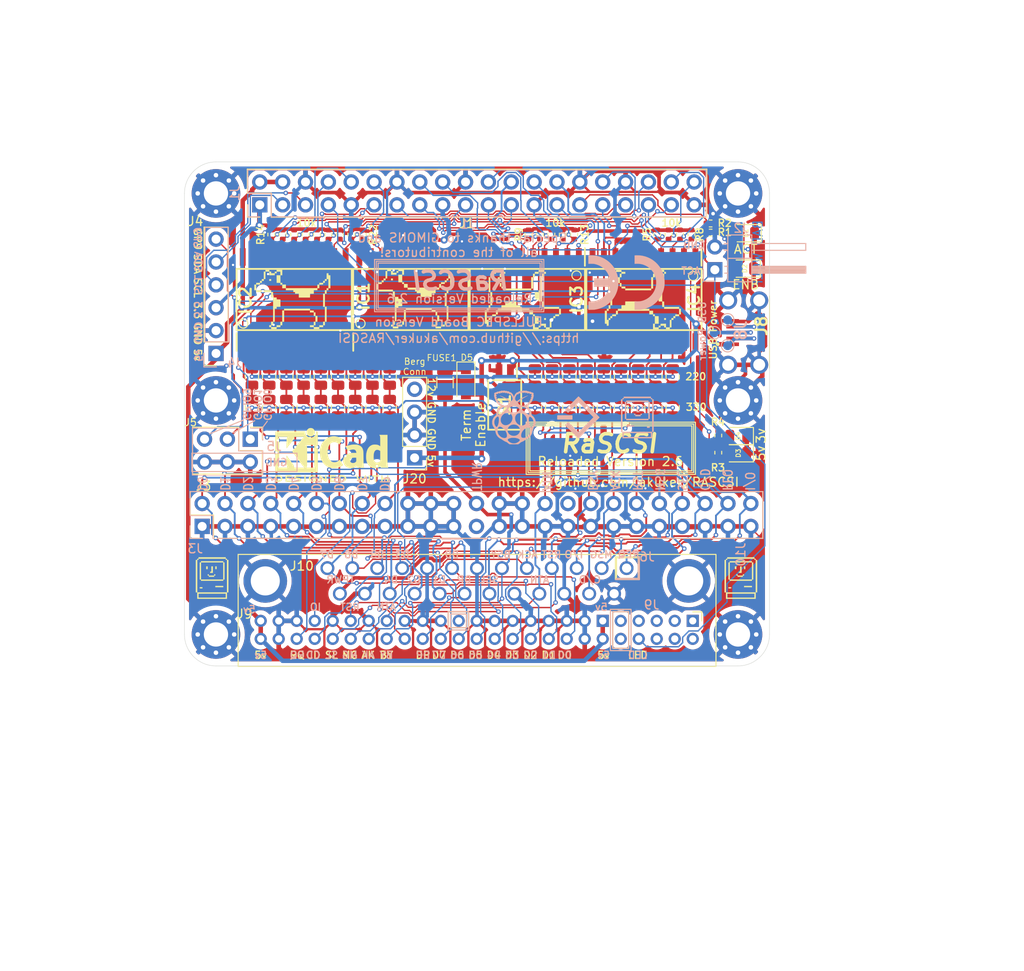
<source format=kicad_pcb>
(kicad_pcb (version 20211014) (generator pcbnew)
  (layers (0 "F.Cu" signal "Top") (31 "B.Cu" signal "Bottom") (34 "B.Paste" user) (35 "F.Paste" user) (36 "B.SilkS" user "B.Silkscreen") (37 "F.SilkS" user "F.Silkscreen") (38 "B.Mask" user) (39 "F.Mask" user) (44 "Edge.Cuts" user))
  (net 0 "")
  (net 1 "GND")
  (net 2 "+3V3")
  (net 3 "+5V")
  (net 4 "C-REQ")
  (net 5 "C-MSG")
  (net 6 "C-BSY")
  (net 7 "C-SEL")
  (net 8 "C-RST")
  (net 9 "C-ACK")
  (net 10 "C-ATN")
  (net 11 "C-DP")
  (net 12 "C-D0")
  (net 13 "C-D1")
  (net 14 "C-D2")
  (net 15 "C-D3")
  (net 16 "C-D4")
  (net 17 "C-D5")
  (net 18 "C-D6")
  (net 19 "C-D7")
  (net 20 "C-I_O")
  (net 21 "C-C_D")
  (net 22 "TERMPOW")
  (net 23 "PI-D7")
  (net 24 "PI-D6")
  (net 25 "PI-D5")
  (net 26 "PI-D4")
  (net 27 "PI-D3")
  (net 28 "PI-D2")
  (net 29 "PI-D1")
  (net 30 "PI-D0")
  (net 31 "PI-DP")
  (net 32 "PI-BSY")
  (net 33 "PI-MSG")
  (net 34 "PI-C_D")
  (net 35 "PI-REQ")
  (net 36 "PI-I_O")
  (net 37 "PI-ATN")
  (net 38 "PI-ACK")
  (net 39 "PI-RST")
  (net 40 "PI-SEL")
  (net 41 "Net-(D2-Pad2)")
  (net 42 "Net-(D3-Pad2)")
  (net 43 "Net-(D4-Pad2)")
  (net 44 "DBG_LED")
  (net 45 "PI_SCL")
  (net 46 "PI_SDA")
  (net 47 "/TERM_GND")
  (net 48 "/TERM_5v")
  (net 49 "PI-IND")
  (net 50 "PI-TAD")
  (net 51 "PI-DTD")
  (net 52 "Net-(D5-Pad1)")
  (net 53 "PI_GPIO1")
  (net 54 "PI_GPIO0")
  (net 55 "PI_GPIO9")
  (net 56 "USB_Pin_4")
  (net 57 "USB_Pin_3")
  (net 58 "USB_Pin_2")
  (net 59 "PI-ACT")
  (net 73 "Net-(D1-Pad2)")
  (footprint "LED_SMD:LED_0805_2012Metric" (layer "F.Cu") (at 236.0295 74.8665 180)
    (fp_text reference "D3")
    (fp_text value "Green")
  )
  (footprint "LED_SMD:LED_0805_2012Metric" (layer "F.Cu") (at 236.9035 50.419 180)
    (fp_text reference "D1")
    (fp_text value "Green")
  )
  (footprint "LED_SMD:LED_0805_2012Metric" (layer "F.Cu") (at 236.7915 54.356 180)
    (fp_text reference "D2")
    (fp_text value "Green")
  )
  (footprint "MountingHole:MountingHole_2.7mm_M2.5_Pad_Via" (layer "F.Cu") (at 178 46)
    (fp_text reference "H1" hide)
    (fp_text value "Hole1" hide)
  )
  (footprint "MountingHole:MountingHole_2.7mm_M2.5_Pad_Via" (layer "F.Cu") (at 178 69)
    (fp_text reference "H3" hide)
    (fp_text value "Hole3" hide)
  )
  (footprint "MountingHole:MountingHole_2.7mm_M2.5_Pad_Via" (layer "F.Cu") (at 178 95)
    (fp_text reference "H5" hide)
    (fp_text value "Hole4")
  )
  (footprint "Connector_PinSocket_2.54mm:PinSocket_1x06_P2.54mm_Vertical" (layer "F.Cu") (at 178.01 63.78 180)
    (fp_text reference "J4")
    (fp_text value "I2C Pinout")
  )
  (footprint "MountingHole:MountingHole_2.7mm_M2.5_Pad_Via" (layer "F.Cu") (at 236 69)
    (fp_text reference "H4" hide)
    (fp_text value "Hole5" hide)
  )
  (footprint "MountingHole:MountingHole_2.7mm_M2.5_Pad_Via" (layer "F.Cu") (at 236 95)
    (fp_text reference "H6" hide)
    (fp_text value "Hole6")
  )
  (footprint "MountingHole:MountingHole_2.7mm_M2.5_Pad_Via" (layer "F.Cu") (at 236 46)
    (fp_text reference "H2" hide)
    (fp_text value "Hole2" hide)
  )
  (footprint "Resistor_SMD:R_0805_2012Metric" (layer "F.Cu") (at 221.09 66.4 -90)
    (fp_text reference "R31")
    (fp_text value "220")
  )
  (footprint "Fuse:Fuse_1206_3216Metric" (layer "F.Cu") (at 203.45 67 -90)
    (fp_text reference "FUSE1")
    (fp_text value "1A")
  )
  (footprint "SamacSys_Parts:SOIC127P1030X265-20N" (layer "F.Cu") (at 199.644 57.785 90)
    (fp_text reference "IC1")
    (fp_text value "SN74LS641-1DW" hide)
  )
  (footprint "SamacSys_Parts:SOIC127P1030X265-20N" (layer "F.Cu") (at 212.598 57.785 -90)
    (fp_text reference "IC3")
    (fp_text value "SN74LS641-1DW" hide)
  )
  (footprint "Resistor_SMD:R_0402_1005Metric" (layer "F.Cu") (at 232.9585 49.3395)
    (fp_text reference "R2")
    (fp_text value "2k")
  )
  (footprint "Resistor_SMD:R_0402_1005Metric" (layer "F.Cu") (at 233.807 74.803 -90)
    (fp_text reference "R3")
    (fp_text value "5.1k")
  )
  (footprint "Resistor_SMD:R_0402_1005Metric" (layer "F.Cu") (at 227.0125 50.569 -90)
    (fp_text reference "R5")
    (fp_text value "10k")
  )
  (footprint "Resistor_SMD:R_0402_1005Metric" (layer "F.Cu") (at 228.2825 50.569 -90)
    (fp_text reference "R6" hide)
    (fp_text value "10k")
  )
  (footprint "Resistor_SMD:R_0402_1005Metric" (layer "F.Cu") (at 229.5525 50.569 -90)
    (fp_text reference "R7" hide)
    (fp_text value "10k")
  )
  (footprint "Resistor_SMD:R_0402_1005Metric" (layer "F.Cu") (at 212.725 50.569 -90)
    (fp_text reference "R9")
    (fp_text value "10k")
  )
  (footprint "Resistor_SMD:R_0402_1005Metric" (layer "F.Cu") (at 215.265 50.569 -90)
    (fp_text reference "R11" hide)
    (fp_text value "10k")
  )
  (footprint "Resistor_SMD:R_0402_1005Metric" (layer "F.Cu") (at 216.535 50.569 -90)
    (fp_text reference "R12" hide)
    (fp_text value "10k")
  )
  (footprint "Resistor_SMD:R_0402_1005Metric" (layer "F.Cu") (at 217.805 50.569 -90)
    (fp_text reference "R13")
    (fp_text value "10k")
  )
  (footprint "Resistor_SMD:R_0402_1005Metric" (layer "F.Cu") (at 185.42 50.569 -90)
    (fp_text reference "R15" hide)
    (fp_text value "10k")
  )
  (footprint "Resistor_SMD:R_0402_1005Metric" (layer "F.Cu") (at 186.69 50.569 -90)
    (fp_text reference "R16" hide)
    (fp_text value "10k")
  )
  (footprint "Resistor_SMD:R_0402_1005Metric" (layer "F.Cu") (at 190.5 50.569 -90)
    (fp_text reference "R19" hide)
    (fp_text value "10k")
  )
  (footprint "Resistor_SMD:R_0402_1005Metric" (layer "F.Cu") (at 191.77 50.569 -90)
    (fp_text reference "R20" hide)
    (fp_text value "10k")
  )
  (footprint "Resistor_SMD:R_0402_1005Metric" (layer "F.Cu") (at 193.04 50.569 -90)
    (fp_text reference "R21" hide)
    (fp_text value "10k")
  )
  (footprint "Resistor_SMD:R_0402_1005Metric" (layer "F.Cu") (at 194.31 50.569 -90)
    (fp_text reference "R22")
    (fp_text value "10k")
  )
  (footprint "Resistor_SMD:R_0805_2012Metric" (layer "F.Cu") (at 223.0025 66.4 -90)
    (fp_text reference "R23")
    (fp_text value "220")
  )
  (footprint "Resistor_SMD:R_0805_2012Metric" (layer "F.Cu") (at 224.915 66.4 -90)
    (fp_text reference "R24")
    (fp_text value "220")
  )
  (footprint "Resistor_SMD:R_0805_2012Metric" (layer "F.Cu") (at 226.8275 66.4 -90)
    (fp_text reference "R25")
    (fp_text value "220")
  )
  (footprint "Resistor_SMD:R_0805_2012Metric" (layer "F.Cu") (at 228.74 66.4 -90)
    (fp_text reference "R26")
    (fp_text value "220")
  )
  (footprint "Resistor_SMD:R_0805_2012Metric" (layer "F.Cu") (at 213.44 66.4 -90)
    (fp_text reference "R27")
    (fp_text value "220")
  )
  (footprint "Resistor_SMD:R_0805_2012Metric" (layer "F.Cu") (at 215.3525 66.4 -90)
    (fp_text reference "R28")
    (fp_text value "220")
  )
  (footprint "Resistor_SMD:R_0805_2012Metric" (layer "F.Cu") (at 217.265 66.4 -90)
    (fp_text reference "R29")
    (fp_text value "220")
  )
  (footprint "Resistor_SMD:R_0805_2012Metric" (layer "F.Cu") (at 219.1775 66.4 -90)
    (fp_text reference "R30")
    (fp_text value "220")
  )
  (footprint "Resistor_SMD:R_0805_2012Metric" (layer "F.Cu") (at 185.825 66.4 -90)
    (fp_text reference "R34")
    (fp_text value "220")
  )
  (footprint "Resistor_SMD:R_0805_2012Metric" (layer "F.Cu") (at 187.7375 66.4 -90)
    (fp_text reference "R35")
    (fp_text value "220")
  )
  (footprint "Resistor_SMD:R_0805_2012Metric" (layer "F.Cu") (at 189.65 66.4 -90)
    (fp_text reference "R36")
    (fp_text value "220")
  )
  (footprint "Resistor_SMD:R_0805_2012Metric" (layer "F.Cu") (at 191.5625 66.4 -90)
    (fp_text reference "R37")
    (fp_text value "220")
  )
  (footprint "Resistor_SMD:R_0805_2012Metric" (layer "F.Cu") (at 193.475 66.4 -90)
    (fp_text reference "R38")
    (fp_text value "220")
  )
  (footprint "Resistor_SMD:R_0805_2012Metric" (layer "F.Cu") (at 195.3875 66.4 -90)
    (fp_text reference "R39")
    (fp_text value "220")
  )
  (footprint "Resistor_SMD:R_0805_2012Metric" (layer "F.Cu") (at 197.3 66.4 -90)
    (fp_text reference "R40")
    (fp_text value "220")
  )
  (footprint "Resistor_SMD:R_0805_2012Metric" (layer "F.Cu") (at 223.0025 69.8 90)
    (fp_text reference "R41")
    (fp_text value "330")
  )
  (footprint "Resistor_SMD:R_0805_2012Metric" (layer "F.Cu") (at 224.915 69.8 90)
    (fp_text reference "R42")
    (fp_text value "330")
  )
  (footprint "Resistor_SMD:R_0805_2012Metric" (layer "F.Cu") (at 226.8275 69.8 90)
    (fp_text reference "R43")
    (fp_text value "330")
  )
  (footprint "Resistor_SMD:R_0805_2012Metric" (layer "F.Cu") (at 228.74 69.8 90)
    (fp_text reference "R44")
    (fp_text value "330")
  )
  (footprint "Resistor_SMD:R_0805_2012Metric" (layer "F.Cu") (at 213.44 69.8 90)
    (fp_text reference "R45")
    (fp_text value "330")
  )
  (footprint "Resistor_SMD:R_0805_2012Metric" (layer "F.Cu") (at 215.3525 69.8 90)
    (fp_text reference "R46")
    (fp_text value "330")
  )
  (footprint "Resistor_SMD:R_0805_2012Metric" (layer "F.Cu") (at 217.265 69.8 90)
    (fp_text reference "R47")
    (fp_text value "330")
  )
  (footprint "Resistor_SMD:R_0805_2012Metric" (layer "F.Cu") (at 219.1775 69.8 90)
    (fp_text reference "R48")
    (fp_text value "330")
  )
  (footprint "Resistor_SMD:R_0805_2012Metric" (layer "F.Cu") (at 221.09 69.8 90)
    (fp_text reference "R49")
    (fp_text value "330")
  )
  (footprint "Resistor_SMD:R_0805_2012Metric" (layer "F.Cu") (at 182 69.8 90)
    (fp_text reference "R50")
    (fp_text value "330")
  )
  (footprint "Resistor_SMD:R_0805_2012Metric" (layer "F.Cu") (at 183.9125 69.8 90)
    (fp_text reference "R51")
    (fp_text value "330")
  )
  (footprint "Resistor_SMD:R_0805_2012Metric" (layer "F.Cu") (at 185.825 69.8 90)
    (fp_text reference "R52")
    (fp_text value "330")
  )
  (footprint "Resistor_SMD:R_0805_2012Metric" (layer "F.Cu") (at 187.7375 69.8 90)
    (fp_text reference "R53")
    (fp_text value "330")
  )
  (footprint "Resistor_SMD:R_0805_2012Metric" (layer "F.Cu") (at 189.65 69.8 90)
    (fp_text reference "R54")
    (fp_text value "330")
  )
  (footprint "Resistor_SMD:R_0805_2012Metric" (layer "F.Cu") (at 191.5625 69.8 90)
    (fp_text reference "R55")
    (fp_text value "330")
  )
  (footprint "Resistor_SMD:R_0805_2012Metric" (layer "F.Cu") (at 193.475 69.8 90)
    (fp_text reference "R56")
    (fp_text value "330")
  )
  (footprint "Resistor_SMD:R_0805_2012Metric" (layer "F.Cu") (at 195.3875 69.8 90)
    (fp_text reference "R57")
    (fp_text value "330")
  )
  (footprint "Resistor_SMD:R_0805_2012Metric" (layer "F.Cu") (at 197.3 69.8 90)
    (fp_text reference "R58")
    (fp_text value "330")
  )
  (footprint "SamacSys_Parts:dogcow" (layer "F.Cu") (at 186.4995 57.785)
    (fp_text reference "X2" hide)
    (fp_text value "Dogcow" hide)
  )
  (footprint "SamacSys_Parts:dogcow" (layer "F.Cu") (at 225.425 57.785 180)
    (fp_text reference "X4" hide)
    (fp_text value "Dogcow" hide)
  )
  (footprint "SamacSys_Parts:dogcow" (layer "F.Cu") (at 212.09 57.785 180)
    (fp_text reference "X5" hide)
    (fp_text value "Dogcow" hide)
  )
  (footprint "SamacSys_Parts:dogcow" (layer "F.Cu") (at 200.025 57.7215)
    (fp_text reference "X6" hide)
    (fp_text value "Dogcow" hide)
  )
  (footprint "Resistor_SMD:R_0402_1005Metric" (layer "F.Cu") (at 189.23 50.569 -90)
    (fp_text reference "R18" hide)
    (fp_text value "10k")
  )
  (footprint "Resistor_SMD:R_0402_1005Metric" (layer "F.Cu") (at 184.15 50.569 -90)
    (fp_text reference "R14")
    (fp_text value "10k")
  )
  (footprint "Resistor_SMD:R_0402_1005Metric" (layer "F.Cu") (at 187.96 50.569 -90)
    (fp_text reference "R17" hide)
    (fp_text value "10k")
  )
  (footprint "Resistor_SMD:R_0805_2012Metric" (layer "F.Cu") (at 182 66.4 -90)
    (fp_text reference "R32")
    (fp_text value "220")
  )
  (footprint "Resistor_SMD:R_0805_2012Metric" (layer "F.Cu") (at 183.9125 66.4 -90)
    (fp_text reference "R33")
    (fp_text value "220")
  )
  (footprint "SamacSys_Parts:SOIC127P1030X265-20N" (layer "F.Cu") (at 225.552 57.785 -90)
    (fp_text reference "IC4")
    (fp_text value "SN74LS641-1DW" hide)
  )
  (footprint "Resistor_SMD:R_0402_1005Metric" (layer "F.Cu") (at 233.807 72.898 -90)
    (fp_text reference "R4")
    (fp_text value "2k")
  )
  (footprint "rascsi_din:SOIC127P812X230-4N" (layer "F.Cu") (at 210.08 69.4995 -90)
    (fp_text reference "S1")
    (fp_text value "Switch x2" hide)
  )
  (footprint "Diode_SMD:D_SOD-123F" (layer "F.Cu") (at 205.77 66.925 -90)
    (fp_text reference "D5")
    (fp_text value "SM4007PL")
  )
  (footprint "SamacSys_Parts:SOIC127P1030X265-20N" (layer "F.Cu") (at 186.69 57.785 90)
    (fp_text reference "IC2")
    (fp_text value "SN74LS641-1DW" hide)
  )
  (footprint "LED_SMD:LED_0805_2012Metric" (layer "F.Cu") (at 236.0295 72.9615 180)
    (fp_text reference "D4")
    (fp_text value "Green")
  )
  (footprint "Resistor_SMD:R_0402_1005Metric" (layer "F.Cu") (at 232.9585 50.3555)
    (fp_text reference "R1")
    (fp_text value "2k")
  )
  (footprint "SamacSys_Parts:mac_happy_small" (layer "F.Cu") (at 177.6095 88.7095)
    (fp_text reference "X1" hide)
    (fp_text value "Mac" hide)
  )
  (footprint "SamacSys_Parts:U254051N4BH806" (layer "F.Cu") (at 237.39 61.46 90)
    (fp_text reference "J8")
    (fp_text value "USB_B_Micro" hide)
  )
  (footprint "Connector_PinHeader_2.54mm:PinHeader_2x25_P2.54mm_Vertical" (layer "F.Cu") (at 176.4665 82.9945 90)
    (fp_text reference "J3")
    (fp_text value "Conn_02x25_Odd_Even")
  )
  (footprint "Connector_PinHeader_2.00mm:PinHeader_2x25_P2.00mm_Horizontal" (layer "F.Cu") (at 230.972 93.488 -90)
    (fp_text reference "J9" hide)
    (fp_text value "Conn_02x25_Odd_Even")
  )
  (footprint "Resistor_SMD:R_0402_1005Metric" (layer "F.Cu") (at 230.8225 50.569 -90)
    (fp_text reference "R8")
    (fp_text value "10k")
  )
  (footprint "Resistor_SMD:R_0402_1005Metric" (layer "F.Cu") (at 213.995 50.569 -90)
    (fp_text reference "R10" hide)
    (fp_text value "10k")
  )
  (footprint "Connector_PinHeader_2.54mm:PinHeader_2x03_P2.54mm_Vertical" (layer "F.Cu") (at 181.81 73.3 -90)
    (fp_text reference "J5")
    (fp_text value "DNP")
  )
  (footprint "Connector_PinHeader_2.54mm:PinHeader_1x04_P2.54mm_Vertical" (layer "F.Cu") (at 200.07 75.38 180)
    (fp_text reference "J20")
    (fp_text value "171826-4")
  )
  (footprint "SamacSys_Parts:mac_happy_small" (layer "F.Cu") (at 236.35 88.7095)
    (fp_text reference "G***" hide)
    (fp_text value "LOGO" hide)
  )
  (footprint "Symbol:KiCad-Logo2_5mm_SilkScreen" (layer "F.Cu") (at 190.87 75.04)
    (fp_text reference "REF**" hide)
    (fp_text value "KiCad-Logo2_5mm_SilkScreen" hide)
  )
  (footprint "Connector_PinSocket_2.54mm:PinSocket_2x20_P2.54mm_Vertical" (layer "B.Cu") (at 182.87 47.27 -90)
    (fp_text reference "J1")
    (fp_text value "Raspberry_Pi_2_3")
  )
  (footprint "SamacSys_Parts:pi_logo" (layer "B.Cu") (at 211.1 70.938684 180)
    (fp_text reference "X7" hide)
    (fp_text value "Pi" hide)
  )
  (footprint "SamacSys_Parts:mac_happy_small" (layer "B.Cu") (at 224.78 70.866909 180)
    (fp_text reference "X3" hide)
    (fp_text value "Mac" hide)
  )
  (footprint "SamacSys_Parts:scsi_logo" (layer "B.Cu") (at 218.411965 70.885 180)
    (fp_text reference "X8" hide)
    (fp_text value "Pi" hide)
  )
  (footprint "SamacSys_Parts:L717SDB25PA4CH4F" (layer "B.Cu") (at 223.6216 87.63 180)
    (fp_text reference "J6")
    (fp_text value "CONNFLY DB-25" hide)
  )
  (footprint "Connector_PinHeader_2.54mm:PinHeader_1x02_P2.54mm_Horizontal" (layer "B.Cu") (at 233.426 54.483)
    (fp_text reference "J2")
    (fp_text value "DNP")
  )
  (footprint "TestPoint:TestPoint_Pad_D1.0mm" (layer "B.Cu") (at 233.35 61.48 90)
    (fp_text reference "TP2" hide)
    (fp_text value "TestPoint" hide)
  )
  (footprint "TestPoint:TestPoint_Pad_D1.0mm" (layer "B.Cu") (at 234.85 62.91 90)
    (fp_text reference "TP3" hide)
    (fp_text value "TestPoint")
  )
  (footprint "TestPoint:TestPoint_Pad_D1.0mm" (layer "B.Cu") (at 234.85 60.05 90)
    (fp_text reference "TP1" hide)
    (fp_text value "TestPoint")
  )
  (footprint "Symbol:CE-Logo_8.5x6mm_SilkScreen" (layer "B.Cu") (at 223.61 55.9 180)
    (fp_text reference "REF**" hide)
    (fp_text value "CE-Logo_8.5x6mm_SilkScreen" hide)
  )
  (gr_line (start 175.3235 76.8985) (end 175.3235 76.7715) (layer "B.SilkS") (width 0.12))
  (gr_line (start 238.76 84.328) (end 177.673 84.328) (layer "B.SilkS") (width 0.12))
  (gr_line (start 225.044 88.9) (end 225.044 86.36) (layer "B.SilkS") (width 0.12))
  (gr_line (start 222.377 88.9) (end 225.044 88.9) (layer "B.SilkS") (width 0.12))
  (gr_line (start 224.917 88.773) (end 224.917 86.487) (layer "B.SilkS") (width 0.12))
  (gr_line (start 222.504 88.773) (end 224.917 88.773) (layer "B.SilkS") (width 0.12))
  (gr_line (start 183.1975 73.406) (end 183.1975 72.0725) (layer "B.SilkS") (width 0.12))
  (gr_rect (start 222.082 92.472) (end 223.86 96.536) (layer "B.SilkS") (width 0.12) (fill none))
  (gr_line (start 175.3235 76.7715) (end 175.3235 74.8665) (layer "B.SilkS") (width 0.12))
  (gr_line (start 203.937 57.954) (end 204.064 57.954) (layer "B.SilkS") (width 0.12))
  (gr_line (start 175.387 72.0725) (end 180.5305 72.0725) (layer "B.SilkS") (width 0.12))
  (gr_rect (start 195.62 59.14) (end 214.42 53.34) (layer "B.SilkS") (width 0.12) (fill none))
  (gr_line (start 183.1975 74.6125) (end 183.1975 77.2795) (layer "B.SilkS") (width 0.12))
  (gr_line (start 175.133 81.788) (end 175.133 79.121) (layer "B.SilkS") (width 0.12))
  (gr_line (start 175.133 82.931) (end 175.133 84.328) (layer "B.SilkS") (width 0.12))
  (gr_rect (start 204.048 92.726) (end 205.826 94.25) (layer "B.SilkS") (width 0.12) (fill none))
  (gr_line (start 183.7055 71.3105) (end 183.134 72.0725) (layer "B.SilkS") (width 0.12))
  (gr_line (start 180.5305 72.0725) (end 180.5305 74.6125) (layer "B.SilkS") (width 0.12))
  (gr_line (start 176.784 62.484) (end 179.3875 62.484) (layer "B.SilkS") (width 0.12))
  (gr_line (start 238.76 79.121) (end 238.76 84.328) (layer "B.SilkS") (width 0.12))
  (gr_rect (start 203.794 92.472) (end 206.08 94.504) (layer "B.SilkS") (width 0.12) (fill none))
  (gr_rect (start 221.828 92.218) (end 224.114 96.79) (layer "B.SilkS") (width 0.12) (fill none))
  (gr_line (start 175.133 84.328) (end 176.53 84.328) (layer "B.SilkS") (width 0.12))
  (gr_line (start 177.673 84.328) (end 177.673 81.788) (layer "B.SilkS") (width 0.12))
  (gr_line (start 179.3875 62.484) (end 179.37 49.78) (layer "B.SilkS") (width 0.12))
  (gr_line (start 179.3875 49.78) (end 176.784 49.78) (layer "B.SilkS") (width 0.12))
  (gr_line (start 175.133 79.121) (end 238.76 79.121) (layer "B.SilkS") (width 0.12))
  (gr_line (start 183.1975 77.2795) (end 175.387 77.2795) (layer "B.SilkS") (width 0.12))
  (gr_line (start 187.0075 74.8665) (end 187.0075 76.8985) (layer "B.SilkS") (width 0.12))
  (gr_rect (start 195.82 58.94) (end 214.22 53.54) (layer "B.SilkS") (width 0.12) (fill none))
  (gr_line (start 177.673 81.788) (end 175.133 81.788) (layer "B.SilkS") (width 0.12))
  (gr_rect (start 196.02 58.74) (end 214.02 53.74) (layer "B.SilkS") (width 0.12) (fill none))
  (gr_line (start 187.0075 76.8985) (end 175.3235 76.8985) (layer "B.SilkS") (width 0.12))
  (gr_line (start 175.387 77.2795) (end 175.387 72.0725) (layer "B.SilkS") (width 0.12))
  (gr_line (start 176.657 63.754) (end 176.657 65.278) (layer "B.SilkS") (width 0.12))
  (gr_line (start 176.657 65.278) (end 178.054 65.278) (layer "B.SilkS") (width 0.12))
  (gr_line (start 183.1975 72.0725) (end 181.864 72.0725) (layer "B.SilkS") (width 0.12))
  (gr_line (start 176.784 49.78) (end 176.784 62.484) (layer "B.SilkS") (width 0.12))
  (gr_line (start 181.0385 71.1835) (end 177.292 72.7075) (layer "B.SilkS") (width 0.12))
  (gr_line (start 175.3235 74.8665) (end 187.0075 74.8665) (layer "B.SilkS") (width 0.12))
  (gr_line (start 180.5305 74.6125) (end 183.1975 74.6125) (layer "B.SilkS") (width 0.12))
  (gr_line (start 182.3085 71.247) (end 179.959 72.5805) (layer "B.SilkS") (width 0.12))
  (gr_circle (center 181.0385 60.452) (end 181.483 60.198) (layer "F.SilkS") (width 0.12) (fill none))
  (gr_line (start 184.15 45.974) (end 181.483 45.974) (layer "F.SilkS") (width 0.12))
  (gr_circle (center 231.013 55.1815) (end 231.4575 54.9275) (layer "F.SilkS") (width 0.12) (fill none))
  (gr_rect (start 203.794 92.472) (end 206.08 94.504) (layer "F.SilkS") (width 0.12) (fill none))
  (gr_rect (start 222.377 86.36) (end 225.044 88.9) (layer "F.SilkS") (width 0.12) (fill none))
  (gr_line (start 182.88 48.641) (end 181.483 48.641) (layer "F.SilkS") (width 0.12))
  (gr_circle (center 218.059 55.118) (end 218.5035 54.864) (layer "F.SilkS") (width 0.12) (fill none))
  (gr_line (start 232.537 48.641) (end 184.15 48.641) (layer "F.SilkS") (width 0.12))
  (gr_rect (start 212.87 71.82) (end 230.87 76.82) (layer "F.SilkS") (width 0.12) (fill none))
  (gr_line (start 181.483 43.307) (end 232.537 43.307) (layer "F.SilkS") (width 0.12))
  (gr_line (start 181.483 48.641) (end 181.483 47.244) (layer "F.SilkS") (width 0.12))
  (gr_rect (start 222.082 92.472) (end 223.86 96.536) (layer "F.SilkS") (width 0.12) (fill none))
  (gr_line (start 184.15 48.641) (end 184.15 45.974) (layer "F.SilkS") (width 0.12))
  (gr_rect (start 212.67 71.62) (end 231.07 77.02) (layer "F.SilkS") (width 0.12) (fill none))
  (gr_rect (start 212.47 71.42) (end 231.27 77.22) (layer "F.SilkS") (width 0.12) (fill none))
  (gr_rect (start 222.504 86.487) (end 224.917 88.773) (layer "F.SilkS") (width 0.12) (fill none))
  (gr_line (start 232.537 43.307) (end 232.537 48.641) (layer "F.SilkS") (width 0.12))
  (gr_rect (start 180.467 86.106) (end 233.553 98.552) (layer "F.SilkS") (width 0.12) (fill none))
  (gr_rect (start 204.048 92.726) (end 205.826 94.25) (layer "F.SilkS") (width 0.12) (fill none))
  (gr_line (start 181.483 45.974) (end 181.483 43.307) (layer "F.SilkS") (width 0.12))
  (gr_circle (center 194.056 60.452) (end 194.5005 60.198) (layer "F.SilkS") (width 0.12) (fill none))
  (gr_rect (start 221.828 92.218) (end 224.114 96.79) (layer "F.SilkS") (width 0.12) (fill none))
  (gr_line (start 178 42.5) (end 236 42.5) (layer "Edge.Cuts") (width 0.05))
  (gr_line (start 178 98.496) (end 236 98.496) (layer "Edge.Cuts") (width 0.05))
  (gr_arc (start 239.5 94.996) (mid 238.474874 97.470874) (end 236 98.496) (layer "Edge.Cuts") (width 0.05))
  (gr_line (start 174.5 46) (end 174.5 94.996) (layer "Edge.Cuts") (width 0.05))
  (gr_arc (start 236 42.5) (mid 238.474874 43.525126) (end 239.5 46) (layer "Edge.Cuts") (width 0.05))
  (gr_arc (start 174.5 46) (mid 175.525126 43.525126) (end 178 42.5) (layer "Edge.Cuts") (width 0.05))
  (gr_arc (start 178 98.496) (mid 175.525126 97.470874) (end 174.5 94.996) (layer "Edge.Cuts") (width 0.05))
  (gr_line (start 239.5 46) (end 239.5 94.996) (layer "Edge.Cuts") (width 0.05))
  (gr_text "BAD WOLF" (at 238.21 52.7 90) (layer "B.Cu") (effects (font (size 1 1)) (justify mirror)))
  (gr_text "GP9" (at 175.92 50.94 270) (layer "B.SilkS") (effects (font (size 0.8 0.8)) (justify mirror)))
  (gr_text "SDA" (at 176.022 53.594 270) (layer "B.SilkS") (effects (font (size 0.8 0.8)) (justify mirror)))
  (gr_text "SCL" (at 176.022 56.134 270) (layer "B.SilkS") (effects (font (size 0.8 0.8)) (justify mirror)))
  (gr_text "3.3" (at 176.022 58.928 270) (layer "B.SilkS") (effects (font (size 0.8 0.8)) (justify mirror)))
  (gr_text "GND\n" (at 176.022 61.468 270) (layer "B.SilkS") (effects (font (size 0.8 0.8)) (justify mirror)))
  (gr_text "5v" (at 176.022 64.008 270) (layer "B.SilkS") (effects (font (size 0.8 0.8)) (justify mirror)))
  (gr_text "GPIO9" (at 181.4195 69.4055 270) (layer "B.SilkS") (effects (font (size 0.8 0.8)) (justify mirror)))
  (gr_text "GND" (at 184.7215 75.8825) (layer "B.SilkS") (effects (font (size 0.8 0.8)) (justify mirror)))
  (gr_text "ACT" (at 230.759 54.61) (layer "B.SilkS") (effects (font (size 0.8 0.8)) (justify mirror)))
  (gr_text "USB Power" (at 232.03 61.28 90) (layer "B.SilkS") (effects (font (size 0.8 0.8)) (justify mirror)))
  (gr_text "GND" (at 231.14 51.7525) (layer "B.SilkS") (effects (font (size 0.8 0.8)) (justify mirror)))
  (gr_text "I/O" (at 237.2995 77.984381 270) (layer "B.SilkS") (effects (font (size 1 0.8)) (justify mirror)))
  (gr_text "RST" (at 224.826284 77.927238 270) (layer "B.SilkS") (effects (font (size 1 0.8)) (justify mirror)))
  (gr_text "SEL" (at 229.815568 77.946286 270) (layer "B.SilkS") (effects (font (size 1 0.8)) (justify mirror)))
  (gr_text "D0" (at 176.4665 78.232 270) (layer "B.SilkS") (effects (font (size 1 0.8)) (justify mirror)))
  (gr_text "D5" (at 189.12681 78.232 270) (layer "B.SilkS") (effects (font (size 1 0.8)) (justify mirror)))
  (gr_text "BSY" (at 219.837 77.889143 270) (layer "B.SilkS") (effects (font (size 1 0.8)) (justify mirror)))
  (gr_text "D6" (at 191.658872 78.232 270) (layer "B.SilkS") (effects (font (size 1 0.8)) (justify mirror)))
  (gr_text "D1" (at 178.998562 78.232 270) (layer "B.SilkS") (effects (font (size 1 0.8)) (justify mirror)))
  (gr_text "D4" (at 186.594748 78.232 270) (layer "B.SilkS") (effects (font (size 1 0.8)) (justify mirror)))
  (gr_text "D2" (at 181.530624 78.232 270) (layer "B.SilkS") (effects (font (size 1 0.8)) (justify mirror)))
  (gr_text "MSG" (at 227.320926 77.774858 270) (layer "B.SilkS") (effects (font (size 1 0.8)) (justify mirror)))
  (gr_text "TPWR" (at 206.9465 77.451048 270) (layer "B.SilkS") (effects (font (size 1 0.8)) (justify mirror)))
  (gr_text "D3" (at 184.062686 78.232 270) (layer "B.SilkS") (effects (font (size 1 0.8)) (justify mirror)))
  (gr_text "C/D" (at 232.31021 77.793905 270) (layer "B.SilkS") (effects (font (size 1 0.8)) (justify mirror)))
  (gr_text "ACK" (at 222.331642 77.870096 270) (layer "B.SilkS") (effects (font (size 1 0.8)) (justify mirror)))
  (gr_text "ATN" (at 214.757 77.946286 270) (layer "B.SilkS") (effects (font (size 1 0.8)) (justify mirror)))
  (gr_text "DP" (at 196.723 78.232 270) (layer "B.SilkS") (effects (font (size 1 0.8)) (justify mirror)))
  (gr_text "D7" (at 194.190934 78.232 270) (layer "B.SilkS") (effects (font (size 1 0.8)) (justify mirror)))
  (gr_text "REQ" (at 234.804852 77.832 270) (layer "B.SilkS") (effects (font (size 1 0.8)) (justify mirror)))
  (gr_text "REQ" (at 223.86 86.087) (layer "B.SilkS") (effects (font (size 0.8 0.8)) (justify mirror)))
  (gr_text "D7" (at 190.332 86.122) (layer "B.SilkS") (effects (font (size 0.8 0.8)) (justify mirror)))
  (gr_text "DP" (at 205.572 88.916) (layer "B.SilkS") (effects (font (size 0.8 0.8)) (justify mirror)))
  (gr_text "ATN" (at 213.954 88.916) (layer "B.SilkS") (effects (font (size 0.8 0.8)) (justify mirror)))
  (gr_text "ACK" (at 212.598 86.125096) (layer "B.SilkS") (effects (font (size 0.8 0.8)) (justify mirror)))
  (gr_text "C/D" (at 219.542 88.916) (layer "B.SilkS") (effects (font (size 0.8 0.8)) (justify mirror)))
  (gr_text "D3" (at 198.714 86.122) (layer "B.SilkS") (effects (font (size 0.8 0.8)) (justify mirror)))
  (gr_text "TPWR" (at 191.856 88.916) (layer "B.SilkS") (effects (font (size 0.8 0.8)) (justify mirror)))
  (gr_text "MSG" (at 220.812 86.122) (layer "B.SilkS") (effects (font (size 0.8 0.8)) (justify mirror)))
  (gr_text "D2" (at 199.984 88.916) (layer "B.SilkS") (effects (font (size 0.8 0.8)) (justify mirror)))
  (gr_text "D4" (at 197.444 88.916) (layer "B.SilkS") (effects (font (size 0.8 0.8)) (justify mirror)))
  (gr_text "D1" (at 202.778 88.916) (layer "B.SilkS") (effects (font (size 0.8 0.8)) (justify mirror)))
  (gr_text "D6" (at 193.04 86.122) (layer "B.SilkS") (effects (font (size 0.8 0.8)) (justify mirror)))
  (gr_text "BSY" (at 209.636 86.122) (layer "B.SilkS") (effects (font (size 0.8 0.8)) (justify mirror)))
  (gr_text "D5" (at 195.92 86.122) (layer "B.SilkS") (effects (font (size 0.8 0.8)) (justify mirror)))
  (gr_text "D0" (at 204.216 86.122) (layer "B.SilkS") (effects (font (size 0.8 0.8)) (justify mirror)))
  (gr_text "SEL" (at 208.366 88.916) (layer "B.SilkS") (effects (font (size 0.8 0.8)) (justify mirror)))
  (gr_text "RST" (at 215.265 86.122) (layer "B.SilkS") (effects (font (size 0.8 0.8)) (justify mirror)))
  (gr_text "I/O" (at 217.764 86.122) (layer "B.SilkS") (effects (font (size 0.8 0.8)) (justify mirror)))
  (gr_text "J6" (at 225.892 86.376) (layer "B.SilkS") (effects (font (size 1 1)) (justify mirror)))
  (gr_text "AK" (at 194.904 97.298) (layer "B.SilkS") (effects (font (size 0.8 0.8)) (justify mirror)))
  (gr_text "5v" (at 182.966 97.298) (layer "B.SilkS") (effects (font (size 0.8 0.8)) (justify mirror)))
  (gr_text "LED" (at 224.876 97.298) (layer "B.SilkS") (effects (font (size 0.8 0.8)) (justify mirror)))
  (gr_text "ATN" (at 196.936 91.964) (layer "B.SilkS") (effects (font (size 0.8 0.8)) (justify mirror)))
  (gr_text "J10" (at 236.306 86.122 90) (layer "B.SilkS") (effects (font (size 1 1)) (justify mirror)))
  (gr_text "MG" (at 192.872 97.298) (layer "B.SilkS") (effects (font (size 0.8 0.8)) (justify mirror)))
  (gr_text "D6" (at 204.81 97.298) (layer "B.SilkS") (effects (font (size 0.8 0.8)) (justify mirror)))
  (gr_text "5v" (at 181.696 92.218) (layer "B.SilkS") (effects (font (size 0.8 0.8)) (justify mirror)))
  (gr_text "D1" (at 214.97 97.298) (layer "B.SilkS") (effects (font (size 0.8 0.8)) (justify mirror)))
  (gr_text "D5" (at 206.842 97.298) (layer "B.SilkS") (effects (font (size 0.8 0.8)) (justify mirror)))
  (gr_text "IO" (at 189.062 91.964) (layer "B.SilkS") (effects (font (size 0.8 0.8)) (justify mirror)))
  (gr_text "D4" (at 208.874 97.298) (layer "B.SilkS") (effects (font (size 0.8 0.8)) (justify mirror)))
  (gr_text "J5" (at 184.4675 74.1045) (layer "B.SilkS") (effects (font (size 1 1)) (justify mirror)))
  (gr_text "5v" (at 220.812 91.964) (layer "B.SilkS") (effects (font (size 0.8 0.8)) (justify mirror)))
  (gr_text "J9" (at 226.4 91.71) (layer "B.SilkS") (effects (font (size 1 1)) (justify mirror)))
  (gr_text "GPIO0" (at 183.7055 69.469 270) (layer "B.SilkS") (effects (font (size 0.8 0.8)) (justify mirror)))
  (gr_text "D2" (at 212.938 97.298) (layer "B.SilkS") (effects (font (size 0.8 0.8)) (justify mirror)))
  (gr_text "J3" (at 175.7045 85.471) (layer "B.SilkS") (effects (font (size 1 1)) (justify mirror)))
  (gr_text "5v" (at 221.066 97.298) (layer "B.SilkS") (effects (font (size 0.8 0.8)) (justify mirror)))
  (gr_text "Special thanks to GIMONS and \nall of the contributors!" (at 205 51.74) (layer "B.SilkS") (effects (font (size 1 1)) (justify mirror)))
  (gr_text "J1" (at 205.994 49.403) (layer "B.SilkS") (effects (font (size 1 1)) (justify mirror)))
  (gr_text "BY" (at 196.936 97.298) (layer "B.SilkS") (effects (font (size 0.8 0.8)) (justify mirror)))
  (gr_text "SL" (at 190.84 97.298) (layer "B.SilkS") (effects (font (size 0.8 0.8)) (justify mirror)))
  (gr_text "RST" (at 192.872 91.964) (layer "B.SilkS") (effects (font (size 0.8 0.8)) (justify mirror)))
  (gr_text "D0" (at 216.748 97.298) (layer "B.SilkS") (effects (font (size 0.8 0.8)) (justify mirror)))
  (gr_text "D7" (at 202.778 97.298) (layer "B.SilkS") (effects (font (size 0.8 0.8)) (justify mirror)))
  (gr_text "GPIO1" (at 182.626 69.4055 270) (layer "B.SilkS") (effects (font (size 0.8 0.8)) (justify mirror)))
  (gr_text "J8" (at 236.306 61.23 90) (layer "B.SilkS") (effects (font (size 1.27 1.27) (thickness 0.23)) (justify mirror)))
  (gr_text "RQ" (at 187.03 97.298) (layer "B.SilkS") (effects (font (size 0.8 0.8)) (justify mirror)))
  (gr_text "CD" (at 188.808 97.298) (layer "B.SilkS") (effects (font (size 0.8 0.8)) (justify mirror)))
  (gr_text "Reloaded Version 2.6" (at 205.06 57.7) (layer "B.SilkS") (effects (font (size 1 1)) (justify mirror)))
  (gr_text "DP" (at 201 97.298) (layer "B.SilkS") (effects (font (size 0.8 0.8)) (justify mirror)))
  (gr_text "https://github.com/akuker/RASCSI" (at 204.97 62.09) (layer "B.SilkS") (effects (font (size 1 1)) (justify mirror)))
  (gr_text "FULLSPEC Board Version" (at 204.97 60.28) (layer "B.SilkS") (effects (font (size 1 1)) (justify mirror)))
  (gr_text "RaSCSI" (at 205.22 55.71) (layer "B.SilkS") (effects (font (size 2 2) (thickness 0.4) italic) (justify mirror)))
  (gr_text "D3" (at 210.906 97.298) (layer "B.SilkS") (effects (font (size 0.8 0.8)) (justify mirror)))
  (gr_text "J4" (at 180.086 64.8335) (layer "B.SilkS") (effects (font (size 1 1)) (justify mirror)))
  (gr_text "330" (at 231.36 69.74) (layer "F.SilkS") (effects (font (size 0.8 0.8))))
  (gr_text "SDA" (at 175.9712 53.826868 270) (layer "F.SilkS") (effects (font (size 0.8 0.8))))
  (gr_text "SCL" (at 175.9712 56.497546 270) (layer "F.SilkS") (effects (font (size 0.8 0.8))))
  (gr_text "10k" (at 228.6 49.276) (layer "F.SilkS") (effects (font (size 0.8 0.8))))
  (gr_text "3v" (at 238.56 72.93 90) (layer "F.SilkS") (effects (font (size 1 1))))
  (gr_text "https://github.com/akuker/RASCSI" (at 222.71 78.08) (layer "F.SilkS") (effects (font (size 1 1))))
  (gr_text "ACT" (at 236.855 52.197) (layer "F.SilkS") (effects (font (size 1 1))))
  (gr_text "ENB" (at 236.855 56.134) (layer "F.SilkS") (effects (font (size 1 1))))
  (gr_text "J1" (at 205.867 49.3395) (layer "F.SilkS") (effects (font (size 1 1))))
  (gr_text "USB Power" (at 233.2355 61.1505 90) (layer "F.SilkS") (effects (font (size 0.8 0.8))))
  (gr_text "SL" (at 190.84 97.298) (layer "F.SilkS") (effects (font (size 0.8 0.8))))
  (gr_text "RQ" (at 187.03 97.298) (layer "F.SilkS") (effects (font (size 0.8 0.8))))
  (gr_text "CD" (at 188.808 97.298) (layer "F.SilkS") (effects (font (size 0.8 0.8))))
  (gr_text "5v" (at 182.966 97.298) (layer "F.SilkS") (effects (font (size 0.8 0.8))))
  (gr_text "MG" (at 192.872 97.298) (layer "F.SilkS") (effects (font (size 0.8 0.8))))
  (gr_text "5v" (at 221.066 97.298) (layer "F.SilkS") (effects (font (size 0.8 0.8))))
  (gr_text "AK" (at 194.904 97.298) (layer "F.SilkS") (effects (font (size 0.8 0.8))))
  (gr_text "BY" (at 196.936 97.298) (layer "F.SilkS") (effects (font (size 0.8 0.8))))
  (gr_text "D6" (at 204.81 97.298) (layer "F.SilkS") (effects (font (size 0.8 0.8))))
  (gr_text "D7" (at 202.778 97.298) (layer "F.SilkS") (effects (font (size 0.8 0.8))))
  (gr_text "D4" (at 208.874 97.298) (layer "F.SilkS") (effects (font (size 0.8 0.8))))
  (gr_text "D3" (at 210.906 97.298) (layer "F.SilkS") (effects (font (size 0.8 0.8))))
  (gr_text "D2" (at 212.938 97.298) (layer "F.SilkS") (effects (font (size 0.8 0.8))))
  (gr_text "D0" (at 216.748 97.298) (layer "F.SilkS") (effects (font (size 0.8 0.8))))
  (gr_text "D1" (at 214.97 97.298) (layer "F.SilkS") (effects (font (size 0.8 0.8))))
  (gr_text "D5" (at 206.842 97.298) (layer "F.SilkS") (effects (font (size 0.8 0.8))))
  (gr_text "DP" (at 201 97.298) (layer "F.SilkS") (effects (font (size 0.8 0.8))))
  (gr_text "LED" (at 224.876 97.298) (layer "F.SilkS") (effects (font (size 0.8 0.8))))
  (gr_text "J10" (at 187.538 87.392) (layer "F.SilkS") (effects (font (size 1 1))))
  (gr_text "Berg\nConn" (at 200.08 65.24) (layer "F.SilkS") (effects (font (size 0.7 0.7) (thickness 0.1))))
  (gr_text "3.3" (at 175.9712 58.996795 270) (layer "F.SilkS") (effects (font (size 0.8 0.8))))
  (gr_text "10k" (at 188.0616 49.276) (layer "F.SilkS") (effects (font (size 0.8 0.8))))
  (gr_text "5v" (at 175.9712 63.9572 270) (layer "F.SilkS") (effects (font (size 0.8 0.8))))
  (gr_text "J9" (at 181.188 92.726) (layer "F.SilkS") (effects (font (size 1 1))))
  (gr_text "Term\nEnable" (at 206.61 71.73 90) (layer "F.SilkS") (effects (font (size 1 1))))
  (gr_text "GND\n" (at 201.93 73.301427 270) (layer "F.SilkS") (effects (font (size 0.8 0.8))))
  (gr_text "12v" (at 201.93 67.57 270) (layer "F.SilkS") (effects (font (size 0.8 0.8))))
  (gr_text "GND\n" (at 175.9712 61.610329 270) (layer "F.SilkS") (effects (font (size 0.8 0.8))))
  (gr_text "GP9" (at 175.9712 51.08 -90) (layer "F.SilkS") (effects (font (size 0.8 0.8))))
  (gr_text "10k" (at 215.6968 49.276) (layer "F.SilkS") (effects (font (size 0.8 0.8))))
  (gr_text "RaSCSI" (at 221.67 73.79) (layer "F.SilkS") (effects (font (size 2 2) (thickness 0.4) italic)))
  (gr_text "GND\n" (at 201.93 70.359523 270) (layer "F.SilkS") (effects (font (size 0.8 0.8))))
  (gr_text "5v" (at 238.53 74.87 90) (layer "F.SilkS") (effects (font (size 1 1))))
  (gr_text "Reloaded Version 2.6" (at 221.83 75.78) (layer "F.SilkS") (effects (font (size 1 1))))
  (gr_text "220" (at 231.31 66.35) (layer "F.SilkS") (effects (font (size 0.8 0.8))))
  (gr_text "5v" (at 201.93 75.71 270) (layer "F.SilkS") (effects (font (size 0.8 0.8))))
  (segment (start 207.579999 54.370001) (end 210.099999 54.370001) (width 0.4) (layer "F.Cu") (net 1))
  (segment (start 218.78 97.298) (end 218.972 97.106) (width 0.5) (layer "F.Cu") (net 1))
  (segment (start 235.479521 60.234521) (end 237.175479 60.234521) (width 0.4) (layer "F.Cu") (net 1))
  (segment (start 192.405 61.825) (end 191.82 61.24) (width 0.4) (layer "F.Cu") (net 1))
  (segment (start 212.044999 97.175001) (end 211.922 97.298) (width 0.25) (layer "F.Cu") (net 1))
  (segment (start 218.469499 79.340999) (end 217.932 78.8035) (width 0.4) (layer "F.Cu") (net 1))
  (segment (start 190.972 93.488) (end 191.874001 94.390001) (width 0.2) (layer "F.Cu") (net 1))
  (segment (start 223.51 44.73) (end 222.407999 45.832001) (width 0.25) (layer "F.Cu") (net 1))
  (segment (start 190.972 93.488) (end 190.044999 94.415001) (width 0.25) (layer "F.Cu") (net 1))
  (segment (start 236.823 65.043) (end 234.878 65.043) (width 0.5) (layer "F.Cu") (net 1))
  (segment (start 200.279 54.61) (end 200.632553 54.61) (width 0.4) (layer "F.Cu") (net 1))
  (segment (start 238.355 65.035) (end 238.355 63.620787) (width 0.4) (layer "F.Cu") (net 1))
  (segment (start 199.73 97.298) (end 201.762 97.298) (width 0.5) (layer "F.Cu") (net 1))
  (segment (start 210.044999 94.415001) (end 210.044999 97.198999) (width 0.25) (layer "F.Cu") (net 1))
  (segment (start 210.099999 54.370001) (end 210.099999 59.075296) (width 0.4) (layer "F.Cu") (net 1))
  (segment (start 194.069999 94.390001) (end 194.972 93.488) (width 0.2) (layer "F.Cu") (net 1))
  (segment (start 210.144 97.298) (end 211.922 97.298) (width 0.5) (layer "F.Cu") (net 1))
  (segment (start 222.49 51.08) (end 222.377 51.193) (width 0.2) (layer "F.Cu") (net 1))
  (segment (start 238.355 59.299213) (end 238.355 57.885) (width 0.4) (layer "F.Cu") (net 1))
  (segment (start 200.972 93.488) (end 201.899001 94.415001) (width 0.25) (layer "F.Cu") (net 1))
  (segment (start 195.899001 94.415001) (end 195.899001 97.064999) (width 0.25) (layer "F.Cu") (net 1))
  (segment (start 179.8955 54.096185) (end 179.8955 53.9445) (width 0.15) (layer "F.Cu") (net 1))
  (segment (start 208.698 53.06) (end 208.301994 52.663994) (width 0.4) (layer "F.Cu") (net 1))
  (segment (start 221.107 53.06) (end 221.107 51.123) (width 0.2) (layer "F.Cu") (net 1))
  (segment (start 219.53 54.8) (end 219.837 54.493) (width 0.15) (layer "F.Cu") (net 1))
  (segment (start 239.047001 62.928786) (end 239.047001 59.991214) (width 0.4) (layer "F.Cu") (net 1))
  (segment (start 229.702 83.074) (end 227.162 83.074) (width 0.5) (layer "F.Cu") (net 1))
  (segment (start 189.062 83.074) (end 191.602 83.074) (width 0.5) (layer "F.Cu") (net 1))
  (segment (start 238.110787 59.299213) (end 238.355 59.299213) (width 0.4) (layer "F.Cu") (net 1))
  (segment (start 193.444121 90.47) (end 192.030061 91.884061) (width 0.5) (layer "F.Cu") (net 1))
  (segment (start 219.6465 82.9945) (end 218.469499 81.817499) (width 0.4) (layer "F.Cu") (net 1))
  (segment (start 204.044999 97.047001) (end 203.794 97.298) (width 0.25) (layer "F.Cu") (net 1))
  (segment (start 221.107 53.06) (end 221.107 58.928) (width 0.2) (layer "F.Cu") (net 1))
  (segment (start 199.287001 45.907001) (end 217.252999 45.907001) (width 0.4) (layer "F.Cu") (net 1))
  (segment (start 219.542 83.074) (end 222.082 83.074) (width 0.5) (layer "F.Cu") (net 1))
  (segment (start 239.047001 59.991214) (end 238.355 59.299213) (width 0.4) (layer "F.Cu") (net 1))
  (segment (start 216.972 93.488) (end 216.044999 94.415001) (width 0.25) (layer "F.Cu") (net 1))
  (segment (start 221.32 50.91) (end 222.32 50.91) (width 0.2) (layer "F.Cu") (net 1))
  (segment (start 202.274 53.06) (end 201.549 53.06) (width 0.4) (layer "F.Cu") (net 1))
  (segment (start 214.787999 45.832001) (end 229.692001 45.832001) (width 0.25) (layer "F.Cu") (net 1))
  (segment (start 201.899001 97.160999) (end 201.762 97.298) (width 0.25) (layer "F.Cu") (net 1))
  (segment (start 214.972 93.488) (end 214.044999 94.415001) (width 0.25) (layer "F.Cu") (net 1))
  (segment (start 212.972 93.488) (end 212.044999 94.415001) (width 0.25) (layer "F.Cu") (net 1))
  (segment (start 229.692001 45.832001) (end 230.280001 46.420001) (width 0.25) (layer "F.Cu") (net 1))
  (segment (start 238.328 65.043) (end 236.823 65.043) (width 0.5) (layer "F.Cu") (net 1))
  (segment (start 227.839041 45.907001) (end 227.227001 45.294961) (width 0.4) (layer "F.Cu") (net 1))
  (segment (start 212.044999 94.415001) (end 212.044999 97.175001) (width 0.25) (layer "F.Cu") (net 1))
  (segment (start 229.767001 45.907001) (end 227.839041 45.907001) (width 0.4) (layer "F.Cu") (net 1))
  (segment (start 236.823 66.097) (end 236.823 65.043) (width 0.4) (layer "F.Cu") (net 1))
  (segment (start 230.280001 46.420001) (end 231.13 47.27) (width 0.25) (layer "F.Cu") (net 1))
  (segment (start 203.794 97.298) (end 206.334 97.298) (width 0.5) (layer "F.Cu") (net 1))
  (segment (start 208.153 53.06) (end 208.301994 52.911006) (width 0.4) (layer "F.Cu") (net 1))
  (segment (start 206.044999 97.008999) (end 206.334 97.298) (width 0.25) (layer "F.Cu") (net 1))
  (segment (start 187.780499 83.074) (end 187.829543 83.024956) (width 0.5) (layer "F.Cu") (net 1))
  (segment (start 223.51 44.73) (end 224.612001 45.832001) (width 0.25) (layer "F.Cu") (net 1))
  (segment (start 186.972 93.488) (end 187.899001 94.415001) (width 0.25) (layer "F.Cu") (net 1))
  (segment (start 233.6 60.16) (end 233.577 60.183) (width 0.4) (layer "F.Cu") (net 1))
  (segment (start 218.43 44.73) (end 219.532001 45.832001) (width 0.25) (layer "F.Cu") (net 1))
  (segment (start 236 66.92) (end 236.823 66.097) (width 0.4) (layer "F.Cu") (net 1))
  (segment (start 206.972 93.488) (end 207.899001 94.415001) (width 0.25) (layer "F.Cu") (net 1))
  (segment (start 213.35 47.27) (end 214.787999 45.832001) (width 0.25) (layer "F.Cu") (net 1))
  (segment (start 199.899001 97.128999) (end 199.73 97.298) (width 0.25) (layer "F.Cu") (net 1))
  (segment (start 198.972 93.488) (end 199.899001 94.415001) (width 0.25) (layer "F.Cu") (net 1))
  (segment (start 196.932999 45.907001) (end 198.11 44.73) (width 0.4) (layer "F.Cu") (net 1))
  (segment (start 226.614961 43.552999) (end 219.607001 43.552999) (width 0.4) (layer "F.Cu") (net 1))
  (segment (start 237.11 52.2) (end 237.51 51.8) (width 0.15) (layer "F.Cu") (net 1))
  (segment (start 238.699999 66.300001) (end 238.699999 65.414999) (width 0.5) (layer "F.Cu") (net 1))
  (segment (start 211.763499 60.236501) (end 217.42 54.58) (width 0.4) (layer "F.Cu") (net 1))
  (segment (start 192.030061 91.884061) (end 190.972 92.942121) (width 0.5) (layer "F.Cu") (net 1))
  (segment (start 194.392999 45.907001) (end 196.932999 45.907001) (width 0.4) (layer "F.Cu") (net 1))
  (segment (start 190.044999 94.415001) (end 190.044999 97.264999) (width 0.25) (layer "F.Cu") (net 1))
  (segment (start 202.972 93.488) (end 204.044999 94.560999) (width 0.25) (layer "F.Cu") (net 1))
  (segment (start 204.552999 45.907001) (end 205.73 44.73) (width 0.4) (layer "F.Cu") (net 1))
  (segment (start 185.76 97.298) (end 190.078 97.298) (width 0.5) (layer "F.Cu") (net 1))
  (segment (start 198.972 93.488) (end 200.972 93.488) (width 0.4) (layer "F.Cu") (net 1))
  (segment (start 193.03 47.27) (end 194.392999 45.907001) (width 0.4) (layer "F.Cu") (net 1))
  (segment (start 237.61 51.8) (end 237.841 51.569) (width 0.15) (layer "F.Cu") (net 1))
  (segment (start 183.443314 50.335989) (end 183.443314 51.243084) (width 0.4) (layer "F.Cu") (net 1))
  (segment (start 201.762 97.298) (end 203.794 97.298) (width 0.5) (layer "F.Cu") (net 1))
  (segment (start 193.919999 92.435999) (end 192.581999 92.435999) (width 0.5) (layer "F.Cu") (net 1))
  (segment (start 227.227001 45.294961) (end 227.227001 44.165039) (width 0.4) (layer "F.Cu") (net 1))
  (segment (start 207.858 97.298) (end 210.144 97.298) (width 0.5) (layer "F.Cu") (net 1))
  (segment (start 217.043 61.849) (end 215.265 60.071) (width 0.5) (layer "F.Cu") (net 1))
  (segment (start 190.972 92.942121) (end 190.972 93.488) (width 0.5) (layer "F.Cu") (net 1))
  (segment (start 216.044999 94.415001) (end 216.044999 97.239001) (width 0.25) (layer "F.Cu") (net 1))
  (segment (start 200.872552 54.370001) (end 207.579999 54.370001) (width 0.4) (layer "F.Cu") (net 1))
  (segment (start 235.405 60.16) (end 235.479521 60.234521) (width 0.4) (layer "F.Cu") (net 1))
  (segment (start 206.972 93.488) (end 206.044999 94.415001) (width 0.25) (layer "F.Cu") (net 1))
  (segment (start 194.972 93.488) (end 195.899001 94.415001) (width 0.25) (layer "F.Cu") (net 1))
  (segment (start 236 95) (end 238.790001 92.209999) (width 0.15) (layer "F.Cu") (net 1))
  (segment (start 214.044999 94.415001) (end 214.044999 96.953001) (width 0.25) (layer "F.Cu") (net 1))
  (segment (start 189.127001 45.907001) (end 187.95 44.73) (width 0.4) (layer "F.Cu") (net 1))
  (segment (start 235.405 60.16) (end 233.6 60.16) (width 0.4) (layer "F.Cu") (net 1))
  (segment (start 213.7 97.298) (end 215.986 97.298) (width 0.5) (layer "F.Cu") (net 1))
  (segment (start 207.899001 94.415001) (end 207.899001 97.256999) (width 0.25) (layer "F.Cu") (net 1))
  (segment (start 195.666 97.298) (end 199.73 97.298) (width 0.5) (layer "F.Cu") (net 1))
  (segment (start 195.899001 97.064999) (end 195.666 97.298) (width 0.25) (layer "F.Cu") (net 1))
  (segment (start 214.712999 45.907001) (end 213.35 47.27) (width 0.4) (layer "F.Cu") (net 1))
  (segment (start 198.11 44.73) (end 199.287001 45.907001) (width 0.4) (layer "F.Cu") (net 1))
  (segment (start 187.899001 94.415001) (end 190.044999 94.415001) (width 0.25) (layer "F.Cu") (net 1))
  (segment (start 209.423 53.06) (end 208.698 53.06) (width 0.4) (layer "F.Cu") (net 1))
  (segment (start 206.334 97.298) (end 207.858 97.298) (width 0.5) (layer "F.Cu") (net 1))
  (segment (start 184.972 95.488) (end 184.972 96.51) (width 0.5) (layer "F.Cu") (net 1))
  (segment (start 201.899001 94.415001) (end 201.899001 97.160999) (width 0.25) (layer "F.Cu") (net 1))
  (segment (start 210.044999 97.198999) (end 210.144 97.298) (width 0.25) (layer "F.Cu") (net 1))
  (segment (start 202.64 52.694) (end 202.274 53.06) (width 0.4) (layer "F.Cu") (net 1))
  (segment (start 206.044999 94.415001) (end 206.044999 97.008999) (width 0.25) (layer "F.Cu") (net 1))
  (segment (start 238.790001 92.209999) (end 238.790001 84.542001) (width 0.15) (layer "F.Cu") (net 1))
  (segment (start 204.044999 94.560999) (end 204.044999 97.047001) (width 0.25) (layer "F.Cu") (net 1))
  (segment (start 237.175479 60.234521) (end 238.110787 59.299213) (width 0.4) (layer "F.Cu") (net 1))
  (segment (start 200.632553 54.61) (end 200.872552 54.370001) (width 0.4) (layer "F.Cu") (net 1))
  (segment (start 191.874001 94.390001) (end 194.069999 94.390001) (width 0.2) (layer "F.Cu") (net 1))
  (segment (start 211.261204 60.236501) (end 211.763499 60.236501) (width 0.4) (layer "F.Cu") (net 1))
  (segment (start 193.03 47.27) (end 191.667001 45.907001) (width 0.4) (layer "F.Cu") (net 1))
  (segment (start 190.078 97.298) (end 195.666 97.298) (width 0.5) (layer "F.Cu") (net 1))
  (segment (start 191.667001 45.907001) (end 189.127001 45.907001) (width 0.4) (layer "F.Cu") (net 1))
  (segment (start 217.252999 45.907001) (end 219.607001 43.552999) (width 0.4) (layer "F.Cu") (net 1))
  (segment (start 192.581999 92.435999) (end 192.030061 91.884061) (width 0.5) (layer "F.Cu") (net 1))
  (segment (start 219.542 83.074) (end 217.002 83.074) (width 0.5) (layer "F.Cu") (net 1))
  (segment (start 232.242 83.074) (end 229.702 83.074) (width 0.5) (layer "F.Cu") (net 1))
  (segment (start 194.972 93.488) (end 193.919999 92.435999) (width 0.5) (layer "F.Cu") (net 1))
  (segment (start 237.51 51.8) (end 237.61 51.8) (width 0.15) (layer "F.Cu") (net 1))
  (segment (start 210.099999 59.075296) (end 211.261204 60.236501) (width 0.4) (layer "F.Cu") (net 1))
  (segment (start 214.044999 96.953001) (end 213.7 97.298) (width 0.25) (layer "F.Cu") (net 1))
  (segment (start 227.227001 44.165039) (end 226.614961 43.552999) (width 0.4) (layer "F.Cu") (net 1))
  (segment (start 221.107 51.123) (end 221.32 50.91) (width 0.2) (layer "F.Cu") (net 1))
  (segment (start 236.009001 75.824499) (end 236.967 74.8665) (width 0.5) (layer "F.Cu") (net 1))
  (segment (start 188.431465 83.024956) (end 188.480509 83.074) (width 0.5) (layer "F.Cu") (net 1))
  (segment (start 195.91 54.73) (end 195.199 54.019) (width 0.4) (layer "F.Cu") (net 1))
  (segment (start 184.972 96.51) (end 185.76 97.298) (width 0.5) (layer "F.Cu") (net 1))
  (segment (start 195.199 54.019) (end 195.199 53.06) (width 0.4) (layer "F.Cu") (net 1))
  (segment (start 211.922 97.298) (end 213.7 97.298) (width 0.5) (layer "F.Cu") (net 1))
  (segment (start 183.443314 51.243084) (end 182.245 52.441398) (width 0.4) (layer "F.Cu") (net 1))
  (segment (start 215.986 97.298) (end 218.78 97.298) (width 0.5) (layer "F.Cu") (net 1))
  (segment (start 222.32 50.91) (end 222.49 51.08) (width 0.2) (layer "F.Cu") (net 1))
  (segment (start 219.837 53.06) (end 219.837 54.493) (width 0.15) (layer "F.Cu") (net 1))
  (segment (start 216.044999 97.239001) (end 215.986 97.298) (width 0.25) (layer "F.Cu") (net 1))
  (segment (start 187.829543 83.024956) (end 188.431465 83.024956) (width 0.5) (layer "F.Cu") (net 1))
  (segment (start 221.107 58.928) (end 219.837 60.198) (width 0.2) (layer "F.Cu") (net 1))
  (segment (start 207.899001 97.256999) (end 207.858 97.298) (width 0.25) (layer "F.Cu") (net 1))
  (segment (start 238.790001 84.542001) (end 237.322 83.074) (width 0.15) (layer "F.Cu") (net 1))
  (segment (start 237.841 51.569) (end 237.841 50.419) (width 0.15) (layer "F.Cu") (net 1))
  (segment (start 236 69) (end 238.699999 66.300001) (width 0.5) (layer "F.Cu") (net 1))
  (segment (start 231.13 47.27) (end 229.767001 45.907001) (width 0.4) (layer "F.Cu") (net 1))
  (segment (start 236.427 65.043) (end 234.878 65.043) (width 0.4) (layer "F.Cu") (net 1))
  (segment (start 218.469499 81.817499) (end 218.469499 79.340999) (width 0.4) (layer "F.Cu") (net 1))
  (segment (start 210.972 93.488) (end 210.044999 94.415001) (width 0.25) (layer "F.Cu") (net 1))
  (segment (start 194.5366 90.47) (end 193.444121 90.47) (width 0.5) (layer "F.Cu") (net 1))
  (segment (start 190.044999 97.264999) (end 190.078 97.298) (width 0.25) (layer "F.Cu") (net 1))
  (segment (start 238.355 63.620787) (end 239.047001 62.928786) (width 0.4) (layer "F.Cu") (net 1))
  (segment (start 188.480509 83.074) (end 189.062 83.074) (width 0.5) (layer "F.Cu") (net 1))
  (segment (start 186.522 83.074) (end 187.780499 83.074) (width 0.5) (layer "F.Cu") (net 1))
  (segment (start 218.972 97.106) (end 218.972 95.488) (width 0.5) (layer "F.Cu") (net 1))
  (segment (start 222.377 51.193) (end 222.377 53.06) (width 0.2) (layer "F.Cu") (net 1))
  (segment (start 199.899001 94.415001) (end 199.899001 97.128999) (width 0.25) (layer "F.Cu") (net 1))
  (via (at 233.577 60.183) (size 0.5) (drill 0.25) (layers "F.Cu" "B.Cu") (net 1))
  (via (at 195.19 52.42) (size 0.5) (drill 0.25) (layers "F.Cu" "B.Cu") (net 1))
  (via (at 184.41 60.6) (size 0.5) (drill 0.25) (layers "F.Cu" "B.Cu") (net 1))
  (via (at 225.71 78.76) (size 0.5) (drill 0.25) (layers "F.Cu" "B.Cu") (net 1))
  (via (at 200.279 54.61) (size 0.5) (drill 0.25) (layers "F.Cu" "B.Cu") (net 1))
  (via (at 205.33 51.33) (size 0.5) (drill 0.25) (layers "F.Cu" "B.Cu") (net 1))
  (via (at 219.53 54.8) (size 0.5) (drill 0.25) (layers "F.Cu" "B.Cu") (net 1))
  (via (at 210.099999 54.370001) (size 0.5) (drill 0.25) (layers "F.Cu" "B.Cu") (net 1))
  (via (at 197.739 54.5465) (size 0.5) (drill 0.25) (layers "F.Cu" "B.Cu") (net 1))
  (via (at 217.359259 75.1485) (size 0.5) (drill 0.25) (layers "F.Cu" "B.Cu") (net 1))
  (via (at 220.95 78.44) (size 0.8) (drill 0.4) (layers "F.Cu" "B.Cu") (net 1))
  (via (at 219.837 60.198) (size 0.8) (drill 0.4) (layers "F.Cu" "B.Cu") (net 1))
  (via (at 191.82 61.24) (size 0.5) (drill 0.25) (layers "F.Cu" "B.Cu") (net 1))
  (via (at 215.265 60.071) (size 0.8) (drill 0.4) (layers "F.Cu" "B.Cu") (net 1))
  (via (at 179.8955 53.9445) (size 0.5) (drill 0.25) (layers "F.Cu" "B.Cu") (net 1))
  (via (at 183.79 54.96) (size 0.5) (drill 0.25) (layers "F.Cu" "B.Cu") (net 1))
  (via (at 222.1665 55.741867) (size 0.5) (drill 0.25) (layers "F.Cu" "B.Cu") (net 1))
  (via (at 234.5055 51.054) (size 0.5) (drill 0.25) (layers "F.Cu" "B.Cu") (net 1))
  (via (at 217.42 54.58) (size 0.5) (drill 0.25) (layers "F.Cu" "B.Cu") (net 1))
  (via (at 237.11 52.2) (size 0.5) (drill 0.25) (layers "F.Cu" "B.Cu") (net 1))
  (via (at 228.67 78.54) (size 0.5) (drill 0.25) (layers "F.Cu" "B.Cu") (net 1))
  (via (at 179.1635 65.147757) (size 0.5) (drill 0.25) (layers "F.Cu" "B.Cu") (net 1))
  (via (at 207.579999 54.370001) (size 0.5) (drill 0.25) (layers "F.Cu" "B.Cu") (net 1))
  (via (at 193.9 60.81) (size 0.5) (drill 0.25) (layers "F.Cu" "B.Cu") (net 1))
  (via (at 195.91 54.73) (size 0.5) (drill 0.25) (layers "F.Cu" "B.Cu") (net 1))
  (via (at 217.932 78.8035) (size 0.5) (drill 0.25) (layers "F.Cu" "B.Cu") (net 1))
  (via (at 233.23 48.25) (size 0.8) (drill 0.4) (layers "F.Cu" "B.Cu") (net 1))
  (via (at 198.79 50.64) (size 0.5) (drill 0.25) (layers "F.Cu" "B.Cu") (net 1))
  (via (at 183.443314 50.335989) (size 0.5) (drill 0.25) (layers "F.Cu" "B.Cu") (net 1))
  (segment (start 192.880063 50.603626) (end 193.03 50.453689) (width 0.4) (layer "B.Cu") (net 1))
  (segment (start 220.95 80.892962) (end 220.95 78.44) (width 0.4) (layer "B.Cu") (net 1))
  (segment (start 183.974973 50.335989) (end 183.796867 50.335989) (width 0.25) (layer "B.Cu") (net 1))
  (segment (start 220.496499 81.346463) (end 220.95 80.892962) (width 0.4) (layer "B.Cu") (net 1))
  (segment (start 186.772999 45.907001) (end 186.772999 47.834961) (width 0.4) (layer "B.Cu") (net 1))
  (segment (start 217.1065 82.9945) (end 217.1065 84.196581) (width 0.4) (layer "B.Cu") (net 1))
  (segment (start 202.444071 83.542711) (end 204.819173 83.542711) (width 0.4) (layer "B.Cu") (net 1))
  (segment (start 216.6966 84.606481) (end 216.6966 90.47) (width 0.4) (layer "B.Cu") (net 1))
  (segment (start 198.11 44.73) (end 199.464437 46.084437) (width 0.4) (layer "B.Cu") (net 1))
  (segment (start 219.6465 82.9945) (end 220.496499 82.144501) (width 0.4) (layer "B.Cu") (net 1))
  (segment (start 237.11 52.2) (end 235.6515 52.2) (width 0.15) (layer "B.Cu") (net 1))
  (segment (start 223.54 78.44) (end 220.95 78.44) (width 0.4) (layer "B.Cu") (net 1))
  (segment (start 197.007999 48.857999) (end 198.540001 50.390001) (width 0.25) (layer "B.Cu") (net 1))
  (segment (start 193.03 48.472081) (end 193.03 47.27) (width 0.4) (layer "B.Cu") (net 1))
  (segment (start 218.43 44.73) (end 219.859999 43.300001) (width 0.25) (layer "B.Cu") (net 1))
  (segment (start 187.95 44.73) (end 186.512001 46.167999) (width 0.25) (layer "B.Cu") (net 1))
  (segment (start 222.332999 45.907001) (end 222.332999 48.06447) (width 0.4) (layer "B.Cu") (net 1))
  (segment (start 198.540001 50.390001) (end 198.79 50.64) (width 0.25) (layer "B.Cu") (net 1))
  (segment (start 197.739 54.5465) (end 197.489001 54.296501) (width 0.4) (layer "B.Cu") (net 1))
  (segment (start 215.929499 79.889539) (end 217.015538 78.8035) (width 0.4) (layer "B.Cu") (net 1))
  (segment (start 223.549499 78.449499) (end 223.54 78.44) (width 0.4) (layer "B.Cu") (net 1))
  (segment (start 225.903501 79.889539) (end 224.453962 78.44) (width 0.4) (layer "B.Cu") (net 1))
  (segment (start 201.4616 83.3994) (end 201.4616 87.63) (width 0.4) (layer "B.Cu") (net 1))
  (segment (start 193.03 50.453689) (end 193.03 48.472081) (width 0.4) (layer "B.Cu") (net 1))
  (segment (start 217.1065 84.196581) (end 216.6966 84.606481) (width 0.4) (layer "B.Cu") (net 1))
  (segment (start 235.6515 52.2) (end 234.5055 51.054) (width 0.15) (layer "B.Cu") (net 1))
  (segment (start 201.4616 84.525182) (end 202.444071 83.542711) (width 0.4) (layer "B.Cu") (net 1))
  (segment (start 233.300001 43.300001) (end 236 46) (width 0.25) (layer "B.Cu") (net 1))
  (segment (start 201.4616 87.63) (end 201.4616 92.9984) (width 0.4) (layer "B.Cu") (net 1))
  (segment (start 222.332999 48.06447) (end 222.787002 48.518473) (width 0.4) (layer "B.Cu") (net 1))
  (segment (start 187.95 44.73) (end 186.772999 45.907001) (width 0.4) (layer "B.Cu") (net 1))
  (segment (start 224.453962 78.44) (end 223.54 78.44) (width 0.4) (layer "B.Cu") (net 1))
  (segment (start 220.496499 82.144501) (end 220.496499 81.346463) (width 0.4) (layer "B.Cu") (net 1))
  (segment (start 238.355 65.035) (end 238.355 57.885) (width 0.4) (layer "B.Cu") (net 1))
  (segment (start 219.859999 43.300001) (end 233.300001 43.300001) (width 0.25) (layer "B.Cu") (net 1))
  (segment (start 196.019014 54.296501) (end 192.880063 51.15755) (width 0.4) (layer "B.Cu") (net 1))
  (segment (start 192.880063 51.15755) (end 192.880063 50.603626) (width 0.4) (layer "B.Cu") (net 1))
  (segment (start 197.489001 54.296501) (end 196.066501 54.296501) (width 0.15) (layer "B.Cu") (net 1))
  (segment (start 198.11 44.73) (end 197.007999 45.832001) (width 0.25) (layer "B.Cu") (net 1))
  (segment (start 223.549499 81.817499) (end 223.549499 78.449499) (width 0.4) (layer "B.Cu") (net 1))
  (segment (start 215.929499 81.817499) (end 215.929499 79.889539) (width 0.4) (layer "B.Cu") (net 1))
  (segment (start 186.512001 46.167999) (end 186.512001 47.798961) (width 0.25) (layer "B.Cu") (net 1))
  (segment (start 207.0016 84.854436) (end 207.0016 87.63) (width 0.4) (layer "B.Cu") (net 1))
  (segment (start 207.0016 87.63) (end 207.0016 93.4584) (width 0.4) (layer "B.Cu") (net 1))
  (segment (start 213.987919 49.11) (end 214.42 49.11) (width 0.2) (layer "B.Cu") (net 1))
  (segment (start 224.7265 82.9945) (end 223.549499 81.817499) (width 0.4) (layer "B.Cu") (net 1))
  (segment (start 214.42 49.11) (end 214.88 49.57) (width 0.2) (layer "B.Cu") (net 1))
  (segment (start 223.51 44.73) (end 222.332999 45.907001) (width 0.4) (layer "B.Cu") (net 1))
  (segment (start 208.861536 82.9945) (end 207.0016 84.854436) (width 0.4) (layer "B.Cu") (net 1))
  (segment (start 183.796867 50.335989) (end 183.443314 50.335989) (width 0.25) (layer "B.Cu") (net 1))
  (segment (start 213.35 47.27) (end 213.35 48.472081) (width 0.2) (layer "B.Cu") (net 1))
  (segment (start 217.015538 78.8035) (end 217.932 78.8035) (width 0.4) (layer "B.Cu") (net 1))
  (segment (start 201.4616 92.9984) (end 200.972 93.488) (width 0.4) (layer "B.Cu") (net 1))
  (segment (start 204.819173 83.542711) (end 207.0016 85.725138) (width 0.4) (layer "B.Cu") (net 1))
  (segment (start 197.489001 54.296501) (end 196.019014 54.296501) (width 0.4) (layer "B.Cu") (net 1))
  (segment (start 197.007999 45.832001) (end 197.007999 48.857999) (width 0.25) (layer "B.Cu") (net 1))
  (segment (start 186.512001 47.798961) (end 183.974973 50.335989) (width 0.25) (layer "B.Cu") (net 1))
  (segment (start 213.35 48.472081) (end 213.987919 49.11) (width 0.2) (layer "B.Cu") (net 1))
  (segment (start 217.1065 82.9945) (end 215.929499 81.817499) (width 0.4) (layer "B.Cu") (net 1))
  (segment (start 194.31 50.084) (end 194.564647 50.084) (width 0.4) (layer "F.Cu") (net 2))
  (segment (start 210.651211 50.7) (end 210.261465 51.089746) (width 0.4) (layer "F.Cu") (net 2))
  (segment (start 195.216613 50.182044) (end 195.516653 49.882004) (width 0.4) (layer "F.Cu") (net 2))
  (segment (start 184.521657 49.968998) (end 190.01496 49.968998) (width 0.4) (layer "F.Cu") (net 2))
  (segment (start 226.494235 50.182265) (end 226.5925 50.084) (width 0.4) (layer "F.Cu") (net 2))
  (segment (start 194.245859 50.223697) (end 194.007333 49.985171) (width 0.4) (layer "F.Cu") (net 2))
  (segment (start 207.93 50.54) (end 203.986597 50.54) (width 0.4) (layer "F.Cu") (net 2))
  (segment (start 190.129962 50.084) (end 191.77 50.084) (width 0.4) (layer "F.Cu") (net 2))
  (segment (start 203.986597 50.54) (end 203.349676 51.176921) (width 0.4) (layer "F.Cu") (net 2))
  (segment (start 212.725 50.084) (end 212.305 50.084) (width 0.4) (layer "F.Cu") (net 2))
  (segment (start 202.783991 51.176921) (end 203.349676 51.176921) (width 0.4) (layer "F.Cu") (net 2))
  (segment (start 194.662691 50.182044) (end 195.216613 50.182044) (width 0.4) (layer "F.Cu") (net 2))
  (segment (start 182.8165 49.53) (end 182.8165 47.3583) (width 0.5) (layer "F.Cu") (net 2))
  (segment (start 193.138829 49.985171) (end 193.04 50.084) (width 0.4) (layer "F.Cu") (net 2))
  (segment (start 218.225 50.084) (end 218.355299 49.953701) (width 0.4) (layer "F.Cu") (net 2))
  (segment (start 194.007333 49.985171) (end 193.138829 49.985171) (width 0.4) (layer "F.Cu") (net 2))
  (segment (start 183.596 49.53) (end 184.15 50.084) (width 0.4) (layer "F.Cu") (net 2))
  (segment (start 233.807 72.388) (end 230.740489 69.321489) (width 0.15) (layer "F.Cu") (net 2))
  (segment (start 182.8165 49.53) (end 183.596 49.53) (width 0.4) (layer "F.Cu") (net 2))
  (segment (start 195.516653 49.882004) (end 195.516653 49.832052) (width 0.4) (layer "F.Cu") (net 2))
  (segment (start 202.266338 50.659268) (end 202.783991 51.176921) (width 0.4) (layer "F.Cu") (net 2))
  (segment (start 208.955192 51.064684) (end 208.454684 51.064684) (width 0.4) (layer "F.Cu") (net 2))
  (segment (start 211.689 50.7) (end 210.651211 50.7) (width 0.4) (layer "F.Cu") (net 2))
  (segment (start 192.312206 50.418168) (end 192.705832 50.418168) (width 0.4) (layer "F.Cu") (net 2))
  (segment (start 208.454684 51.064684) (end 207.93 50.54) (width 0.4) (layer "F.Cu") (net 2))
  (segment (start 213.145 50.084) (end 213.306002 49.922998) (width 0.4) (layer "F.Cu") (net 2))
  (segment (start 230.8225 50.059) (end 231.109 50.059) (width 0.15) (layer "F.Cu") (net 2))
  (segment (start 184.15 50.084) (end 184.406655 50.084) (width 0.4) (layer "F.Cu") (net 2))
  (segment (start 202.004807 49.832052) (end 202.266338 50.093583) (width 0.4) (layer "F.Cu") (net 2))
  (segment (start 212.305 50.084) (end 211.689 50.7) (width 0.4) (layer "F.Cu") (net 2))
  (segment (start 230.740489 69.321489) (end 230.740489 55.729511) (width 0.15) (layer "F.Cu") (net 2))
  (segment (start 231.044956 50.059) (end 232.047978 51.062022) (width 0.15) (layer "F.Cu") (net 2))
  (segment (start 191.863037 49.968999) (end 192.312206 50.418168) (width 0.4) (layer "F.Cu") (net 2))
  (segment (start 212.725 50.084) (end 213.145 50.084) (width 0.4) (layer "F.Cu") (net 2))
  (segment (start 232.047978 54.422022) (end 232.047978 51.062022) (width 0.15) (layer "F.Cu") (net 2))
  (segment (start 226.5925 50.084) (end 227.0125 50.084) (width 0.4) (layer "F.Cu") (net 2))
  (segment (start 192.705832 50.418168) (end 193.04 50.084) (width 0.4) (layer "F.Cu") (net 2))
  (segment (start 184.406655 50.084) (end 184.521657 49.968998) (width 0.4) (layer "F.Cu") (net 2))
  (segment (start 195.516653 49.832052) (end 202.004807 49.832052) (width 0.4) (layer "F.Cu") (net 2))
  (segment (start 190.01496 49.968998) (end 190.129962 50.084) (width 0.4) (layer "F.Cu") (net 2))
  (segment (start 219.312778 50.182265) (end 226.494235 50.182265) (width 0.4) (layer "F.Cu") (net 2))
  (segment (start 210.261465 51.089746) (end 208.980254 51.089746) (width 0.4) (layer "F.Cu") (net 2))
  (segment (start 219.084214 49.953701) (end 219.312778 50.182265) (width 0.4) (layer "F.Cu") (net 2))
  (segment (start 227.0125 50.084) (end 229.5525 50.084) (width 0.4) (layer "F.Cu") (net 2))
  (segment (start 208.980254 51.089746) (end 208.955192 51.064684) (width 0.4) (layer "F.Cu") (net 2))
  (segment (start 218.355299 49.953701) (end 219.084214 49.953701) (width 0.4) (layer "F.Cu") (net 2))
  (segment (start 229.5525 50.084) (end 230.8225 50.084) (width 0.4) (layer "F.Cu") (net 2))
  (segment (start 217.643998 49.922998) (end 217.805 50.084) (width 0.4) (layer "F.Cu") (net 2))
  (segment (start 202.266338 50.093583) (end 202.266338 50.659268) (width 0.4) (layer "F.Cu") (net 2))
  (segment (start 217.805 50.084) (end 218.225 50.084) (width 0.4) (layer "F.Cu") (net 2))
  (segment (start 213.306002 49.922998) (end 217.643998 49.922998) (width 0.4) (layer "F.Cu") (net 2))
  (segment (start 230.740489 55.729511) (end 232.047978 54.422022) (width 0.15) (layer "F.Cu") (net 2))
  (segment (start 194.564647 50.084) (end 194.662691 50.182044) (width 0.4) (layer "F.Cu") (net 2))
  (via (at 182.8165 49.53) (size 0.8) (drill 0.4) (layers "F.Cu" "B.Cu") (net 2))
  (via (at 203.349676 51.176921) (size 0.8) (drill 0.4) (layers "F.Cu" "B.Cu") (net 2))
  (segment (start 203.749675 50.776922) (end 203.349676 51.176921) (width 0.5) (layer "B.Cu") (net 2))
  (segment (start 182.8165 49.53) (end 182.416501 49.929999) (width 0.5) (layer "B.Cu") (net 2))
  (segment (start 180.901023 55.808977) (end 180.901023 50.961015) (width 0.4) (layer "B.Cu") (net 2))
  (segment (start 182.87 49.4765) (end 182.8165 49.53) (width 0.5) (layer "B.Cu") (net 2))
  (segment (start 182.416501 49.929999) (end 181.932039 49.929999) (width 0.5) (layer "B.Cu") (net 2))
  (segment (start 203.881916 50.644681) (end 203.749675 50.776922) (width 0.5) (layer "B.Cu") (net 2))
  (segment (start 182.87 47.27) (end 182.87 49.4765) (width 0.5) (layer "B.Cu") (net 2))
  (segment (start 203.881916 50.057936) (end 203.881916 50.644681) (width 0.5) (layer "B.Cu") (net 2))
  (segment (start 178.01 58.7) (end 180.901023 55.808977) (width 0.4) (layer "B.Cu") (net 2))
  (segment (start 203.19 47.27) (end 203.19 48.472081) (width 0.5) (layer "B.Cu") (net 2))
  (segment (start 181.932039 49.929999) (end 180.901023 50.961015) (width 0.5) (layer "B.Cu") (net 2))
  (segment (start 203.829782 49.111863) (end 203.829782 50.005802) (width 0.5) (layer "B.Cu") (net 2))
  (segment (start 203.19 48.472081) (end 203.829782 49.111863) (width 0.5) (layer "B.Cu") (net 2))
  (segment (start 203.829782 50.005802) (end 203.881916 50.057936) (width 0.5) (layer "B.Cu") (net 2))
  (segment (start 179.236511 60.479601) (end 180.89 58.826112) (width 0.5) (layer "F.Cu") (net 3))
  (segment (start 231.267 62.51) (end 231.267 60.574989) (width 0.4) (layer "F.Cu") (net 3))
  (segment (start 207.52 75.48) (end 207.52 68.36) (width 0.5) (layer "F.Cu") (net 3))
  (segment (start 232.793385 72.455885) (end 232.791 72.4535) (width 0.15) (layer "F.Cu") (net 3))
  (segment (start 211.18 65.1) (end 211.18 64.78) (width 0.5) (layer "F.Cu") (net 3))
  (segment (start 180.975 53.06) (end 180.975 46.786398) (width 0.5) (layer "F.Cu") (net 3))
  (segment (start 178.01 63.78) (end 178.01 64.408) (width 0.5) (layer "F.Cu") (net 3))
  (segment (start 174.922999 91.032999) (end 175.346 91.456) (width 0.5) (layer "F.Cu") (net 3))
  (segment (start 233.807 74.318) (end 232.793385 73.304385) (width 0.15) (layer "F.Cu") (net 3))
  (segment (start 180.975 46.786398) (end 182.020001 45.741397) (width 0.5) (layer "F.Cu") (net 3))
  (segment (start 220.972 93.488) (end 220.972 95.488) (width 0.5) (layer "F.Cu") (net 3))
  (segment (start 231.267 60.574989) (end 231.341989 60.5) (width 0.4) (layer "F.Cu") (net 3))
  (segment (start 180.975 58.505) (end 180.89 58.59) (width 0.5) (layer "F.Cu") (net 3))
  (segment (start 218.313 62.51) (end 218.313 58.627) (width 0.4) (layer "F.Cu") (net 3))
  (segment (start 207.52 64.59) (end 207.51 64.58) (width 0.5) (layer "F.Cu") (net 3))
  (segment (start 180.975 53.06) (end 180.975 58.505) (width 0.5) (layer "F.Cu") (net 3))
  (segment (start 174.922999 67.495001) (end 174.922999 91.032999) (width 0.5) (layer "F.Cu") (net 3))
  (segment (start 193.929 53.06) (end 193.929 58.579) (width 0.4) (layer "F.Cu") (net 3))
  (segment (start 182.020001 45.579999) (end 182.87 44.73) (width 0.5) (layer "F.Cu") (net 3))
  (segment (start 179.236511 62.553489) (end 179.236511 60.479601) (width 0.5) (layer "F.Cu") (net 3))
  (segment (start 235.405 62.76) (end 233.601989 62.76) (width 0.5) (layer "F.Cu") (net 3))
  (segment (start 180.89 58.826112) (end 180.89 58.59) (width 0.5) (layer "F.Cu") (net 3))
  (segment (start 233.601989 62.76) (end 231.341989 60.5) (width 0.5) (layer "F.Cu") (net 3))
  (segment (start 205.77 68.325) (end 207.485 68.325) (width 0.5) (layer "F.Cu") (net 3))
  (segment (start 182.020001 45.741397) (end 182.020001 45.579999) (width 0.5) (layer "F.Cu") (net 3))
  (segment (start 207.485 68.325) (end 207.52 68.36) (width 0.5) (layer "F.Cu") (net 3))
  (segment (start 211.18 64.78) (end 210.98 64.58) (width 0.5) (layer "F.Cu") (net 3))
  (segment (start 178.01 64.408) (end 174.922999 67.495001) (width 0.5) (layer "F.Cu") (net 3))
  (segment (start 180.94 91.456) (end 182.972 93.488) (width 0.5) (layer "F.Cu") (net 3))
  (segment (start 232.793385 73.304385) (end 232.793385 72.455885) (width 0.15) (layer "F.Cu") (net 3))
  (segment (start 182.972 93.488) (end 182.972 95.488) (width 0.5) (layer "F.Cu") (net 3))
  (segment (start 207.52 68.36) (end 207.52 64.59) (width 0.5) (layer "F.Cu") (net 3))
  (segment (start 178.01 63.78) (end 179.236511 62.553489) (width 0.5) (layer "F.Cu") (net 3))
  (segment (start 218.313 58.627) (end 218.33 58.61) (width 0.4) (layer "F.Cu") (net 3))
  (segment (start 175.346 91.456) (end 180.94 91.456) (width 0.5) (layer "F.Cu") (net 3))
  (segment (start 210.715 65.565) (end 211.18 65.1) (width 0.5) (layer "F.Cu") (net 3))
  (segment (start 182.87 44.73) (end 185.41 44.73) (width 0.5) (layer "F.Cu") (net 3))
  (segment (start 193.929 58.579) (end 193.96 58.61) (width 0.4) (layer "F.Cu") (net 3))
  (via (at 210.98 64.58) (size 0.8) (drill 0.4) (layers "F.Cu" "B.Cu") (net 3))
  (via (at 218.33 58.61) (size 0.8) (drill 0.4) (layers "F.Cu" "B.Cu") (net 3))
  (via (at 231.341989 60.5) (size 0.8) (drill 0.4) (layers "F.Cu" "B.Cu") (net 3))
  (via (at 207.52 75.48) (size 0.8) (drill 0.4) (layers "F.Cu" "B.Cu") (net 3))
  (via (at 193.96 58.61) (size 0.8) (drill 0.4) (layers "F.Cu" "B.Cu") (net 3))
  (via (at 207.51 64.58) (size 0.8) (drill 0.4) (layers "F.Cu" "B.Cu") (net 3))
  (via (at 180.89 58.59) (size 0.8) (drill 0.4) (layers "F.Cu" "B.Cu") (net 3))
  (via (at 232.791 72.4535) (size 0.5) (drill 0.25) (layers "F.Cu" "B.Cu") (net 3))
  (segment (start 181.001511 58.701511) (end 180.89 58.59) (width 0.4) (layer "B.Cu") (net 3))
  (segment (start 218.33 58.61) (end 229.451989 58.61) (width 0.4) (layer "B.Cu") (net 3))
  (segment (start 232.791 72.4535) (end 231.764488 71.426988) (width 0.15) (layer "B.Cu") (net 3))
  (segment (start 207.42 75.38) (end 207.52 75.48) (width 0.5) (layer "B.Cu") (net 3))
  (segment (start 231.764488 63.774488) (end 231.32 63.33) (width 0.15) (layer "B.Cu") (net 3))
  (segment (start 231.764488 71.426988) (end 231.764488 63.774488) (width 0.15) (layer "B.Cu") (net 3))
  (segment (start 229.451989 58.61) (end 231.341989 60.5) (width 0.4) (layer "B.Cu") (net 3))
  (segment (start 193.868489 58.701511) (end 181.001511 58.701511) (width 0.4) (layer "B.Cu") (net 3))
  (segment (start 193.96 58.61) (end 193.868489 58.701511) (width 0.4) (layer "B.Cu") (net 3))
  (segment (start 182.972 95.488) (end 185.409011 97.925011) (width 0.5) (layer "B.Cu") (net 3))
  (segment (start 185.409011 97.925011) (end 218.930286 97.925011) (width 0.5) (layer "B.Cu") (net 3))
  (segment (start 210.98 64.58) (end 230.07 64.58) (width 0.4) (layer "B.Cu") (net 3))
  (segment (start 207.51 64.58) (end 210.98 64.58) (width 0.4) (layer "B.Cu") (net 3))
  (segment (start 200.07 75.38) (end 207.42 75.38) (width 0.5) (layer "B.Cu") (net 3))
  (segment (start 231.32 63.33) (end 231.32 60.521989) (width 0.4) (layer "B.Cu") (net 3))
  (segment (start 230.07 64.58) (end 231.32 63.33) (width 0.4) (layer "B.Cu") (net 3))
  (segment (start 218.33 58.61) (end 193.96 58.61) (width 0.4) (layer "B.Cu") (net 3))
  (segment (start 218.930286 97.925011) (end 220.972 95.883297) (width 0.5) (layer "B.Cu") (net 3))
  (segment (start 231.32 60.521989) (end 231.341989 60.5) (width 0.4) (layer "B.Cu") (net 3))
  (segment (start 233.101488 84.398512) (end 229.789026 84.398512) (width 0.2) (layer "F.Cu") (net 4))
  (segment (start 219.1775 67.3125) (end 219.1775 68.8875) (width 0.2) (layer "F.Cu") (net 4))
  (segment (start 218.19152 64.48152) (end 217.98 64.27) (width 0.2) (layer "F.Cu") (net 4))
  (segment (start 229.789026 84.398512) (end 229.135004 85.052534) (width 0.2) (layer "F.Cu") (net 4))
  (segment (start 219.1775 68.8875) (end 220.10402 69.81402) (width 0.2) (layer "F.Cu") (net 4))
  (segment (start 220.10402 69.81402) (end 220.10402 76.708022) (width 0.2) (layer "F.Cu") (net 4))
  (segment (start 220.10402 76.708022) (end 220.021021 76.791021) (width 0.2) (layer "F.Cu") (net 4))
  (segment (start 190.59 81.28) (end 190.59 76.68) (width 0.15) (layer "F.Cu") (net 4))
  (segment (start 219.1775 67.3125) (end 218.19152 66.32652) (width 0.2) (layer "F.Cu") (net 4))
  (segment (start 229.135004 85.052534) (end 225.13504 85.052534) (width 0.2) (layer "F.Cu") (net 4))
  (segment (start 217.98 64.27) (end 215.43 64.27) (width 0.2) (layer "F.Cu") (net 4))
  (segment (start 215.43 64.27) (end 214.503 63.343) (width 0.2) (layer "F.Cu") (net 4))
  (segment (start 218.19152 66.32652) (end 218.19152 64.48152) (width 0.2) (layer "F.Cu") (net 4))
  (segment (start 189.97 81.9) (end 190.59 81.28) (width 0.15) (layer "F.Cu") (net 4))
  (segment (start 233.55 83.95) (end 233.101488 84.398512) (width 0.2) (layer "F.Cu") (net 4))
  (segment (start 224.972861 85.214713) (end 224.619308 85.214713) (width 0.2) (layer "F.Cu") (net 4))
  (segment (start 225.13504 85.052534) (end 224.972861 85.214713) (width 0.2) (layer "F.Cu") (net 4))
  (via (at 189.97 81.9) (size 0.5) (drill 0.25) (layers "F.Cu" "B.Cu") (net 4))
  (via (at 224.619308 85.214713) (size 0.5) (drill 0.25) (layers "F.Cu" "B.Cu") (net 4))
  (via (at 233.55 83.95) (size 0.5) (drill 0.25) (layers "F.Cu" "B.Cu") (net 4))
  (via (at 190.59 76.68) (size 0.5) (drill 0.25) (layers "F.Cu" "B.Cu") (net 4))
  (via (at 220.021021 76.791021) (size 0.5) (drill 0.25) (layers "F.Cu" "B.Cu") (net 4))
  (segment (start 190.218011 82.148011) (end 189.97 81.9) (width 0.15) (layer "B.Cu") (net 4))
  (segment (start 231.21 78.65) (end 229.351021 76.791021) (width 0.25) (layer "B.Cu") (net 4))
  (segment (start 233.55 81.791) (end 234.8865 80.4545) (width 0.2) (layer "B.Cu") (net 4))
  (segment (start 223.6216 86.212421) (end 224.619308 85.214713) (width 0.2) (layer "B.Cu") (net 4))
  (segment (start 190.218011 83.681989) (end 190.218011 82.148011) (width 0.15) (layer "B.Cu") (net 4))
  (segment (start 190.61 76.66) (end 193.03 76.66) (width 0.15) (layer "B.Cu") (net 4))
  (segment (start 188.095489 85.804511) (end 190.218011 83.681989) (width 0.15) (layer "B.Cu") (net 4))
  (segment (start 229.351021 76.791021) (end 220.021021 76.791021) (width 0.25) (layer "B.Cu") (net 4))
  (segment (start 186.972 95.488) (end 188.095489 94.364511) (width 0.15) (layer "B.Cu") (net 4))
  (segment (start 234.721326 80.4545) (end 232.916827 78.650001) (width 0.25) (layer "B.Cu") (net 4))
  (segment (start 188.095489 94.364511) (end 188.095489 85.804511) (width 0.15) (layer "B.Cu") (net 4))
  (segment (start 196.18 77.21) (end 215.23 77.21) (width 0.15) (layer "B.Cu") (net 4))
  (segment (start 223.6216 87.63) (end 223.6216 86.212421) (width 0.2) (layer "B.Cu") (net 4))
  (segment (start 215.648979 76.791021) (end 220.021021 76.791021) (width 0.15) (layer "B.Cu") (net 4))
  (segment (start 195.54 76.57) (end 196.18 77.21) (width 0.15) (layer "B.Cu") (net 4))
  (segment (start 233.55 83.95) (end 233.55 81.791) (width 0.2) (layer "B.Cu") (net 4))
  (segment (start 190.59 76.68) (end 190.61 76.66) (width 0.15) (layer "B.Cu") (net 4))
  (segment (start 215.23 77.21) (end 215.648979 76.791021) (width 0.15) (layer "B.Cu") (net 4))
  (segment (start 193.03 76.66) (end 193.12 76.57) (width 0.15) (layer "B.Cu") (net 4))
  (segment (start 193.12 76.57) (end 195.54 76.57) (width 0.15) (layer "B.Cu") (net 4))
  (segment (start 232.916827 78.650001) (end 231.21 78.65) (width 0.25) (layer "B.Cu") (net 4))
  (segment (start 227.934535 84.208967) (end 225.568458 84.208967) (width 0.2) (layer "F.Cu") (net 5))
  (segment (start 215.3525 67.3125) (end 214.36652 66.32652) (width 0.2) (layer "F.Cu") (net 5))
  (segment (start 214.36652 66.32652) (end 214.36652 65.027619) (width 0.2) (layer "F.Cu") (net 5))
  (segment (start 216.27902 69.81402) (end 216.27902 77.718066) (width 0.2) (layer "F.Cu") (net 5))
  (segment (start 223.40315 84.398512) (end 223.371503 84.430159) (width 0.2) (layer "F.Cu") (net 5))
  (segment (start 223.371503 84.430159) (end 223.01795 84.430159) (width 0.2) (layer "F.Cu") (net 5))
  (segment (start 216.27902 77.718066) (end 216.355477 77.794523) (width 0.2) (layer "F.Cu") (net 5))
  (segment (start 215.3525 68.8875) (end 216.27902 69.81402) (width 0.2) (layer "F.Cu") (net 5))
  (segment (start 213.050412 63.711511) (end 212.801511 63.711511) (width 0.2) (layer "F.Cu") (net 5))
  (segment (start 214.36652 65.027619) (end 213.050412 63.711511) (width 0.2) (layer "F.Cu") (net 5))
  (segment (start 212.801511 63.711511) (end 211.963 62.873) (width 0.2) (layer "F.Cu") (net 5))
  (segment (start 225.568458 84.208967) (end 225.378913 84.398512) (width 0.2) (layer "F.Cu") (net 5))
  (segment (start 215.3525 67.3125) (end 215.3525 68.8875) (width 0.2) (layer "F.Cu") (net 5))
  (segment (start 225.378913 84.398512) (end 223.40315 84.398512) (width 0.2) (layer "F.Cu") (net 5))
  (segment (start 228.193502 83.95) (end 227.934535 84.208967) (width 0.2) (layer "F.Cu") (net 5))
  (via (at 216.355477 77.794523) (size 0.5) (drill 0.25) (layers "F.Cu" "B.Cu") (net 5))
  (via (at 223.01795 84.430159) (size 0.5) (drill 0.25) (layers "F.Cu" "B.Cu") (net 5))
  (via (at 228.193502 83.95) (size 0.5) (drill 0.25) (layers "F.Cu" "B.Cu") (net 5))
  (segment (start 218.545243 77.670032) (end 218.420752 77.794523) (width 0.25) (layer "B.Cu") (net 5))
  (segment (start 215.52511 78.62489) (end 216.355477 77.794523) (width 0.15) (layer "B.Cu") (net 5))
  (segment (start 199.666101 88.097761) (end 199.666101 87.162239) (width 0.15) (layer "B.Cu") (net 5))
  (segment (start 199.666101 87.162239) (end 198.968 86.464138) (width 0.15) (layer "B.Cu") (net 5))
  (segment (start 220.8516 87.63) (end 223.01795 85.46365) (width 0.2) (layer "B.Cu") (net 5))
  (segment (start 198.690989 89.072873) (end 199.666101 88.097761) (width 0.15) (layer "B.Cu") (net 5))
  (segment (start 228.343501 83.446448) (end 228.193502 83.596447) (width 0.2) (layer "B.Cu") (net 5))
  (segment (start 195.146963 94.610999) (end 196.094999 93.662963) (width 0.15) (layer "B.Cu") (net 5))
  (segment (start 226.260032 77.670032) (end 218.545243 77.670032) (width 0.25) (layer "B.Cu") (net 5))
  (segment (start 227.2665 80.4545) (end 228.343501 81.531501) (width 0.2) (layer "B.Cu") (net 5))
  (segment (start 198.194499 79.371901) (end 198.94151 78.62489) (width 0.15) (layer "B.Cu") (net 5))
  (segment (start 198.968 86.464138) (end 198.968 84.318364) (width 0.15) (layer "B.Cu") (net 5))
  (segment (start 227.2665 78.6765) (end 226.260032 77.670032) (width 0.25) (layer "B.Cu") (net 5))
  (segment (start 228.343501 81.531501) (end 228.343501 83.446448) (width 0.2) (layer "B.Cu") (net 5))
  (segment (start 218.420752 77.794523) (end 216.355477 77.794523) (width 0.25) (layer "B.Cu") (net 5))
  (segment (start 198.94151 78.62489) (end 215.52511 78.62489) (width 0.15) (layer "B.Cu") (net 5))
  (segment (start 192.972 95.488) (end 193.849001 94.610999) (width 0.15) (layer "B.Cu") (net 5))
  (segment (start 228.193502 83.596447) (end 228.193502 83.95) (width 0.2) (layer "B.Cu") (net 5))
  (segment (start 227.2665 80.4545) (end 227.2665 78.6765) (width 0.25) (layer "B.Cu") (net 5))
  (segment (start 193.849001 94.610999) (end 195.146963 94.610999) (width 0.15) (layer "B.Cu") (net 5))
  (segment (start 196.094999 93.662963) (end 196.094999 93.123863) (width 0.15) (layer "B.Cu") (net 5))
  (segment (start 198.690989 90.527873) (end 198.690989 89.072873) (width 0.15) (layer "B.Cu") (net 5))
  (segment (start 223.01795 85.46365) (end 223.01795 84.430159) (width 0.2) (layer "B.Cu") (net 5))
  (segment (start 198.968 84.318364) (end 198.194499 83.544863) (width 0.15) (layer "B.Cu") (net 5))
  (segment (start 196.094999 93.123863) (end 198.690989 90.527873) (width 0.15) (layer "B.Cu") (net 5))
  (segment (start 198.194499 83.544863) (end 198.194499 79.371901) (width 0.15) (layer "B.Cu") (net 5))
  (segment (start 213.44 67.3125) (end 211.656511 65.529011) (width 0.2) (layer "F.Cu") (net 6))
  (segment (start 219.44 72.69) (end 219.44 80.248) (width 0.2) (layer "F.Cu") (net 6))
  (segment (start 209.788434 91.015548) (end 209.347982 91.456) (width 0.15) (layer "F.Cu") (net 6))
  (segment (start 211.656511 64.123511) (end 210.693 63.16) (width 0.2) (layer "F.Cu") (net 6))
  (segment (start 209.347982 91.456) (end 199.651787 91.456) (width 0.15) (layer "F.Cu") (net 6))
  (segment (start 199.651787 91.456) (end 199.594338 91.513449) (width 0.15) (layer "F.Cu") (net 6))
  (segment (start 213.44 67.3125) (end 213.44 68.8875) (width 0.2) (layer "F.Cu") (net 6))
  (segment (start 216.485039 84.151001) (end 218.017644 84.151001) (width 0.2) (layer "F.Cu") (net 6))
  (segment (start 211.38701 84.484832) (end 214.909206 84.484832) (width 0.2) (layer "F.Cu") (net 6))
  (segment (start 214.909206 84.484832) (end 215.571049 83.822989) (width 0.2) (layer "F.Cu") (net 6))
  (segment (start 214.36652 69.81402) (end 214.36652 72.23348) (width 0.2) (layer "F.Cu") (net 6))
  (segment (start 215.571049 83.822989) (end 216.157027 83.822989) (width 0.2) (layer "F.Cu") (net 6))
  (segment (start 214.36652 72.23348) (end 214.03 72.57) (width 0.2) (layer "F.Cu") (net 6))
  (segment (start 218.017644 84.151001) (end 218.467635 83.70101) (width 0.2) (layer "F.Cu") (net 6))
  (segment (start 211.656511 65.529011) (end 211.656511 64.123511) (width 0.2) (layer "F.Cu") (net 6))
  (segment (start 216.157027 83.822989) (end 216.485039 84.151001) (width 0.2) (layer "F.Cu") (net 6))
  (segment (start 213.44 68.8875) (end 214.36652 69.81402) (width 0.2) (layer "F.Cu") (net 6))
  (via (at 211.38701 84.484832) (size 0.5) (drill 0.25) (layers "F.Cu" "B.Cu") (net 6))
  (via (at 218.467635 83.70101) (size 0.5) (drill 0.25) (layers "F.Cu" "B.Cu") (net 6))
  (via (at 199.594338 91.513449) (size 0.5) (drill 0.25) (layers "F.Cu" "B.Cu") (net 6))
  (via (at 214.03 72.57) (size 0.5) (drill 0.25) (layers "F.Cu" "B.Cu") (net 6))
  (via (at 209.788434 91.015548) (size 0.5) (drill 0.25) (layers "F.Cu" "B.Cu") (net 6))
  (via (at 219.44 72.69) (size 0.5) (drill 0.25) (layers "F.Cu" "B.Cu") (net 6))
  (segment (start 199.849001 93.908961) (end 199.849001 91.768112) (width 0.15) (layer "B.Cu") (net 6))
  (segment (start 219.6465 80.4545) (end 218.217636 81.883364) (width 0.2) (layer "B.Cu") (net 6))
  (segment (start 210.987012 84.88483) (end 211.38701 84.484832) (width 0.2) (layer "B.Cu") (net 6))
  (segment (start 209.7716 87.63) (end 210.544099 86.857501) (width 0.2) (layer "B.Cu") (net 6))
  (segment (start 199.392961 94.365001) (end 199.849001 93.908961) (width 0.15) (layer "B.Cu") (net 6))
  (segment (start 210.544099 86.857501) (end 210.544099 86.182344) (width 0.2) (layer "B.Cu") (net 6))
  (segment (start 198.094999 94.365001) (end 199.392961 94.365001) (width 0.15) (layer "B.Cu") (net 6))
  (segment (start 210.544099 86.182344) (end 210.987012 85.739431) (width 0.2) (layer "B.Cu") (net 6))
  (segment (start 218.217636 83.451011) (end 218.467635 83.70101) (width 0.2) (layer "B.Cu") (net 6))
  (segment (start 196.972 95.488) (end 198.094999 94.365001) (width 0.15) (layer "B.Cu") (net 6))
  (segment (start 214.03 72.57) (end 219.32 72.57) (width 0.2) (layer "B.Cu") (net 6))
  (segment (start 209.7716 87.63) (end 209.7716 90.998714) (width 0.15) (layer "B.Cu") (net 6))
  (segment (start 209.7716 90.998714) (end 209.788434 91.015548) (width 0.15) (layer "B.Cu") (net 6))
  (segment (start 218.217636 81.883364) (end 218.217636 83.451011) (width 0.2) (layer "B.Cu") (net 6))
  (segment (start 210.987012 85.739431) (end 210.987012 84.88483) (width 0.2) (layer "B.Cu") (net 6))
  (segment (start 219.32 72.57) (end 219.44 72.69) (width 0.2) (layer "B.Cu") (net 6))
  (segment (start 199.849001 91.768112) (end 199.594338 91.513449) (width 0.15) (layer "B.Cu") (net 6))
  (segment (start 196.939712 91.765998) (end 197.784713 92.610999) (width 0.15) (layer "F.Cu") (net 7))
  (segment (start 199.392961 92.610999) (end 199.695994 92.914032) (width 0.15) (layer "F.Cu") (net 7))
  (segment (start 197.784713 92.610999) (end 199.392961 92.610999) (width 0.15) (layer "F.Cu") (net 7))
  (segment (start 229.8065 69.954) (end 229.8065 80.4545) (width 0.2) (layer "F.Cu") (net 7))
  (segment (start 228.74 67.3125) (end 228.74 68.8875) (width 0.2) (layer "F.Cu") (net 7))
  (segment (start 209.961731 84.978607) (end 209.435886 84.452762) (width 0.2) (layer "F.Cu") (net 7))
  (segment (start 221.445335 85.189373) (end 219.171145 85.189373) (width 0.2) (layer "F.Cu") (net 7))
  (segment (start 195.390916 91.765998) (end 196.939712 91.765998) (width 0.15) (layer "F.Cu") (net 7))
  (segment (start 227.75402 66.32652) (end 227.75402 65.087079) (width 0.2) (layer "F.Cu") (net 7))
  (segment (start 199.695994 92.914032) (end 200.040783 92.914031) (width 0.15) (layer "F.Cu") (net 7))
  (segment (start 229.473573 86.021022) (end 222.276984 86.021022) (width 0.2) (layer "F.Cu") (net 7))
  (segment (start 228.74 67.3125) (end 227.75402 66.32652) (width 0.2) (layer "F.Cu") (net 7))
  (segment (start 228.74 68.8875) (end 229.8065 69.954) (width 0.2) (layer "F.Cu") (net 7))
  (segment (start 230.028947 85.465648) (end 229.473573 86.021022) (width 0.2) (layer "F.Cu") (net 7))
  (segment (start 228.57 64.49) (end 228.727 64.333) (width 0.2) (layer "F.Cu") (net 7))
  (segment (start 228.351099 64.49) (end 228.57 64.49) (width 0.2) (layer "F.Cu") (net 7))
  (segment (start 195.109837 92.047077) (end 195.390916 91.765998) (width 0.15) (layer "F.Cu") (net 7))
  (segment (start 200.040783 92.914031) (end 200.492783 92.462031) (width 0.15) (layer "F.Cu") (net 7))
  (segment (start 200.492783 92.462031) (end 209.382 92.462031) (width 0.15) (layer "F.Cu") (net 7))
  (segment (start 228.727 64.333) (end 228.727 62.51) (width 0.2) (layer "F.Cu") (net 7))
  (segment (start 219.171145 85.189373) (end 218.960379 84.978607) (width 0.2) (layer "F.Cu") (net 7))
  (segment (start 222.276984 86.021022) (end 221.445335 85.189373) (width 0.2) (layer "F.Cu") (net 7))
  (segment (start 227.75402 65.087079) (end 228.351099 64.49) (width 0.2) (layer "F.Cu") (net 7))
  (segment (start 218.960379 84.978607) (end 209.961731 84.978607) (width 0.2) (layer "F.Cu") (net 7))
  (via (at 195.109837 92.047077) (size 0.5) (drill 0.25) (layers "F.Cu" "B.Cu") (net 7))
  (via (at 230.028947 85.465648) (size 0.5) (drill 0.25) (layers "F.Cu" "B.Cu") (net 7))
  (via (at 209.435886 84.452762) (size 0.5) (drill 0.25) (layers "F.Cu" "B.Cu") (net 7))
  (via (at 209.382 92.462031) (size 0.5) (drill 0.25) (layers "F.Cu" "B.Cu") (net 7))
  (segment (start 208.331686 85.556962) (end 209.435886 84.452762) (width 0.2) (layer "B.Cu") (net 7))
  (segment (start 193.849001 93.307913) (end 195.109837 92.047077) (width 0.15) (layer "B.Cu") (net 7))
  (segment (start 228.670512 84.107213) (end 230.028947 85.465648) (width 0.2) (layer "B.Cu") (net 7))
  (segment (start 229.8065 80.4545) (end 228.670512 81.590488) (width 0.2) (layer "B.Cu") (net 7))
  (segment (start 208.331686 90.415086) (end 208.331686 85.556962) (width 0.2) (layer "B.Cu") (net 7))
  (segment (start 208.3866 91.466631) (end 209.382 92.462031) (width 0.15) (layer "B.Cu") (net 7))
  (segment (start 193.392961 94.365001) (end 193.849001 93.908961) (width 0.15) (layer "B.Cu") (net 7))
  (segment (start 190.972 95.488) (end 192.094999 94.365001) (width 0.15) (layer "B.Cu") (net 7))
  (segment (start 193.849001 93.908961) (end 193.849001 93.307913) (width 0.15) (layer "B.Cu") (net 7))
  (segment (start 228.670512 81.590488) (end 228.670512 84.107213) (width 0.2) (layer "B.Cu") (net 7))
  (segment (start 192.094999 94.365001) (end 193.392961 94.365001) (width 0.15) (layer "B.Cu") (net 7))
  (segment (start 208.3866 90.47) (end 208.3866 91.466631) (width 0.15) (layer "B.Cu") (net 7))
  (segment (start 226.8275 67.3125) (end 225.84152 66.32652) (width 0.2) (layer "F.Cu") (net 8))
  (segment (start 227.81348 69.87348) (end 227.81348 71.112921) (width 0.2) (layer "F.Cu") (net 8))
  (segment (start 218.440016 84.609999) (end 218.978514 84.071501) (width 0.2) (layer "F.Cu") (net 8))
  (segment (start 226.8275 67.3125) (end 226.8275 68.8875) (width 0.2) (layer "F.Cu") (net 8))
  (segment (start 225.803501 83.474903) (end 225.803501 81.878191) (width 0.2) (layer "F.Cu") (net 8))
  (segment (start 199.926041 92.637021) (end 200.553041 92.010021) (width 0.15) (layer "F.Cu") (net 8))
  (segment (start 226.836401 72.09) (end 226.58 72.09) (width 0.2) (layer "F.Cu") (net 8))
  (segment (start 225.206903 84.071501) (end 225.803501 83.474903) (width 0.2) (layer "F.Cu") (net 8))
  (segment (start 199.810735 92.637021) (end 199.926041 92.637021) (width 0.15) (layer "F.Cu") (net 8))
  (segment (start 225.84152 66.32652) (end 225.84152 65.087079) (width 0.2) (layer "F.Cu") (net 8))
  (segment (start 215.989999 84.609999) (end 218.440016 84.609999) (width 0.2) (layer "F.Cu") (net 8))
  (segment (start 221.669539 84.071501) (end 222.703461 84.071501) (width 0.2) (layer "F.Cu") (net 8))
  (segment (start 193.634 91.456) (end 198.081614 91.456) (width 0.15) (layer "F.Cu") (net 8))
  (segment (start 226.58 72.09) (end 224.7265 73.9435) (width 0.2) (layer "F.Cu") (net 8))
  (segment (start 225.803501 81.878191) (end 225.702655 81.777345) (width 0.2) (layer "F.Cu") (net 8))
  (segment (start 227.37 64.6) (end 227.457 64.513) (width 0.2) (layer "F.Cu") (net 8))
  (segment (start 227.457 64.513) (end 227.457 62.51) (width 0.2) (layer "F.Cu") (net 8))
  (segment (start 224.7265 73.9435) (end 224.7265 80.4545) (width 0.2) (layer "F.Cu") (net 8))
  (segment (start 224.107254 84.071501) (end 225.206903 84.071501) (width 0.2) (layer "F.Cu") (net 8))
  (segment (start 215.177979 92.010021) (end 215.732 91.456) (width 0.15) (layer "F.Cu") (net 8))
  (segment (start 215.74 84.36) (end 215.989999 84.609999) (width 0.2) (layer "F.Cu") (net 8))
  (segment (start 220.582489 83.736334) (end 220.832626 83.986471) (width 0.2) (layer "F.Cu") (net 8))
  (segment (start 222.703461 84.071501) (end 222.897065 83.877897) (width 0.2) (layer "F.Cu") (net 8))
  (segment (start 218.978514 84.071501) (end 220.163461 84.071501) (width 0.2) (layer "F.Cu") (net 8))
  (segment (start 220.498628 83.736334) (end 220.582489 83.736334) (width 0.2) (layer "F.Cu") (net 8))
  (segment (start 220.832626 83.986471) (end 221.584509 83.986471) (width 0.2) (layer "F.Cu") (net 8))
  (segment (start 227.81348 71.112921) (end 226.836401 72.09) (width 0.2) (layer "F.Cu") (net 8))
  (segment (start 198.081614 91.456) (end 198.959602 92.333988) (width 0.15) (layer "F.Cu") (net 8))
  (segment (start 225.84152 65.087079) (end 226.328599 64.6) (width 0.2) (layer "F.Cu") (net 8))
  (segment (start 200.553041 92.010021) (end 215.177979 92.010021) (width 0.15) (layer "F.Cu") (net 8))
  (segment (start 220.163461 84.071501) (end 220.498628 83.736334) (width 0.2) (layer "F.Cu") (net 8))
  (segment (start 226.8275 68.8875) (end 227.81348 69.87348) (width 0.2) (layer "F.Cu") (net 8))
  (segment (start 199.507703 92.333989) (end 199.810735 92.637021) (width 0.15) (layer "F.Cu") (net 8))
  (segment (start 222.897065 83.877897) (end 223.91365 83.877897) (width 0.2) (layer "F.Cu") (net 8))
  (segment (start 226.328599 64.6) (end 227.37 64.6) (width 0.2) (layer "F.Cu") (net 8))
  (segment (start 198.959602 92.333988) (end 199.507703 92.333989) (width 0.15) (layer "F.Cu") (net 8))
  (segment (start 221.584509 83.986471) (end 221.669539 84.071501) (width 0.2) (layer "F.Cu") (net 8))
  (segment (start 223.91365 83.877897) (end 224.107254 84.071501) (width 0.2) (layer "F.Cu") (net 8))
  (via (at 215.74 84.36) (size 0.5) (drill 0.25) (layers "F.Cu" "B.Cu") (net 8))
  (via (at 225.702655 81.777345) (size 0.5) (drill 0.25) (layers "F.Cu" "B.Cu") (net 8))
  (via (at 215.732 91.456) (size 0.5) (drill 0.25) (layers "F.Cu" "B.Cu") (net 8))
  (via (at 193.634 91.456) (size 0.5) (drill 0.25) (layers "F.Cu" "B.Cu") (net 8))
  (segment (start 215.3116 84.7884) (end 215.74 84.36) (width 0.2) (layer "B.Cu") (net 8))
  (segment (start 215.3116 87.63) (end 215.3116 84.7884) (width 0.2) (layer "B.Cu") (net 8))
  (segment (start 215.732 91.456) (end 215.722099 91.446099) (width 0.15) (layer "B.Cu") (net 8))
  (segment (start 225.702655 81.430655) (end 225.702655 81.777345) (width 0.15) (layer "B.Cu") (net 8))
  (segment (start 215.722099 91.446099) (end 215.722099 88.040499) (width 0.15) (layer "B.Cu") (net 8))
  (segment (start 224.7265 80.4545) (end 225.702655 81.430655) (width 0.15) (layer "B.Cu") (net 8))
  (segment (start 192.972 93.488) (end 192.972 92.118) (width 0.15) (layer "B.Cu") (net 8))
  (segment (start 192.972 92.118) (end 193.634 91.456) (width 0.15) (layer "B.Cu") (net 8))
  (segment (start 203.257099 87.276763) (end 203.257099 87.117672) (width 0.15) (layer "F.Cu") (net 9))
  (segment (start 223.98848 64.96152) (end 224.31 64.64) (width 0.2) (layer "F.Cu") (net 9))
  (segment (start 201.929361 88.604501) (end 203.257099 87.276763) (width 0.15) (layer "F.Cu") (net 9))
  (segment (start 213.273425 85.75) (end 213.012489 85.489064) (width 0.2) (layer "F.Cu") (net 9))
  (segment (start 224.915 68.8875) (end 225.84152 69.81402) (width 0.2) (layer "F.Cu") (net 9))
  (segment (start 203.257099 87.117672) (end 203.719272 86.655499) (width 0.15) (layer "F.Cu") (net 9))
  (segment (start 224.31 64.64) (end 225.65 64.64) (width 0.2) (layer "F.Cu") (net 9))
  (segment (start 200.238 88.662) (end 200.295499 88.604501) (width 0.15) (layer "F.Cu") (net 9))
  (segment (start 222.1865 75.9035) (end 222.1865 80.4545) (width 0.2) (layer "F.Cu") (net 9))
  (segment (start 226.187 64.103) (end 226.187 62.51) (width 0.2) (layer "F.Cu") (net 9))
  (segment (start 225.84152 69.81402) (end 225.84152 72.24848) (width 0.2) (layer "F.Cu") (net 9))
  (segment (start 224.915 67.3125) (end 224.915 68.8875) (width 0.2) (layer "F.Cu") (net 9))
  (segment (start 224.915 67.3125) (end 223.98848 66.38598) (width 0.2) (layer "F.Cu") (net 9))
  (segment (start 225.65 64.64) (end 226.187 64.103) (width 0.2) (layer "F.Cu") (net 9))
  (segment (start 220.93 85.75) (end 213.273425 85.75) (width 0.2) (layer "F.Cu") (net 9))
  (segment (start 225.84152 72.24848) (end 222.1865 75.9035) (width 0.2) (layer "F.Cu") (net 9))
  (segment (start 211.567099 86.655499) (end 212.5416 87.63) (width 0.15) (layer "F.Cu") (net 9))
  (segment (start 223.98848 66.38598) (end 223.98848 64.96152) (width 0.2) (layer "F.Cu") (net 9))
  (segment (start 200.295499 88.604501) (end 201.929361 88.604501) (width 0.15) (layer "F.Cu") (net 9))
  (segment (start 203.719272 86.655499) (end 211.567099 86.655499) (width 0.15) (layer "F.Cu") (net 9))
  (via (at 200.238 88.662) (size 0.5) (drill 0.25) (layers "F.Cu" "B.Cu") (net 9))
  (via (at 220.93 85.75) (size 0.5) (drill 0.25) (layers "F.Cu" "B.Cu") (net 9))
  (via (at 213.012489 85.489064) (size 0.5) (drill 0.25) (layers "F.Cu" "B.Cu") (net 9))
  (segment (start 197.392961 94.365001) (end 197.915629 93.842333) (width 0.15) (layer "B.Cu") (net 9))
  (segment (start 199.142328 91.518048) (end 199.142328 90.816942) (width 0.15) (layer "B.Cu") (net 9))
  (segment (start 221.109499 81.531501) (end 221.109499 85.570501) (width 0.2) (layer "B.Cu") (net 9))
  (segment (start 194.972 95.488) (end 196.094999 94.365001) (width 0.15) (layer "B.Cu") (net 9))
  (segment (start 196.094999 94.365001) (end 197.392961 94.365001) (width 0.15) (layer "B.Cu") (net 9))
  (segment (start 199.142328 90.816942) (end 198.968 90.642614) (width 0.15) (layer "B.Cu") (net 9))
  (segment (start 222.1865 80.4545) (end 221.109499 81.531501) (width 0.2) (layer "B.Cu") (net 9))
  (segment (start 221.109499 85.570501) (end 220.93 85.75) (width 0.2) (layer "B.Cu") (net 9))
  (segment (start 212.5416 85.959953) (end 213.012489 85.489064) (width 0.2) (layer "B.Cu") (net 9))
  (segment (start 198.968 89.932) (end 200.238 88.662) (width 0.15) (layer "B.Cu") (net 9))
  (segment (start 197.915629 92.744747) (end 199.142328 91.518048) (width 0.15) (layer "B.Cu") (net 9))
  (segment (start 198.968 90.642614) (end 198.968 89.932) (width 0.15) (layer "B.Cu") (net 9))
  (segment (start 197.915629 93.842333) (end 197.915629 92.744747) (width 0.15) (layer "B.Cu") (net 9))
  (segment (start 212.5416 87.63) (end 212.5416 85.959953) (width 0.2) (layer "B.Cu") (net 9))
  (segment (start 223.0025 67.3125) (end 222.01652 66.32652) (width 0.2) (layer "F.Cu") (net 10))
  (segment (start 215.34 72.02) (end 214.5665 72.7935) (width 0.2) (layer "F.Cu") (net 10))
  (segment (start 224.917 63.423) (end 224.917 62.51) (width 0.2) (layer "F.Cu") (net 10))
  (segment (start 212.66359 91.73301) (end 200.4383 91.73301) (width 0.15) (layer "F.Cu") (net 10))
  (segment (start 223.0025 67.3125) (end 223.0025 68.8875) (width 0.2) (layer "F.Cu") (net 10))
  (segment (start 223.575 69.46) (end 223.89 69.46) (width 0.2) (layer "F.Cu") (net 10))
  (segment (start 222.463599 64.64) (end 223.7 64.64) (width 0.2) (layer "F.Cu") (net 10))
  (segment (start 200.4383 91.73301) (end 200.193855 91.977455) (width 0.15) (layer "F.Cu") (net 10))
  (segment (start 200.193855 91.977455) (end 199.366695 91.977455) (width 0.15) (layer "F.Cu") (net 10))
  (segment (start 213.9266 90.47) (end 212.66359 91.73301) (width 0.15) (layer "F.Cu") (net 10))
  (segment (start 222.01652 65.087079) (end 222.463599 64.64) (width 0.2) (layer "F.Cu") (net 10))
  (segment (start 223.0025 68.8875) (end 223.575 69.46) (width 0.2) (layer "F.Cu") (net 10))
  (segment (start 199.366695 91.977455) (end 198.690326 91.301086) (width 0.15) (layer "F.Cu") (net 10))
  (segment (start 223.89 69.46) (end 223.98848 69.55848) (width 0.2) (layer "F.Cu") (net 10))
  (segment (start 222.01652 66.32652) (end 222.01652 65.087079) (width 0.2) (layer "F.Cu") (net 10))
  (segment (start 223.98848 71.57152) (end 223.47 72.09) (width 0.2) (layer "F.Cu") (net 10))
  (segment (start 223.7 64.64) (end 224.917 63.423) (width 0.2) (layer "F.Cu") (net 10))
  (segment (start 214.5665 72.7935) (end 214.5665 80.4545) (width 0.2) (layer "F.Cu") (net 10))
  (segment (start 223.98848 69.55848) (end 223.98848 71.57152) (width 0.2) (layer "F.Cu") (net 10))
  (via (at 223.47 72.09) (size 0.5) (drill 0.25) (layers "F.Cu" "B.Cu") (net 10))
  (via (at 198.690326 91.301086) (size 0.5) (drill 0.25) (layers "F.Cu" "B.Cu") (net 10))
  (via (at 215.34 72.02) (size 0.5) (drill 0.25) (layers "F.Cu" "B.Cu") (net 10))
  (segment (start 214.5665 80.4545) (end 213.489499 81.531501) (width 0.2) (layer "B.Cu") (net 10))
  (segment (start 223.47 72.09) (end 215.41 72.09) (width 0.2) (layer "B.Cu") (net 10))
  (segment (start 213.489499 81.531501) (end 213.489499 87.287161) (width 0.2) (layer "B.Cu") (net 10))
  (segment (start 213.489499 87.287161) (end 213.9266 87.724262) (width 0.2) (layer "B.Cu") (net 10))
  (segment (start 215.41 72.09) (end 215.34 72.02) (width 0.2) (layer "B.Cu") (net 10))
  (segment (start 196.972 93.019412) (end 198.690326 91.301086) (width 0.15) (layer "B.Cu") (net 10))
  (segment (start 213.9266 87.724262) (end 213.9266 90.47) (width 0.2) (layer "B.Cu") (net 10))
  (segment (start 195.049273 86.353488) (end 194.844714 86.558047) (width 0.2) (layer "F.Cu") (net 11))
  (segment (start 196.31402 66.32652) (end 196.31402 64.21402) (width 0.2) (layer "F.Cu") (net 11))
  (segment (start 203.112219 85.433896) (end 203.085446 85.460669) (width 0.2) (layer "F.Cu") (net 11))
  (segment (start 197.3 68.8875) (end 198.22652 69.81402) (width 0.2) (layer "F.Cu") (net 11))
  (segment (start 204.580624 85.433896) (end 203.112219 85.433896) (width 0.2) (layer "F.Cu") (net 11))
  (segment (start 198.22652 79.01448) (end 196.7865 80.4545) (width 0.2) (layer "F.Cu") (net 11))
  (segment (start 197.3 67.3125) (end 197.3 68.8875) (width 0.2) (layer "F.Cu") (net 11))
  (segment (start 200.61628 85.460669) (end 199.723461 86.353488) (width 0.2) (layer "F.Cu") (net 11))
  (segment (start 205.21851 84.79601) (end 204.580624 85.433896) (width 0.2) (layer "F.Cu") (net 11))
  (segment (start 203.085446 85.460669) (end 200.61628 85.460669) (width 0.2) (layer "F.Cu") (net 11))
  (segment (start 199.723461 86.353488) (end 195.049273 86.353488) (width 0.2) (layer "F.Cu") (net 11))
  (segment (start 203.913077 90.91102) (end 205.17558 90.91102) (width 0.15) (layer "F.Cu") (net 11))
  (segment (start 197.3 67.3125) (end 196.31402 66.32652) (width 0.2) (layer "F.Cu") (net 11))
  (segment (start 196.31402 64.21402) (end 195.199 63.099) (width 0.2) (layer "F.Cu") (net 11))
  (segment (start 198.22652 69.81402) (end 198.22652 79.01448) (width 0.2) (layer "F.Cu") (net 11))
  (via (at 194.844714 86.558047) (size 0.5) (drill 0.25) (layers "F.Cu" "B.Cu") (net 11))
  (via (at 205.21851 84.79601) (size 0.5) (drill 0.25) (layers "F.Cu" "B.Cu") (net 11))
  (via (at 203.913077 90.91102) (size 0.5) (drill 0.25) (layers "F.Cu" "B.Cu") (net 11))
  (segment (start 200.972 95.488) (end 201.849001 94.610999) (width 0.15) (layer "B.Cu") (net 11))
  (segment (start 203.913077 91.082923) (end 203.913077 90.91102) (width 0.15) (layer "B.Cu") (net 11))
  (segment (start 195.575512 82.094401) (end 195.625503 82.04441) (width 0.15) (layer "B.Cu") (net 11))
  (segment (start 194.844714 86.558047) (end 195.575512 85.827249) (width 0.15) (layer "B.Cu") (net 11))
  (segment (start 205.6166 85.1941) (end 205.21851 84.79601) (width 0.2) (layer "B.Cu") (net 11))
  (segment (start 205.6166 90.47) (end 205.6166 85.1941) (width 0.2) (layer "B.Cu") (net 11))
  (segment (start 201.849001 94.610999) (end 201.849001 93.146999) (width 0.15) (layer "B.Cu") (net 11))
  (segment (start 201.849001 93.146999) (end 203.913077 91.082923) (width 0.15) (layer "B.Cu") (net 11))
  (segment (start 195.625503 82.04441) (end 195.625503 81.615497) (width 0.15) (layer "B.Cu") (net 11))
  (segment (start 195.575512 85.827249) (end 195.575512 82.094401) (width 0.15) (layer "B.Cu") (net 11))
  (segment (start 195.625503 81.615497) (end 196.7865 80.4545) (width 0.15) (layer "B.Cu") (net 11))
  (segment (start 217.452501 88.604501) (end 209.303839 88.604501) (width 0.15) (layer "F.Cu") (net 12))
  (segment (start 177.98 84.28) (end 179.719999 86.019999) (width 0.2) (layer "F.Cu") (net 12))
  (segment (start 195.26 73) (end 195.26 77.58) (width 0.2) (layer "F.Cu") (net 12))
  (segment (start 209.303839 88.604501) (end 208.909337 88.209999) (width 0.15) (layer "F.Cu") (net 12))
  (segment (start 194.40152 66.32652) (end 194.40152 65.027619) (width 0.2) (layer "F.Cu") (net 12))
  (segment (start 199.594488 86.019999) (end 200.480829 85.133658) (width 0.2) (layer "F.Cu") (net 12))
  (segment (start 205.206101 88.604501) (end 204.2316 87.63) (width 0.15) (layer "F.Cu") (net 12))
  (segment (start 195.3875 68.8875) (end 196.37348 69.87348) (width 0.2) (layer "F.Cu") (net 12))
  (segment (start 208.657039 88.209999) (end 208.262537 88.604501) (width 0.15) (layer "F.Cu") (net 12))
  (segment (start 193.443901 64.07) (end 192.04 64.07) (width 0.2) (layer "F.Cu") (net 12))
  (segment (start 195.3875 68.8875) (end 195.3875 67.3125) (width 0.2) (layer "F.Cu") (net 12))
  (segment (start 176.73 77.58) (end 176.4665 77.8435) (width 0.2) (layer "F.Cu") (net 12))
  (segment (start 196.37348 69.87348) (end 196.37348 71.88652) (width 0.2) (layer "F.Cu") (net 12))
  (segment (start 208.262537 88.604501) (end 205.206101 88.604501) (width 0.15) (layer "F.Cu") (net 12))
  (segment (start 192.04 64.07) (end 191.135 63.165) (width 0.2) (layer "F.Cu") (net 12))
  (segment (start 195.26 73) (end 196.37348 71.88652) (width 0.2) (layer "F.Cu") (net 12))
  (segment (start 217.764 88.916) (end 217.452501 88.604501) (width 0.15) (layer "F.Cu") (net 12))
  (segment (start 194.40152 65.027619) (end 193.443901 64.07) (width 0.2) (layer "F.Cu") (net 12))
  (segment (start 176.4665 77.8435) (end 176.4665 80.4545) (width 0.2) (layer "F.Cu") (net 12))
  (segment (start 195.3875 67.3125) (end 194.40152 66.32652) (width 0.2) (layer "F.Cu") (net 12))
  (segment (start 202.949994 85.133658) (end 203.287642 84.79601) (width 0.2) (layer "F.Cu") (net 12))
  (segment (start 200.480829 85.133658) (end 202.949994 85.133658) (width 0.2) (layer "F.Cu") (net 12))
  (segment (start 179.719999 86.019999) (end 199.594488 86.019999) (width 0.2) (layer "F.Cu") (net 12))
  (segment (start 203.287642 84.79601) (end 204.32 84.79601) (width 0.2) (layer "F.Cu") (net 12))
  (segment (start 208.909337 88.209999) (end 208.657039 88.209999) (width 0.15) (layer "F.Cu") (net 12))
  (via (at 176.73 77.58) (size 0.5) (drill 0.25) (layers "F.Cu" "B.Cu") (net 12))
  (via (at 195.26 77.58) (size 0.5) (drill 0.25) (layers "F.Cu" "B.Cu") (net 12))
  (via (at 177.98 84.28) (size 0.5) (drill 0.25) (layers "F.Cu" "B.Cu") (net 12))
  (via (at 204.32 84.79601) (size 0.5) (drill 0.25) (layers "F.Cu" "B.Cu") (net 12))
  (via (at 217.764 88.916) (size 0.5) (drill 0.25) (layers "F.Cu" "B.Cu") (net 12))
  (segment (start 217.849001 89.001001) (end 217.764 88.916) (width 0.15) (layer "B.Cu") (net 12))
  (segment (start 216.972 95.488) (end 217.849001 94.610999) (width 0.15) (layer "B.Cu") (net 12))
  (segment (start 195.26 77.58) (end 176.73 77.58) (width 0.2) (layer "B.Cu") (net 12))
  (segment (start 217.849001 94.610999) (end 217.849001 89.001001) (width 0.15) (layer "B.Cu") (net 12))
  (segment (start 177.543501 81.531501) (end 177.543501 83.843501) (width 0.2) (layer "B.Cu") (net 12))
  (segment (start 177.543501 83.843501) (end 177.98 84.28) (width 0.2) (layer "B.Cu") (net 12))
  (segment (start 204.2316 84.88441) (end 204.32 84.79601) (width 0.2) (layer "B.Cu") (net 12))
  (segment (start 204.2316 87.63) (end 204.2316 84.88441) (width 0.2) (layer "B.Cu") (net 12))
  (segment (start 176.4665 80.4545) (end 177.543501 81.531501) (width 0.2) (layer "B.Cu") (net 12))
  (segment (start 193.475 68.8875) (end 194.40152 69.81402) (width 0.2) (layer "F.Cu") (net 13))
  (segment (start 181.932988 85.692988) (end 199.459037 85.692988) (width 0.2) (layer "F.Cu") (net 13))
  (segment (start 179.0065 77.165639) (end 178.944361 77.1035) (width 0.2) (layer "F.Cu") (net 13))
  (segment (start 194.40152 69.81402) (end 194.40152 71.53848) (width 0.2) (layer "F.Cu") (net 13))
  (segment (start 204.185319 90.459019) (end 202.857581 90.459019) (width 0.15) (layer "F.Cu") (net 13))
  (segment (start 191.971401 64.51) (end 191.215 64.51) (width 0.2) (layer "F.Cu") (net 13))
  (segment (start 212.200026 89.495499) (end 205.148839 89.495499) (width 0.15) (layer "F.Cu") (net 13))
  (segment (start 191.215 64.51) (end 189.865 63.16) (width 0.2) (layer "F.Cu") (net 13))
  (segment (start 193.23 72.71) (end 193.23 77.1035) (width 0.2) (layer "F.Cu") (net 13))
  (segment (start 194.40152 71.53848) (end 193.23 72.71) (width 0.2) (layer "F.Cu") (net 13))
  (segment (start 179.0065 80.4545) (end 179.0065 77.165639) (width 0.2) (layer "F.Cu") (net 13))
  (segment (start 212.213039 89.508512) (end 212.200026 89.495499) (width 0.15) (layer "F.Cu") (net 13))
  (segment (start 200.495368 84.656657) (end 202.721033 84.656657) (width 0.2) (layer "F.Cu") (net 13))
  (segment (start 215.224 89.424) (end 212.731473 89.424) (width 0.15) (layer "F.Cu") (net 13))
  (segment (start 193.475 68.8875) (end 193.475 67.3125) (width 0.2) (layer "F.Cu") (net 13))
  (segment (start 180.57 84.33) (end 181.932988 85.692988) (width 0.2) (layer "F.Cu") (net 13))
  (segment (start 212.731473 89.424) (end 212.646961 89.508512) (width 0.15) (layer "F.Cu") (net 13))
  (segment (start 212.646961 89.508512) (end 212.213039 89.508512) (width 0.15) (layer "F.Cu") (net 13))
  (segment (start 199.459037 85.692988) (end 200.495368 84.656657) (width 0.2) (layer "F.Cu") (net 13))
  (segment (start 205.148839 89.495499) (end 204.185319 90.459019) (width 0.15) (layer "F.Cu") (net 13))
  (segment (start 193.475 67.3125) (end 192.48902 66.32652) (width 0.2) (layer "F.Cu") (net 13))
  (segment (start 192.48902 66.32652) (end 192.48902 65.027619) (width 0.2) (layer "F.Cu") (net 13))
  (segment (start 192.48902 65.027619) (end 191.971401 64.51) (width 0.2) (layer "F.Cu") (net 13))
  (via (at 193.23 77.1035) (size 0.5) (drill 0.25) (layers "F.Cu" "B.Cu") (net 13))
  (via (at 178.944361 77.1035) (size 0.5) (drill 0.25) (layers "F.Cu" "B.Cu") (net 13))
  (via (at 215.224 89.424) (size 0.5) (drill 0.25) (layers "F.Cu" "B.Cu") (net 13))
  (via (at 202.721033 84.656657) (size 0.5) (drill 0.25) (layers "F.Cu" "B.Cu") (net 13))
  (via (at 180.57 84.33) (size 0.5) (drill 0.25) (layers "F.Cu" "B.Cu") (net 13))
  (segment (start 214.972 95.488) (end 215.849001 94.610999) (width 0.15) (layer "B.Cu") (net 13))
  (segment (start 193.176999 77.156501) (end 178.997362 77.156501) (width 0.2) (layer "B.Cu") (net 13))
  (segment (start 180.083501 81.531501) (end 180.083501 83.843501) (width 0.2) (layer "B.Cu") (net 13))
  (segment (start 202.503047 86.488838) (end 202.154068 86.139859) (width 0.2) (layer "B.Cu") (net 13))
  (segment (start 215.224 92.442038) (end 215.224 89.424) (width 0.15) (layer "B.Cu") (net 13))
  (segment (start 202.074101 88.659935) (end 202.503047 88.230989) (width 0.2) (layer "B.Cu") (net 13))
  (segment (start 215.849001 94.610999) (end 215.849001 93.067039) (width 0.15) (layer "B.Cu") (net 13))
  (segment (start 202.503047 88.230989) (end 202.503047 86.488838) (width 0.2) (layer "B.Cu") (net 13))
  (segment (start 202.154068 86.139859) (end 202.154068 85.223622) (width 0.2) (layer "B.Cu") (net 13))
  (segment (start 202.8466 90.47) (end 202.074101 89.697501) (width 0.2) (layer "B.Cu") (net 13))
  (segment (start 179.0065 80.4545) (end 180.083501 81.531501) (width 0.2) (layer "B.Cu") (net 13))
  (segment (start 215.849001 93.067039) (end 215.224 92.442038) (width 0.15) (layer "B.Cu") (net 13))
  (segment (start 193.23 77.1035) (end 193.176999 77.156501) (width 0.2) (layer "B.Cu") (net 13))
  (segment (start 180.083501 83.843501) (end 180.57 84.33) (width 0.2) (layer "B.Cu") (net 13))
  (segment (start 178.997362 77.156501) (end 178.944361 77.1035) (width 0.2) (layer "B.Cu") (net 13))
  (segment (start 202.074101 89.697501) (end 202.074101 88.659935) (width 0.2) (layer "B.Cu") (net 13))
  (segment (start 202.154068 85.223622) (end 202.721033 84.656657) (width 0.2) (layer "B.Cu") (net 13))
  (segment (start 199.111451 85.365977) (end 199.719686 84.757742) (width 0.2) (layer "F.Cu") (net 14))
  (segment (start 189.31 64.61) (end 189.3 64.62) (width 0.2) (layer "F.Cu") (net 14))
  (segment (start 189.3 64.62) (end 188.595 63.915) (width 0.2) (layer "F.Cu") (net 14))
  (segment (start 183.69 75.78) (end 183.69 78.311) (width 0.2) (layer "F.Cu") (net 14))
  (segment (start 190.57652 66.32652) (end 190.57652 64.99652) (width 0.2) (layer "F.Cu") (net 14))
  (segment (start 183.202424 84.102989) (end 184.465412 85.365977) (width 0.2) (layer "F.Cu") (net 14))
  (segment (start 190.19 64.61) (end 189.31 64.61) (width 0.2) (layer "F.Cu") (net 14))
  (segment (start 191.5625 67.3125) (end 190.57652 66.32652) (width 0.2) (layer "F.Cu") (net 14))
  (segment (start 190.57652 64.99652) (end 190.19 64.61) (width 0.2) (layer "F.Cu") (net 14))
  (segment (start 188.595 63.915) (end 188.595 62.51) (width 0.2) (layer "F.Cu") (net 14))
  (segment (start 204.757088 89.495499) (end 201.051101 89.495499) (width 0.15) (layer "F.Cu") (net 14))
  (segment (start 191.5625 68.8875) (end 191.5625 67.3125) (width 0.2) (layer "F.Cu") (net 14))
  (segment (start 205.034098 89.218489) (end 204.757088 89.495499) (width 0.15) (layer "F.Cu") (net 14))
  (segment (start 212.268022 89.218489) (end 205.034098 89.218489) (width 0.15) (layer "F.Cu") (net 14))
  (segment (start 201.051101 89.495499) (end 200.0766 90.47) (width 0.15) (layer "F.Cu") (net 14))
  (segment (start 191.5625 68.8875) (end 192.48902 69.81402) (width 0.2) (layer "F.Cu") (net 14))
  (segment (start 192.48902 69.81402) (end 192.48902 75.08098) (width 0.2) (layer "F.Cu") (net 14))
  (segment (start 184.465412 85.365977) (end 199.111451 85.365977) (width 0.2) (layer "F.Cu") (net 14))
  (segment (start 212.43 89.056511) (end 212.268022 89.218489) (width 0.15) (layer "F.Cu") (net 14))
  (segment (start 192.48902 75.08098) (end 192.38 75.19) (width 0.2) (layer "F.Cu") (net 14))
  (segment (start 183.69 78.311) (end 181.5465 80.4545) (width 0.2) (layer "F.Cu") (net 14))
  (via (at 212.43 89.056511) (size 0.5) (drill 0.25) (layers "F.Cu" "B.Cu") (net 14))
  (via (at 183.202424 84.102989) (size 0.5) (drill 0.25) (layers "F.Cu" "B.Cu") (net 14))
  (via (at 183.69 75.78) (size 0.5) (drill 0.25) (layers "F.Cu" "B.Cu") (net 14))
  (via (at 199.719686 84.757742) (size 0.5) (drill 0.25) (layers "F.Cu" "B.Cu") (net 14))
  (via (at 192.38 75.19) (size 0.5) (drill 0.25) (layers "F.Cu" "B.Cu") (net 14))
  (segment (start 199.969685 85.007741) (end 199.719686 84.757742) (width 0.2) (layer "B.Cu") (net 14))
  (segment (start 200.0766 90.47) (end 200.849099 89.697501) (width 0.2) (layer "B.Cu") (net 14))
  (segment (start 192.38 75.19) (end 191.79 75.78) (width 0.2) (layer "B.Cu") (net 14))
  (segment (start 199.969685 87.573532) (end 199.969685 85.007741) (width 0.2) (layer "B.Cu") (net 14))
  (segment (start 191.79 75.78) (end 183.69 75.78) (width 0.2) (layer "B.Cu") (net 14))
  (segment (start 213.849001 91.834663) (end 212.43 90.415662) (width 0.15) (layer "B.Cu") (net 14))
  (segment (start 213.849001 94.610999) (end 213.849001 91.834663) (width 0.15) (layer "B.Cu") (net 14))
  (segment (start 212.43 90.415662) (end 212.43 89.056511) (width 0.15) (layer "B.Cu") (net 14))
  (segment (start 182.623501 81.531501) (end 182.623501 83.524066) (width 0.2) (layer "B.Cu") (net 14))
  (segment (start 212.972 95.488) (end 213.849001 94.610999) (width 0.15) (layer "B.Cu") (net 14))
  (segment (start 181.5465 80.4545) (end 182.623501 81.531501) (width 0.2) (layer "B.Cu") (net 14))
  (segment (start 200.849099 88.452946) (end 199.969685 87.573532) (width 0.2) (layer "B.Cu") (net 14))
  (segment (start 200.849099 89.697501) (end 200.849099 88.452946) (width 0.2) (layer "B.Cu") (net 14))
  (segment (start 182.623501 83.524066) (end 183.202424 84.102989) (width 0.2) (layer "B.Cu") (net 14))
  (segment (start 187.325 64.275) (end 187.325 62.51) (width 0.2) (layer "F.Cu") (net 15))
  (segment (start 187.66 64.61) (end 187.325 64.275) (width 0.2) (layer "F.Cu") (net 15))
  (segment (start 189.15454 85.038967) (end 198.273033 85.038967) (width 0.2) (layer "F.Cu") (net 15))
  (segment (start 188.66402 64.88402) (end 188.39 64.61) (width 0.2) (layer "F.Cu") (net 15))
  (segment (start 189.15454 85.038967) (end 188.244544 84.128967) (width 0.2) (layer "F.Cu") (net 15))
  (segment (start 188.66402 66.32652) (end 188.66402 64.88402) (width 0.2) (layer "F.Cu") (net 15))
  (segment (start 200.767321 86.128488) (end 202.152915 86.128488) (width 0.15) (layer "F.Cu") (net 15))
  (segment (start 186.043528 84.128967) (end 185.893529 83.978968) (width 0.2) (layer "F.Cu") (net 15))
  (segment (start 188.39 64.61) (end 187.66 64.61) (width 0.2) (layer "F.Cu") (net 15))
  (segment (start 211.31829 85.751487) (end 211.443766 85.876963) (width 0.15) (layer "F.Cu") (net 15))
  (segment (start 198.46 84.852) (end 198.273033 85.038967) (width 0.2) (layer "F.Cu") (net 15))
  (segment (start 184.73 74.78) (end 184.73 79.811) (width 0.2) (layer "F.Cu") (net 15))
  (segment (start 202.152915 86.128488) (end 202.414108 86.389681) (width 0.15) (layer "F.Cu") (net 15))
  (segment (start 188.244544 84.128967) (end 186.043528 84.128967) (width 0.2) (layer "F.Cu") (net 15))
  (segment (start 203.486226 85.751487) (end 211.31829 85.751487) (width 0.15) (layer "F.Cu") (net 15))
  (segment (start 189.65 68.8875) (end 190.57652 69.81402) (width 0.2) (layer "F.Cu") (net 15))
  (segment (start 189.65 68.8875) (end 189.65 67.3125) (width 0.2) (layer "F.Cu") (net 15))
  (segment (start 202.848032 86.389681) (end 203.486226 85.751487) (width 0.15) (layer "F.Cu") (net 15))
  (segment (start 202.414108 86.389681) (end 202.848032 86.389681) (width 0.15) (layer "F.Cu") (net 15))
  (segment (start 190.57652 74.65348) (end 190.52 74.71) (width 0.2) (layer "F.Cu") (net 15))
  (segment (start 184.73 79.811) (end 184.0865 80.4545) (width 0.2) (layer "F.Cu") (net 15))
  (segment (start 189.65 67.3125) (end 188.66402 66.32652) (width 0.2) (layer "F.Cu") (net 15))
  (segment (start 199.265809 87.63) (end 200.767321 86.128488) (width 0.15) (layer "F.Cu") (net 15))
  (segment (start 190.57652 69.81402) (end 190.57652 74.65348) (width 0.2) (layer "F.Cu") (net 15))
  (via (at 184.73 74.78) (size 0.5) (drill 0.25) (layers "F.Cu" "B.Cu") (net 15))
  (via (at 190.52 74.71) (size 0.5) (drill 0.25) (layers "F.Cu" "B.Cu") (net 15))
  (via (at 211.443766 85.876963) (size 0.5) (drill 0.25) (layers "F.Cu" "B.Cu") (net 15))
  (via (at 185.893529 83.978968) (size 0.5) (drill 0.25) (layers "F.Cu" "B.Cu") (net 15))
  (via (at 198.48 84.852) (size 0.5) (drill 0.25) (layers "F.Cu" "B.Cu") (net 15))
  (segment (start 190.45 74.78) (end 184.73 74.78) (width 0.2) (layer "B.Cu") (net 15))
  (segment (start 211.849001 92.604663) (end 210.249584 91.005246) (width 0.15) (layer "B.Cu") (net 15))
  (segment (start 210.972 95.488) (end 211.849001 94.610999) (width 0.15) (layer "B.Cu") (net 15))
  (segment (start 211.849001 94.610999) (end 211.849001 92.604663) (width 0.15) (layer "B.Cu") (net 15))
  (segment (start 190.52 74.71) (end 190.45 74.78) (width 0.2) (layer "B.Cu") (net 15))
  (segment (start 210.182099 90.77078) (end 210.182099 90.002239) (width 0.15) (layer "B.Cu") (net 15))
  (segment (start 185.163501 81.531501) (end 185.163501 83.24894) (width 0.2) (layer "B.Cu") (net 15))
  (segment (start 185.163501 83.24894) (end 185.893529 83.978968) (width 0.2) (layer "B.Cu") (net 15))
  (segment (start 210.249584 91.005246) (end 210.249584 90.838265) (width 0.15) (layer "B.Cu") (net 15))
  (segment (start 198.48 87.4184) (end 198.48 84.852) (width 0.15) (layer "B.Cu") (net 15))
  (segment (start 210.182099 90.002239) (end 211.443766 88.740572) (width 0.15) (layer "B.Cu") (net 15))
  (segment (start 184.0865 80.4545) (end 185.163501 81.531501) (width 0.2) (layer "B.Cu") (net 15))
  (segment (start 211.443766 88.740572) (end 211.443766 85.876963) (width 0.15) (layer "B.Cu") (net 15))
  (segment (start 210.249584 90.838265) (end 210.182099 90.77078) (width 0.15) (layer "B.Cu") (net 15))
  (segment (start 188.229993 83.651957) (end 189.289992 84.711956) (width 0.2) (layer "F.Cu") (net 16))
  (segment (start 203.675484 88.941478) (end 203.398474 89.218488) (width 0.15) (layer "F.Cu") (net 16))
  (segment (start 186.75152 66.32652) (end 186.75152 64.87152) (width 0.2) (layer "F.Cu") (net 16))
  (segment (start 200.510264 89.45045) (end 198.32615 89.45045) (width 0.15) (layer "F.Cu") (net 16))
  (segment (start 203.398474 89.218488) (end 200.742226 89.218488) (width 0.15) (layer "F.Cu") (net 16))
  (segment (start 208.615798 88.941478) (end 203.675484 88.941478) (width 0.15) (layer "F.Cu") (net 16))
  (segment (start 187.7375 68.8875) (end 188.66402 69.81402) (width 0.2) (layer "F.Cu") (net 16))
  (segment (start 188.66402 69.81402) (end 188.66402 78.41698) (width 0.2) (layer "F.Cu") (net 16))
  (segment (start 188.130504 83.651957) (end 188.229993 83.651957) (width 0.2) (layer "F.Cu") (net 16))
  (segment (start 186.055 64.175) (end 186.055 62.51) (width 0.2) (layer "F.Cu") (net 16))
  (segment (start 187.7375 67.3125) (end 186.75152 66.32652) (width 0.2) (layer "F.Cu") (net 16))
  (segment (start 186.75152 64.87152) (end 186.055 64.175) (width 0.2) (layer "F.Cu") (net 16))
  (segment (start 188.66402 78.41698) (end 186.6265 80.4545) (width 0.2) (layer "F.Cu") (net 16))
  (segment (start 208.808688 88.748588) (end 208.615798 88.941478) (width 0.15) (layer "F.Cu") (net 16))
  (segment (start 187.7375 68.8875) (end 187.7375 67.3125) (width 0.2) (layer "F.Cu") (net 16))
  (segment (start 197.536044 84.711956) (end 197.698 84.55) (width 0.2) (layer "F.Cu") (net 16))
  (segment (start 198.32615 89.45045) (end 197.3066 90.47) (width 0.15) (layer "F.Cu") (net 16))
  (segment (start 200.742226 89.218488) (end 200.510264 89.45045) (width 0.15) (layer "F.Cu") (net 16))
  (segment (start 189.289992 84.711956) (end 197.536044 84.711956) (width 0.2) (layer "F.Cu") (net 16))
  (via (at 197.698 84.55) (size 0.5) (drill 0.25) (layers "F.Cu" "B.Cu") (net 16))
  (via (at 208.808688 88.748588) (size 0.5) (drill 0.25) (layers "F.Cu" "B.Cu") (net 16))
  (via (at 188.130504 83.651957) (size 0.5) (drill 0.25) (layers "F.Cu" "B.Cu") (net 16))
  (segment (start 187.703501 81.531501) (end 187.703501 83.224954) (width 0.2) (layer "B.Cu") (net 16))
  (segment (start 209.336432 90.798586) (end 209.361101 90.773917) (width 0.15) (layer "B.Cu") (net 16))
  (segment (start 209.361101 89.301001) (end 208.808688 88.748588) (width 0.15) (layer "B.Cu") (net 16))
  (segment (start 197.698 84.903553) (end 197.698 84.55) (width 0.2) (layer "B.Cu") (net 16))
  (segment (start 209.336432 91.27268) (end 209.336432 90.798586) (width 0.15) (layer "B.Cu") (net 16))
  (segment (start 197.480503 85.12105) (end 197.698 84.903553) (width 0.2) (layer "B.Cu") (net 16))
  (segment (start 209.849001 91.785249) (end 209.336432 91.27268) (width 0.15) (layer "B.Cu") (net 16))
  (segment (start 187.703501 83.224954) (end 188.130504 83.651957) (width 0.2) (layer "B.Cu") (net 16))
  (segment (start 186.6265 80.4545) (end 187.703501 81.531501) (width 0.2) (layer "B.Cu") (net 16))
  (segment (start 208.972 95.488) (end 209.849001 94.610999) (width 0.15) (layer "B.Cu") (net 16))
  (segment (start 209.361101 90.773917) (end 209.361101 89.301001) (width 0.15) (layer "B.Cu") (net 16))
  (segment (start 209.849001 94.610999) (end 209.849001 91.785249) (width 0.15) (layer "B.Cu") (net 16))
  (segment (start 197.480503 90.296097) (end 197.480503 85.12105) (width 0.2) (layer "B.Cu") (net 16))
  (segment (start 185.825 68.8875) (end 185.825 67.3125) (width 0.2) (layer "F.Cu") (net 17))
  (segment (start 196.71 84.234946) (end 190.934944 84.234946) (width 0.2) (layer "F.Cu") (net 17))
  (segment (start 197.344092 84.234946) (end 197.481039 84.097999) (width 0.15) (layer "F.Cu") (net 17))
  (segment (start 186.81098 69.87348) (end 186.81098 74.15902) (width 0.2) (layer "F.Cu") (net 17))
  (segment (start 189.1665 74.2635) (end 189.25 74.18) (width 0.2) (layer "F.Cu") (net 17))
  (segment (start 202.883485 84.097999) (end 203.129486 84.344) (width 0.15) (layer "F.Cu") (net 17))
  (segment (start 185.825 68.8875) (end 186.81098 69.87348) (width 0.2) (layer "F.Cu") (net 17))
  (segment (start 184.83902 66.32652) (end 184.83902 62.56402) (width 0.2) (layer "F.Cu") (net 17))
  (segment (start 189.1665 80.4545) (end 189.1665 74.2635) (width 0.2) (layer "F.Cu") (net 17))
  (segment (start 197.481039 84.097999) (end 202.883485 84.097999) (width 0.15) (layer "F.Cu") (net 17))
  (segment (start 203.129486 84.344) (end 208.366 84.344) (width 0.15) (layer "F.Cu") (net 17))
  (segment (start 186.81098 74.15902) (end 186.8 74.17) (width 0.2) (layer "F.Cu") (net 17))
  (segment (start 185.825 67.3125) (end 184.83902 66.32652) (width 0.2) (layer "F.Cu") (net 17))
  (segment (start 196.71 84.234946) (end 197.344092 84.234946) (width 0.15) (layer "F.Cu") (net 17))
  (segment (start 190.934944 84.234946) (end 190.608551 83.908553) (width 0.2) (layer "F.Cu") (net 17))
  (via (at 208.366 84.344) (size 0.5) (drill 0.25) (layers "F.Cu" "B.Cu") (net 17))
  (via (at 186.8 74.17) (size 0.5) (drill 0.25) (layers "F.Cu" "B.Cu") (net 17))
  (via (at 196.71 84.234946) (size 0.5) (drill 0.25) (layers "F.Cu" "B.Cu") (net 17))
  (via (at 190.608551 83.908553) (size 0.5) (drill 0.25) (layers "F.Cu" "B.Cu") (net 17))
  (via (at 189.25 74.18) (size 0.5) (drill 0.25) (layers "F.Cu" "B.Cu") (net 17))
  (segment (start 207.976101 88.097761) (end 207.976101 84.733899) (width 0.15) (layer "B.Cu") (net 17))
  (segment (start 196.460001 87.091599) (end 196.460001 84.484945) (width 0.2) (layer "B.Cu") (net 17))
  (segment (start 207.849001 93.067039) (end 207.403611 92.621649) (width 0.15) (layer "B.Cu") (net 17))
  (segment (start 195.9216 87.63) (end 196.460001 87.091599) (width 0.2) (layer "B.Cu") (net 17))
  (segment (start 206.972 95.488) (end 207.849001 94.610999) (width 0.15) (layer "B.Cu") (net 17))
  (segment (start 189.24 74.17) (end 189.25 74.18) (width 0.2) (layer "B.Cu") (net 17))
  (segment (start 207.849001 94.610999) (end 207.849001 93.067039) (width 0.15) (layer "B.Cu") (net 17))
  (segment (start 189.1665 80.4545) (end 190.368581 80.4545) (width 0.2) (layer "B.Cu") (net 17))
  (segment (start 190.368581 80.4545) (end 190.608551 80.69447) (width 0.2) (layer "B.Cu") (net 17))
  (segment (start 196.460001 84.484945) (end 196.71 84.234946) (width 0.2) (layer "B.Cu") (net 17))
  (segment (start 207.403611 92.621649) (end 207.403611 88.670251) (width 0.15) (layer "B.Cu") (net 17))
  (segment (start 190.608551 80.69447) (end 190.608551 83.908553) (width 0.2) (layer "B.Cu") (net 17))
  (segment (start 207.403611 88.670251) (end 207.976101 88.097761) (width 0.15) (layer "B.Cu") (net 17))
  (segment (start 186.8 74.17) (end 189.24 74.17) (width 0.2) (layer "B.Cu") (net 17))
  (segment (start 207.976101 84.733899) (end 208.366 84.344) (width 0.15) (layer "B.Cu") (net 17))
  (segment (start 182.92652 66.32652) (end 182.92652 63.09848) (width 0.2) (layer "F.Cu") (net 18))
  (segment (start 199.848558 86.655499) (end 200.65258 85.851477) (width 0.15) (layer "F.Cu") (net 18))
  (segment (start 194.441723 87.63) (end 195.416224 86.655499) (width 0.15) (layer "F.Cu") (net 18))
  (segment (start 193.079449 81.827449) (end 195.173502 81.827449) (width 0.2) (layer "F.Cu") (net 18))
  (segment (start 195.416224 86.655499) (end 199.848558 86.655499) (width 0.15) (layer "F.Cu") (net 18))
  (segment (start 183.9125 67.3125) (end 182.92652 66.32652) (width 0.2) (layer "F.Cu") (net 18))
  (segment (start 184.89848 73.42152) (end 184.88 73.44) (width 0.2) (layer "F.Cu") (net 18))
  (segment (start 191.7065 80.4545) (end 191.7065 73.851488) (width 0.2) (layer "F.Cu") (net 18))
  (segment (start 182.92652 63.09848) (end 183.515 62.51) (width 0.2) (layer "F.Cu") (net 18))
  (segment (start 191.7065 80.4545) (end 193.079449 81.827449) (width 0.2) (layer "F.Cu") (net 18))
  (segment (start 202.544868 85.851477) (end 202.63107 85.937679) (width 0.15) (layer "F.Cu") (net 18))
  (segment (start 183.9125 68.8875) (end 184.89848 69.87348) (width 0.2) (layer "F.Cu") (net 18))
  (segment (start 184.89848 69.87348) (end 184.89848 73.42152) (width 0.2) (layer "F.Cu") (net 18))
  (segment (start 183.9125 68.8875) (end 183.9125 67.3125) (width 0.2) (layer "F.Cu") (net 18))
  (segment (start 200.65258 85.851477) (end 202.544868 85.851477) (width 0.15) (layer "F.Cu") (net 18))
  (segment (start 193.1516 87.63) (end 194.441723 87.63) (width 0.15) (layer "F.Cu") (net 18))
  (segment (start 191.7065 73.851488) (end 192.01252 73.545468) (width 0.2) (layer "F.Cu") (net 18))
  (via (at 202.63107 85.937679) (size 0.5) (drill 0.25) (layers "F.Cu" "B.Cu") (net 18))
  (via (at 184.88 73.44) (size 0.5) (drill 0.25) (layers "F.Cu" "B.Cu") (net 18))
  (via (at 195.173502 81.827449) (size 0.5) (drill 0.25) (layers "F.Cu" "B.Cu") (net 18))
  (via (at 192.01252 73.545468) (size 0.5) (drill 0.25) (layers "F.Cu" "B.Cu") (net 18))
  (segment (start 184.88 73.44) (end 191.907052 73.44) (width 0.2) (layer "B.Cu") (net 18))
  (segment (start 195.298501 81.952448) (end 195.173502 81.827449) (width 0.15) (layer "B.Cu") (net 18))
  (segment (start 205.849001 92.144663) (end 204.642099 90.937761) (width 0.15) (layer "B.Cu") (net 18))
  (segment (start 204.642099 90.937761) (end 204.642099 89.439373) (width 0.15) (layer "B.Cu") (net 18))
  (segment (start 202.881069 87.678343) (end 202.881069 86.187678) (width 0.15) (layer "B.Cu") (net 18))
  (segment (start 193.1516 87.63) (end 193.1516 85.646362) (width 0.15) (layer "B.Cu") (net 18))
  (segment (start 204.972 95.488) (end 205.849001 94.610999) (width 0.15) (layer "B.Cu") (net 18))
  (segment (start 195.277988 81.931935) (end 195.173502 81.827449) (width 0.2) (layer "B.Cu") (net 18))
  (segment (start 204.642099 89.439373) (end 202.881069 87.678343) (width 0.15) (layer "B.Cu") (net 18))
  (segment (start 193.1516 85.646362) (end 195.298501 83.499461) (width 0.15) (layer "B.Cu") (net 18))
  (segment (start 205.849001 94.610999) (end 205.849001 92.144663) (width 0.15) (layer "B.Cu") (net 18))
  (segment (start 195.298501 83.499461) (end 195.298501 81.952448) (width 0.15) (layer "B.Cu") (net 18))
  (segment (start 202.881069 86.187678) (end 202.63107 85.937679) (width 0.15) (layer "B.Cu") (net 18))
  (segment (start 191.907052 73.44) (end 192.01252 73.545468) (width 0.2) (layer "B.Cu") (net 18))
  (segment (start 182.245 63.4714) (end 182.245 63.16) (width 0.2) (layer "F.Cu") (net 19))
  (segment (start 193.97 77.99862) (end 195.0965 79.12512) (width 0.2) (layer "F.Cu") (net 19))
  (segment (start 181.07348 64.64292) (end 182.245 63.4714) (width 0.2) (layer "F.Cu") (net 19))
  (segment (start 202.596482 88.938402) (end 200.63056 88.938402) (width 0.15) (layer "F.Cu") (net 19))
  (segment (start 197.008227 89.293836) (end 193.631263 89.293836) (width 0.15) (layer "F.Cu") (net 19))
  (segment (start 182.92652 72.35652) (end 183.67 73.1) (width 0.2) (layer "F.Cu") (net 19))
  (segment (start 200.63056 88.938402) (end 200.39552 89.173442) (width 0.15) (layer "F.Cu") (net 19))
  (segment (start 182 68.8875) (end 182.92652 69.81402) (width 0.2) (layer "F.Cu") (net 19))
  (segment (start 200.39552 89.173442) (end 197.128621 89.173442) (width 0.15) (layer "F.Cu") (net 19))
  (segment (start 193.97 73.07) (end 193.97 77.99862) (width 0.2) (layer "F.Cu") (net 19))
  (segment (start 197.128621 89.173442) (end 197.008227 89.293836) (width 0.15) (layer "F.Cu") (net 19))
  (segment (start 182 67.3125) (end 181.07348 66.38598) (width 0.2) (layer "F.Cu") (net 19))
  (segment (start 195.0965 79.12512) (end 195.0965 79.6045) (width 0.2) (layer "F.Cu") (net 19))
  (segment (start 182.92652 69.81402) (end 182.92652 72.35652) (width 0.2) (layer "F.Cu") (net 19))
  (segment (start 181.07348 66.38598) (end 181.07348 64.64292) (width 0.2) (layer "F.Cu") (net 19))
  (segment (start 202.952442 88.582442) (end 202.596482 88.938402) (width 0.15) (layer "F.Cu") (net 19))
  (segment (start 195.0965 79.6045) (end 194.2465 80.4545) (width 0.2) (layer "F.Cu") (net 19))
  (segment (start 182 68.8875) (end 182 67.3125) (width 0.2) (layer "F.Cu") (net 19))
  (via (at 202.952442 88.582442) (size 0.5) (drill 0.25) (layers "F.Cu" "B.Cu") (net 19))
  (via (at 193.631263 89.293836) (size 0.5) (drill 0.25) (layers "F.Cu" "B.Cu") (net 19))
  (via (at 193.97 73.07) (size 0.5) (drill 0.25) (layers "F.Cu" "B.Cu") (net 19))
  (via (at 183.67 73.1) (size 0.5) (drill 0.25) (layers "F.Cu" "B.Cu") (net 19))
  (segment (start 204.365088 89.995088) (end 202.952442 88.582442) (width 0.15) (layer "B.Cu") (net 19))
  (segment (start 204.089838 94.370162) (end 204.089838 91.439798) (width 0.15) (layer "B.Cu") (net 19))
  (segment (start 204.089838 91.439798) (end 204.365088 91.164548) (width 0.15) (layer "B.Cu") (net 19))
  (segment (start 183.67 73.1) (end 183.806501 72.963499) (width 0.2) (layer "B.Cu") (net 19))
  (segment (start 193.169989 81.531011) (end 193.169989 84.841611) (width 0.2) (layer "B.Cu") (net 19))
  (segment (start 194.2465 80.4545) (end 193.169989 81.531011) (width 0.2) (layer "B.Cu") (net 19))
  (segment (start 204.365088 91.164548) (end 204.365088 89.995088) (width 0.15) (layer "B.Cu") (net 19))
  (segment (start 192.045436 89.293836) (end 193.631263 89.293836) (width 0.15) (layer "B.Cu") (net 19))
  (segment (start 190.3816 87.63) (end 192.045436 89.293836) (width 0.15) (layer "B.Cu") (net 19))
  (segment (start 193.863499 72.963499) (end 193.97 73.07) (width 0.2) (layer "B.Cu") (net 19))
  (segment (start 202.972 95.488) (end 204.089838 94.370162) (width 0.15) (layer "B.Cu") (net 19))
  (segment (start 183.806501 72.963499) (end 193.863499 72.963499) (width 0.2) (layer "B.Cu") (net 19))
  (segment (start 193.169989 84.841611) (end 190.3816 87.63) (width 0.2) (layer "B.Cu") (net 19))
  (segment (start 225.663901 85.379545) (end 225.351732 85.691714) (width 0.2) (layer "F.Cu") (net 20))
  (segment (start 229.934477 84.725523) (end 229.280455 85.379545) (width 0.2) (layer "F.Cu") (net 20))
  (segment (start 236.2 84.02) (end 235.494477 84.725523) (width 0.2) (layer "F.Cu") (net 20))
  (segment (start 220.10402 66.32652) (end 220.10402 64.68402) (width 0.2) (layer "F.Cu") (net 20))
  (segment (start 225.351732 85.691714) (end 222.480139 85.691714) (width 0.2) (layer "F.Cu") (net 20))
  (segment (start 220.028229 84.548511) (end 219.236247 84.548511) (width 0.2) (layer "F.Cu") (net 20))
  (segment (start 221.09 67.3125) (end 221.09 68.8875) (width 0.2) (layer "F.Cu") (net 20))
  (segment (start 193.16 79.25) (end 193.194989 79.284989) (width 0.15) (layer "F.Cu") (net 20))
  (segment (start 221.650787 84.862362) (end 220.34208 84.862362) (width 0.2) (layer "F.Cu") (net 20))
  (segment (start 195.734989 79.265011) (end 195.886769 79.113231) (width 0.15) (layer "F.Cu") (net 20))
  (segment (start 222.01652 75.38348) (end 221.88 75.52) (width 0.2) (layer "F.Cu") (net 20))
  (segment (start 195.734989 80.453073) (end 195.734989 79.265011) (width 0.15) (layer "F.Cu") (net 20))
  (segment (start 216.493 63.88) (end 215.773 63.16) (width 0.2) (layer "F.Cu") (net 20))
  (segment (start 220.34208 84.862362) (end 220.028229 84.548511) (width 0.2) (layer "F.Cu") (net 20))
  (segment (start 219.3 63.88) (end 216.493 63.88) (width 0.2) (layer "F.Cu") (net 20))
  (segment (start 220.10402 64.68402) (end 219.3 63.88) (width 0.2) (layer "F.Cu") (net 20))
  (segment (start 221.09 67.3125) (end 220.10402 66.32652) (width 0.2) (layer "F.Cu") (net 20))
  (segment (start 229.280455 85.379545) (end 225.663901 85.379545) (width 0.2) (layer "F.Cu") (net 20))
  (segment (start 222.01652 69.81402) (end 222.01652 75.38348) (width 0.2) (layer "F.Cu") (net 20))
  (segment (start 221.09 68.8875) (end 222.01652 69.81402) (width 0.2) (layer "F.Cu") (net 20))
  (segment (start 193.194989 80.890051) (end 193.810949 81.506011) (width 0.15) (layer "F.Cu") (net 20))
  (segment (start 193.194989 79.284989) (end 193.194989 80.890051) (width 0.15) (layer "F.Cu") (net 20))
  (segment (start 222.480139 85.691714) (end 221.650787 84.862362) (width 0.2) (layer "F.Cu") (net 20))
  (segment (start 195.886769 79.113231) (end 195.886769 76.278251) (width 0.15) (layer "F.Cu") (net 20))
  (segment (start 194.682051 81.506011) (end 195.734989 80.453073) (width 0.15) (layer "F.Cu") (net 20))
  (segment (start 235.494477 84.725523) (end 229.934477 84.725523) (width 0.2) (layer "F.Cu") (net 20))
  (segment (start 193.810949 81.506011) (end 194.682051 81.506011) (width 0.15) (layer "F.Cu") (net 20))
  (via (at 221.88 75.52) (size 0.5) (drill 0.25) (layers "F.Cu" "B.Cu") (net 20))
  (via (at 195.886769 76.278251) (size 0.5) (drill 0.25) (layers "F.Cu" "B.Cu") (net 20))
  (via (at 219.236247 84.548511) (size 0.5) (drill 0.25) (layers "F.Cu" "B.Cu") (net 20))
  (via (at 236.2 84.02) (size 0.5) (drill 0.25) (layers "F.Cu" "B.Cu") (net 20))
  (via (at 193.16 79.25) (size 0.5) (drill 0.25) (layers "F.Cu" "B.Cu") (net 20))
  (segment (start 221.88 75.52) (end 221.09 76.31) (width 0.15) (layer "B.Cu") (net 20))
  (segment (start 236.43 79.16) (end 233.96 79.16) (width 0.25) (layer "B.Cu") (net 20))
  (segment (start 228.67 75.52) (end 221.88 75.52) (width 0.25) (layer "B.Cu") (net 20))
  (segment (start 218.0816 85.703158) (end 219.236247 84.548511) (width 0.2) (layer "B.Cu") (net 20))
  (segment (start 233.96 79.16) (end 233.07299 78.27299) (width 0.25) (layer "B.Cu") (net 20))
  (segment (start 237.4265 80.1565) (end 236.43 79.16) (width 0.25) (layer "B.Cu") (net 20))
  (segment (start 192.868478 83.521522) (end 192.868478 79.541522) (width 0.15) (layer "B.Cu") (net 20))
  (segment (start 192.868478 79.541522) (end 193.16 79.25) (width 0.15) (layer "B.Cu") (net 20))
  (segment (start 201.171511 76.481511) (end 196.090029 76.481511) (width 0.15) (layer "B.Cu") (net 20))
  (segment (start 221.09 76.31) (end 201.343022 76.31) (width 0.15) (layer "B.Cu") (net 20))
  (segment (start 196.090029 76.481511) (end 195.886769 76.278251) (width 0.15) (layer "B.Cu") (net 20))
  (segment (start 233.07299 78.27299) (end 231.42299 78.27299) (width 0.25) (layer "B.Cu") (net 20))
  (segment (start 236.2 81.681) (end 237.4265 80.4545) (width 0.2) (layer "B.Cu") (net 20))
  (segment (start 231.42299 78.27299) (end 228.67 75.52) (width 0.25) (layer "B.Cu") (net 20))
  (segment (start 236.2 84.02) (end 236.2 81.681) (width 0.2) (layer "B.Cu") (net 20))
  (segment (start 201.343022 76.31) (end 201.171511 76.481511) (width 0.15) (layer "B.Cu") (net 20))
  (segment (start 188.972 87.418) (end 192.868478 83.521522) (width 0.15) (layer "B.Cu") (net 20))
  (segment (start 188.972 93.488) (end 188.972 87.418) (width 0.15) (layer "B.Cu") (net 20))
  (segment (start 218.0816 87.63) (end 218.0816 85.703158) (width 0.2) (layer "B.Cu") (net 20))
  (segment (start 221.665448 84.41456) (end 220.953795 84.41456) (width 0.2) (layer "F.Cu") (net 21))
  (segment (start 216.27902 65.027619) (end 215.999881 64.74848) (width 0.2) (layer "F.Cu") (net 21))
  (segment (start 228.900073 84.071501) (end 228.246051 84.725523) (width 0.2) (layer "F.Cu") (net 21))
  (segment (start 215.999881 64.74848) (end 214.74848 64.74848) (width 0.2) (layer "F.Cu") (net 21))
  (segment (start 217.265 67.3125) (end 216.27902 66.32652) (width 0.2) (layer "F.Cu") (net 21))
  (segment (start 217.265 68.8875) (end 218.213022 69.835522) (width 0.2) (layer "F.Cu") (net 21))
  (segment (start 228.246051 84.725523) (end 223.737449 84.725523) (width 0.2) (layer "F.Cu") (net 21))
  (segment (start 218.213022 69.835522) (end 218.213022 77.293022) (width 0.2) (layer "F.Cu") (net 21))
  (segment (start 230.751388 84.071501) (end 228.900073 84.071501) (width 0.2) (layer "F.Cu") (net 21))
  (segment (start 217.265 67.3125) (end 217.265 68.8875) (width 0.2) (layer "F.Cu") (net 21))
  (segment (start 216.27902 66.32652) (end 216.27902 65.027619) (width 0.2) (layer "F.Cu") (net 21))
  (segment (start 223.555812 84.90716) (end 222.158048 84.90716) (width 0.2) (layer "F.Cu") (net 21))
  (segment (start 222.158048 84.90716) (end 221.665448 84.41456) (width 0.2) (layer "F.Cu") (net 21))
  (segment (start 214.74848 64.74848) (end 213.233 63.233) (width 0.2) (layer "F.Cu") (net 21))
  (segment (start 230.901387 83.921502) (end 230.751388 84.071501) (width 0.2) (layer "F.Cu") (net 21))
  (segment (start 220.953795 84.41456) (end 220.924595 84.38536) (width 0.2) (layer "F.Cu") (net 21))
  (segment (start 223.737449 84.725523) (end 223.555812 84.90716) (width 0.2) (layer "F.Cu") (net 21))
  (segment (start 231.25494 83.921502) (end 230.901387 83.921502) (width 0.2) (layer "F.Cu") (net 21))
  (segment (start 220.924595 84.38536) (end 220.571042 84.38536) (width 0.2) (layer "F.Cu") (net 21))
  (via (at 231.25494 83.921502) (size 0.5) (drill 0.25) (layers "F.Cu" "B.Cu") (net 21))
  (via (at 220.571042 84.38536) (size 0.5) (drill 0.25) (layers "F.Cu" "B.Cu") (net 21))
  (via (at 218.213022 77.293022) (size 0.5) (drill 0.25) (layers "F.Cu" "B.Cu") (net 21))
  (segment (start 191.717001 92.610999) (end 193.562099 90.765901) (width 0.15) (layer "B.Cu") (net 21))
  (segment (start 190.551039 92.610999) (end 191.717001 92.610999) (width 0.15) (layer "B.Cu") (net 21))
  (segment (start 219.4666 85.404208) (end 220.50183 84.368978) (width 0.2) (layer "B.Cu") (net 21))
  (segment (start 196.936 88.057862) (end 196.936 85.106) (width 0.15) (layer "B.Cu") (net 21))
  (segment (start 220.55466 84.368978) (end 220.571042 84.38536) (width 0.2) (layer "B.Cu") (net 21))
  (segment (start 215.573378 77.293022) (end 215.354889 77.511511) (width 0.2) (layer "B.Cu") (net 21))
  (segment (start 190.094999 93.067039) (end 190.551039 92.610999) (width 0.15) (layer "B.Cu") (net 21))
  (segment (start 193.562099 90.002239) (end 194.959837 88.604501) (width 0.15) (layer "B.Cu") (net 21))
  (segment (start 193.562099 90.765901) (end 193.562099 90.002239) (width 0.15) (layer "B.Cu") (net 21))
  (segment (start 229.185022 77.293022) (end 218.213022 77.293022) (width 0.25) (layer "B.Cu") (net 21))
  (segment (start 232.3465 80.4545) (end 229.185022 77.293022) (width 0.25) (layer "B.Cu") (net 21))
  (segment (start 231.25494 81.54606) (end 231.25494 83.921502) (width 0.2) (layer "B.Cu") (net 21))
  (segment (start 197.186961 84.126001) (end 197.892988 83.419974) (width 0.15) (layer "B.Cu") (net 21))
  (segment (start 194.959837 88.604501) (end 196.389361 88.604501) (width 0.15) (layer "B.Cu") (net 21))
  (segment (start 188.972 95.488) (end 190.094999 94.365001) (width 0.15) (layer "B.Cu") (net 21))
  (segment (start 190.094999 94.365001) (end 190.094999 93.067039) (width 0.15) (layer "B.Cu") (net 21))
  (segment (start 218.213022 77.293022) (end 215.573378 77.293022) (width 0.2) (layer "B.Cu") (net 21))
  (segment (start 220.50183 84.368978) (end 220.55466 84.368978) (width 0.2) (layer "B.Cu") (net 21))
  (segment (start 219.4666 90.47) (end 219.4666 85.404208) (width 0.2) (layer "B.Cu") (net 21))
  (segment (start 198.754889 77.511511) (end 197.892988 78.373412) (width 0.2) (layer "B.Cu") (net 21))
  (segment (start 196.389361 88.604501) (end 196.936 88.057862) (width 0.15) (layer "B.Cu") (net 21))
  (segment (start 197.186961 84.855039) (end 197.186961 84.126001) (width 0.15) (layer "B.Cu") (net 21))
  (segment (start 197.892988 78.373412) (end 197.892988 83.419974) (width 0.2) (layer "B.Cu") (net 21))
  (segment (start 215.354889 77.511511) (end 198.754889 77.511511) (width 0.2) (layer "B.Cu") (net 21))
  (segment (start 196.936 85.106) (end 197.186961 84.855039) (width 0.15) (layer "B.Cu") (net 21))
  (segment (start 232.3465 80.4545) (end 231.25494 81.54606) (width 0.2) (layer "B.Cu") (net 21))
  (segment (start 198.972 95.488) (end 197.849001 94.365001) (width 0.15) (layer "F.Cu") (net 22))
  (segment (start 196.999962 92.218) (end 196.174 92.218) (width 0.15) (layer "F.Cu") (net 22))
  (segment (start 206.9465 80.4545) (end 208.172 81.68) (width 0.4) (layer "F.Cu") (net 22))
  (segment (start 193.92089 88.729501) (end 199.219361 88.729501) (width 0.4) (layer "F.Cu") (net 22))
  (segment (start 203.01455 86.791692) (end 203.602753 86.203489) (width 0.4) (layer "F.Cu") (net 22))
  (segment (start 208.172 81.68) (end 210.81 81.68) (width 0.4) (layer "F.Cu") (net 22))
  (segment (start 193.908224 88.716835) (end 193.92089 88.729501) (width 0.4) (layer "F.Cu") (net 22))
  (segment (start 199.791101 87.673237) (end 200.933839 86.530499) (width 0.4) (layer "F.Cu") (net 22))
  (segment (start 203.602753 86.203489) (end 209.679033 86.203489) (width 0.4) (layer "F.Cu") (net 22))
  (segment (start 203.45 76.958) (end 206.9465 80.4545) (width 0.4) (layer "F.Cu") (net 22))
  (segment (start 197.849001 93.067039) (end 196.999962 92.218) (width 0.15) (layer "F.Cu") (net 22))
  (segment (start 199.219361 88.729501) (end 199.791101 88.157761) (width 0.4) (layer "F.Cu") (net 22))
  (segment (start 201.986397 86.530499) (end 202.24759 86.791692) (width 0.4) (layer "F.Cu") (net 22))
  (segment (start 203.45 68.4) (end 203.45 76.958) (width 0.4) (layer "F.Cu") (net 22))
  (segment (start 202.24759 86.791692) (end 203.01455 86.791692) (width 0.4) (layer "F.Cu") (net 22))
  (segment (start 200.933839 86.530499) (end 201.986397 86.530499) (width 0.4) (layer "F.Cu") (net 22))
  (segment (start 193.354302 88.716835) (end 193.908224 88.716835) (width 0.4) (layer "F.Cu") (net 22))
  (segment (start 197.849001 94.365001) (end 197.849001 93.067039) (width 0.15) (layer "F.Cu") (net 22))
  (segment (start 191.7666 90.304537) (end 193.354302 88.716835) (width 0.4) (layer "F.Cu") (net 22))
  (segment (start 199.791101 88.157761) (end 199.791101 87.673237) (width 0.4) (layer "F.Cu") (net 22))
  (via (at 196.174 92.218) (size 0.5) (drill 0.25) (layers "F.Cu" "B.Cu") (net 22))
  (via (at 210.81 81.68) (size 0.5) (drill 0.25) (layers "F.Cu" "B.Cu") (net 22))
  (via (at 209.679033 86.203489) (size 0.5) (drill 0.25) (layers "F.Cu" "B.Cu") (net 22))
  (via (at 196.886051 88.747053) (size 0.5) (drill 0.25) (layers "F.Cu" "B.Cu") (net 22))
  (segment (start 210.560001 85.322521) (end 210.560001 83.662961) (width 0.4) (layer "B.Cu") (net 22))
  (segment (start 210.560001 83.662961) (end 210.81 83.412962) (width 0.4) (layer "B.Cu") (net 22))
  (segment (start 210.81 83.412962) (end 210.81 81.68) (width 0.4) (layer "B.Cu") (net 22))
  (segment (start 196.174 92.218) (end 196.174 89.459104) (width 0.15) (layer "B.Cu") (net 22))
  (segment (start 196.174 89.459104) (end 196.886051 88.747053) (width 0.15) (layer "B.Cu") (net 22))
  (segment (start 210.560001 85.322521) (end 209.679033 86.203489) (width 0.4) (layer "B.Cu") (net 22))
  (segment (start 183.515 51.935) (end 184.15 51.3) (width 0.15) (layer "F.Cu") (net 23))
  (segment (start 187.159563 48.68399) (end 186.80601 48.68399) (width 0.15) (layer "F.Cu") (net 23))
  (segment (start 184.290617 51.054) (end 184.798618 50.545999) (width 0.15) (layer "F.Cu") (net 23))
  (segment (start 189.995968 48.722023) (end 187.197596 48.722023) (width 0.15) (layer "F.Cu") (net 23))
  (segment (start 193.840304 48.599011) (end 190.118979 48.599012) (width 0.15) (layer "F.Cu") (net 23))
  (segment (start 184.15 51.3) (end 184.15 51.054) (width 0.15) (layer "F.Cu") (net 23))
  (segment (start 187.197596 48.722023) (end 187.159563 48.68399) (width 0.15) (layer "F.Cu") (net 23))
  (segment (start 194.271557 48.167758) (end 193.840304 48.599011) (width 0.15) (layer "F.Cu") (net 23))
  (segment (start 190.118979 48.599012) (end 189.995968 48.722023) (width 0.15) (layer "F.Cu") (net 23))
  (segment (start 183.515 53.06) (end 183.515 51.935) (width 0.15) (layer "F.Cu") (net 23))
  (via (at 184.798618 50.545999) (size 0.5) (drill 0.25) (layers "F.Cu" "B.Cu") (net 23))
  (via (at 186.80601 48.68399) (size 0.5) (drill 0.25) (layers "F.Cu" "B.Cu") (net 23))
  (via (at 194.271557 48.167758) (size 0.5) (drill 0.25) (layers "F.Cu" "B.Cu") (net 23))
  (segment (start 186.660627 48.68399) (end 186.80601 48.68399) (width 0.15) (layer "B.Cu") (net 23))
  (segment (start 184.798618 50.545999) (end 186.660627 48.68399) (width 0.15) (layer "B.Cu") (net 23))
  (segment (start 195.169315 47.27) (end 194.271557 48.167758) (width 0.15) (layer "B.Cu") (net 23))
  (segment (start 208.889702 48.599012) (end 209.24417 48.244544) (width 0.15) (layer "F.Cu") (net 24))
  (segment (start 204.760163 48.248875) (end 205.110298 48.599011) (width 0.15) (layer "F.Cu") (net 24))
  (segment (start 194.213518 48.876022) (end 194.490529 48.599011) (width 0.15) (layer "F.Cu") (net 24))
  (segment (start 187.398719 48.999034) (end 190.110709 48.999034) (width 0.15) (layer "F.Cu") (net 24))
  (segment (start 204.159837 48.248875) (end 204.760163 48.248875) (width 0.15) (layer "F.Cu") (net 24))
  (segment (start 184.785 51.689) (end 185.42 51.054) (width 0.15) (layer "F.Cu") (net 24))
  (segment (start 220.127488 48.599009) (end 221.736776 48.599009) (width 0.15) (layer "F.Cu") (net 24))
  (segment (start 209.24417 48.244544) (end 209.870556 48.244544) (width 0.15) (layer "F.Cu") (net 24))
  (segment (start 219.147746 48.500968) (end 220.029448 48.500969) (width 0.15) (layer "F.Cu") (net 24))
  (segment (start 194.490529 48.599011) (end 203.809701 48.599011) (width 0.15) (layer "F.Cu") (net 24))
  (segment (start 224.456962 47.88) (end 224.985361 47.88) (width 0.15) (layer "F.Cu") (net 24))
  (segment (start 220.029448 48.500969) (end 220.127488 48.599009) (width 0.15) (layer "F.Cu") (net 24))
  (segment (start 187.09056 49.307193) (end 187.398719 48.999034) (width 0.15) (layer "F.Cu") (net 24))
  (segment (start 184.785 53.06) (end 184.785 51.689) (width 0.15) (layer "F.Cu") (net 24))
  (segment (start 186.737007 49.307193) (end 187.09056 49.307193) (width 0.15) (layer "F.Cu") (net 24))
  (segment (start 203.809701 48.599011) (end 204.159837 48.248875) (width 0.15) (layer "F.Cu") (net 24))
  (segment (start 222.013784 48.322001) (end 224.014961 48.322001) (width 0.15) (layer "F.Cu") (net 24))
  (segment (start 185.547 51.054) (end 185.928 50.673) (width 0.15) (layer "F.Cu") (net 24))
  (segment (start 219.049702 48.599011) (end 219.147746 48.500968) (width 0.15) (layer "F.Cu") (net 24))
  (segment (start 221.736776 48.599009) (end 222.013784 48.322001) (width 0.15) (layer "F.Cu") (net 24))
  (segment (start 190.233721 48.876022) (end 194.213518 48.876022) (width 0.15) (layer "F.Cu") (net 24))
  (segment (start 209.870556 48.244544) (end 210.225023 48.599011) (width 0.15) (layer "F.Cu") (net 24))
  (segment (start 190.110709 48.999034) (end 190.233721 48.876022) (width 0.15) (layer "F.Cu") (net 24))
  (segment (start 224.014961 48.322001) (end 224.456962 47.88) (width 0.15) (layer "F.Cu") (net 24))
  (segment (start 205.110298 48.599011) (end 208.889702 48.599012) (width 0.15) (layer "F.Cu") (net 24))
  (segment (start 210.225023 48.599011) (end 219.049702 48.599011) (width 0.15) (layer "F.Cu") (net 24))
  (via (at 185.928 50.673) (size 0.5) (drill 0.25) (layers "F.Cu" "B.Cu") (net 24))
  (via (at 186.737007 49.307193) (size 0.5) (drill 0.25) (layers "F.Cu" "B.Cu") (net 24))
  (via (at 224.985361 47.88) (size 0.5) (drill 0.25) (layers "F.Cu" "B.Cu") (net 24))
  (segment (start 185.928 50.1162) (end 186.737007 49.307193) (width 0.15) (layer "B.Cu") (net 24))
  (segment (start 224.985361 45.794639) (end 224.985361 47.88) (width 0.15) (layer "B.Cu") (net 24))
  (segment (start 226.05 44.73) (end 224.985361 45.794639) (width 0.15) (layer "B.Cu") (net 24))
  (segment (start 185.928 50.673) (end 185.928 50.1162) (width 0.15) (layer "B.Cu") (net 24))
  (segment (start 186.055 53.06) (end 186.055 51.689) (width 0.15) (layer "F.Cu") (net 25))
  (segment (start 186.817 51.054) (end 187.2615 50.6095) (width 0.15) (layer "F.Cu") (net 25))
  (segment (start 186.055 51.689) (end 186.69 51.054) (width 0.15) (layer "F.Cu") (net 25))
  (via (at 187.2615 50.6095) (size 0.5) (drill 0.25) (layers "F.Cu" "B.Cu") (net 25))
  (segment (start 189.294002 43.2) (end 191.5 43.2) (width 0.15) (layer "B.Cu") (net 25))
  (segment (start 191.5 43.2) (end 193.03 44.73) (width 0.15) (layer "B.Cu") (net 25))
  (segment (start 189.002001 43.492001) (end 189.294002 43.2) (width 0.15) (layer "B.Cu") (net 25))
  (segment (start 189 48.871) (end 189 47.776962) (width 0.15) (layer "B.Cu") (net 25))
  (segment (start 189.002001 47.774961) (end 189.002001 43.492001) (width 0.15) (layer "B.Cu") (net 25))
  (segment (start 189 47.776962) (end 189.002001 47.774961) (width 0.15) (layer "B.Cu") (net 25))
  (segment (start 187.2615 50.6095) (end 189 48.871) (width 0.15) (layer "B.Cu") (net 25))
  (segment (start 187.325 51.689) (end 187.96 51.054) (width 0.15) (layer "F.Cu") (net 26))
  (segment (start 187.325 53.06) (end 187.325 51.689) (width 0.15) (layer "F.Cu") (net 26))
  (segment (start 188.087 51.054) (end 188.595 50.546) (width 0.15) (layer "F.Cu") (net 26))
  (via (at 188.595 50.546) (size 0.5) (drill 0.25) (layers "F.Cu" "B.Cu") (net 26))
  (segment (start 189.327011 45.892989) (end 190.49 44.73) (width 0.15) (layer "B.Cu") (net 26))
  (segment (start 188.595 50.546) (end 189.327011 49.813989) (width 0.15) (layer "B.Cu") (net 26))
  (segment (start 189.327011 49.813989) (end 189.327011 45.892989) (width 0.15) (layer "B.Cu") (net 26))
  (segment (start 193.467467 48.322) (end 190.184551 48.322) (width 0.15) (layer "F.Cu") (net 27))
  (segment (start 221.474961 48.322001) (end 220.242232 48.322001) (width 0.15) (layer "F.Cu") (net 27))
  (segment (start 209.129429 47.967533) (end 208.774962 48.322) (width 0.15) (layer "F.Cu") (net 27))
  (segment (start 208.774962 48.322) (end 205.225039 48.322) (width 0.15) (layer "F.Cu") (net 27))
  (segment (start 205.225039 48.322) (end 204.874904 47.971864) (width 0.15) (layer "F.Cu") (net 27))
  (segment (start 190.184551 48.322) (end 190.132574 48.270023) (width 0.15) (layer "F.Cu") (net 27))
  (segment (start 203.69496 48.322) (end 195.113909 48.322) (width 0.15) (layer "F.Cu") (net 27))
  (segment (start 194.086611 47.702856) (end 193.467467 48.322) (width 0.15) (layer "F.Cu") (net 27))
  (segment (start 223.51 47.27) (end 222.526962 47.27) (width 0.15) (layer "F.Cu") (net 27))
  (segment (start 204.874904 47.971864) (end 204.045096 47.971864) (width 0.15) (layer "F.Cu") (net 27))
  (segment (start 210.339764 48.322) (end 209.985296 47.967533) (width 0.15) (layer "F.Cu") (net 27))
  (segment (start 189.357 51.054) (end 189.8015 50.6095) (width 0.15) (layer "F.Cu") (net 27))
  (segment (start 190.132574 48.270023) (end 189.779021 48.270023) (width 0.15) (layer "F.Cu") (net 27))
  (segment (start 219.033005 48.223957) (end 218.934961 48.322) (width 0.15) (layer "F.Cu") (net 27))
  (segment (start 222.526962 47.27) (end 221.474961 48.322001) (width 0.15) (layer "F.Cu") (net 27))
  (segment (start 195.113909 48.322) (end 194.494765 47.702856) (width 0.15) (layer "F.Cu") (net 27))
  (segment (start 204.045096 47.971864) (end 203.69496 48.322) (width 0.15) (layer "F.Cu") (net 27))
  (segment (start 220.144188 48.223957) (end 219.033005 48.223957) (width 0.15) (layer "F.Cu") (net 27))
  (segment (start 189.23 51.775) (end 189.23 51.054) (width 0.15) (layer "F.Cu") (net 27))
  (segment (start 218.934961 48.322) (end 210.339764 48.322) (width 0.15) (layer "F.Cu") (net 27))
  (segment (start 220.242232 48.322001) (end 220.144188 48.223957) (width 0.15) (layer "F.Cu") (net 27))
  (segment (start 194.494765 47.702856) (end 194.086611 47.702856) (width 0.15) (layer "F.Cu") (net 27))
  (segment (start 209.985296 47.967533) (end 209.129429 47.967533) (width 0.15) (layer "F.Cu") (net 27))
  (segment (start 188.595 52.41) (end 189.23 51.775) (width 0.15) (layer "F.Cu") (net 27))
  (via (at 189.8015 50.6095) (size 0.5) (drill 0.25) (layers "F.Cu" "B.Cu") (net 27))
  (via (at 189.779021 48.270023) (size 0.5) (drill 0.25) (layers "F.Cu" "B.Cu") (net 27))
  (segment (start 189.8015 48.292502) (end 189.8015 50.6095) (width 0.15) (layer "B.Cu") (net 27))
  (segment (start 189.8015 48.292502) (end 189.779021 48.270023) (width 0.15) (layer "B.Cu") (net 27))
  (segment (start 209.755815 48.521555) (end 210.110282 48.876022) (width 0.15) (layer "F.Cu") (net 28))
  (segment (start 222.128525 48.599012) (end 224.377189 48.599012) (width 0.15) (layer "F.Cu") (net 28))
  (segment (start 190.6905 51.054) (end 191.0715 50.673) (width 0.15) (layer "F.Cu") (net 28))
  (segment (start 209.358911 48.521555) (end 209.755815 48.521555) (width 0.15) (layer "F.Cu") (net 28))
  (segment (start 204.995557 48.876023) (end 209.004444 48.876022) (width 0.15) (layer "F.Cu") (net 28))
  (segment (start 219.262487 48.777979) (end 219.914706 48.777979) (width 0.15) (layer "F.Cu") (net 28))
  (segment (start 190.295637 49.411485) (end 190.545636 49.161486) (width 0.15) (layer "F.Cu") (net 28))
  (segment (start 219.164444 48.876022) (end 219.262487 48.777979) (width 0.15) (layer "F.Cu") (net 28))
  (segment (start 203.924445 48.876021) (end 204.274576 48.52589) (width 0.15) (layer "F.Cu") (net 28))
  (segment (start 219.914706 48.777979) (end 220.012746 48.876019) (width 0.15) (layer "F.Cu") (net 28))
  (segment (start 210.110282 48.876022) (end 219.164444 48.876022) (width 0.15) (layer "F.Cu") (net 28))
  (segment (start 204.645425 48.525891) (end 204.995557 48.876023) (width 0.15) (layer "F.Cu") (net 28))
  (segment (start 220.012746 48.876019) (end 221.851518 48.876019) (width 0.15) (layer "F.Cu") (net 28))
  (segment (start 194.624009 48.876022) (end 203.924445 48.876021) (width 0.15) (layer "F.Cu") (net 28))
  (segment (start 224.377189 48.599012) (end 224.463077 48.513124) (width 0.15) (layer "F.Cu") (net 28))
  (segment (start 189.865 53.06) (end 189.865 51.689) (width 0.15) (layer "F.Cu") (net 28))
  (segment (start 189.865 51.689) (end 190.5 51.054) (width 0.15) (layer "F.Cu") (net 28))
  (segment (start 221.851518 48.876019) (end 222.128525 48.599012) (width 0.15) (layer "F.Cu") (net 28))
  (segment (start 204.274576 48.52589) (end 204.645425 48.525891) (width 0.15) (layer "F.Cu") (net 28))
  (segment (start 209.004444 48.876022) (end 209.358911 48.521555) (width 0.15) (layer "F.Cu") (net 28))
  (segment (start 190.545636 49.161486) (end 194.338543 49.161486) (width 0.15) (layer "F.Cu") (net 28))
  (segment (start 194.338543 49.161486) (end 194.624009 48.876022) (width 0.15) (layer "F.Cu") (net 28))
  (via (at 190.295637 49.411485) (size 0.5) (drill 0.25) (layers "F.Cu" "B.Cu") (net 28))
  (via (at 224.463077 48.513124) (size 0.5) (drill 0.25) (layers "F.Cu" "B.Cu") (net 28))
  (via (at 191.0715 50.673) (size 0.5) (drill 0.25) (layers "F.Cu" "B.Cu") (net 28))
  (segment (start 220.97 44.73) (end 222.072988 43.627012) (width 0.15) (layer "B.Cu") (net 28))
  (segment (start 224.562001 44.225039) (end 224.562001 47.717008) (width 0.15) (layer "B.Cu") (net 28))
  (segment (start 223.963974 43.627012) (end 224.562001 44.225039) (width 0.15) (layer "B.Cu") (net 28))
  (segment (start 224.562001 47.717008) (end 224.463077 47.815932) (width 0.15) (layer "B.Cu") (net 28))
  (segment (start 191.0715 50.673) (end 191.0715 50.187348) (width 0.15) (layer "B.Cu") (net 28))
  (segment (start 190.295637 49.411485) (end 191.0715 50.187348) (width 0.15) (layer "B.Cu") (net 28))
  (segment (start 222.072988 43.627012) (end 223.963974 43.627012) (width 0.15) (layer "B.Cu") (net 28))
  (segment (start 224.463077 47.815932) (end 224.463077 48.513124) (width 0.15) (layer "B.Cu") (net 28))
  (segment (start 204.880816 49.153034) (end 209.366674 49.153031) (width 0.15) (layer "F.Cu") (net 29))
  (segment (start 191.77 51.054) (end 192.21176 51.49576) (width 0.15) (layer "F.Cu") (net 29))
  (segment (start 192.470649 49.58316) (end 194.308623 49.58316) (width 0.15) (layer "F.Cu") (net 29))
  (segment (start 194.308623 49.58316) (end 194.738751 49.153032) (width 0.15) (layer "F.Cu") (net 29))
  (segment (start 192.397746 49.656063) (end 192.470649 49.58316) (width 0.15) (layer "F.Cu") (net 29))
  (segment (start 204.039187 49.153031) (end 204.389317 48.802901) (width 0.15) (layer "F.Cu") (net 29))
  (segment (start 204.530683 48.802901) (end 204.880816 49.153034) (width 0.15) (layer "F.Cu") (net 29))
  (segment (start 192.21176 51.49576) (end 192.255 51.49576) (width 0.15) (layer "F.Cu") (net 29))
  (segment (start 204.389317 48.802901) (end 204.530683 48.802901) (width 0.15) (layer "F.Cu") (net 29))
  (segment (start 191.135 51.689) (end 191.77 51.054) (width 0.15) (layer "F.Cu") (net 29))
  (segment (start 194.738751 49.153032) (end 204.039187 49.153031) (width 0.15) (layer "F.Cu") (net 29))
  (segment (start 209.366674 49.153031) (end 209.542501 48.977204) (width 0.15) (layer "F.Cu") (net 29))
  (segment (start 191.135 53.06) (end 191.135 51.689) (width 0.15) (layer "F.Cu") (net 29))
  (via (at 209.542501 48.977204) (size 0.5) (drill 0.25) (layers "F.Cu" "B.Cu") (net 29))
  (via (at 192.255 51.49576) (size 0.5) (drill 0.25) (layers "F.Cu" "B.Cu") (net 29))
  (via (at 192.397746 49.656063) (size 0.5) (drill 0.25) (layers "F.Cu" "B.Cu") (net 29))
  (segment (start 210.81 48.89998) (end 210.222981 49.486999) (width 0.15) (layer "B.Cu") (net 29))
  (segment (start 210.052296 49.486999) (end 209.542501 48.977204) (width 0.15) (layer "B.Cu") (net 29))
  (segment (start 210.81 47.27) (end 210.81 48.89998) (width 0.15) (layer "B.Cu") (net 29))
  (segment (start 192.255 51.49576) (end 192.255 49.798809) (width 0.15) (layer "B.Cu") (net 29))
  (segment (start 210.222981 49.486999) (end 210.052296 49.486999) (width 0.15) (layer "B.Cu") (net 29))
  (segment (start 192.3415 49.7205) (end 192.397746 49.664254) (width 0.15) (layer "B.Cu") (net 29))
  (segment (start 192.255 49.798809) (end 192.397746 49.656063) (width 0.15) (layer "B.Cu") (net 29))
  (segment (start 192.397746 49.664254) (end 192.397746 49.656063) (width 0.15) (layer "B.Cu") (net 29))
  (segment (start 192.405 53.06) (end 192.405 52.084) (width 0.15) (layer "F.Cu") (net 30))
  (segment (start 193.238544 51.054) (end 193.730371 50.562173) (width 0.15) (layer "F.Cu") (net 30))
  (segment (start 193.04 51.449) (end 193.04 51.054) (width 0.15) (layer "F.Cu") (net 30))
  (segment (start 195.229958 49.430042) (end 204.401489 49.430042) (width 0.15) (layer "F.Cu") (net 30))
  (segment (start 204.401489 49.430042) (end 204.46 49.371531) (width 0.15) (layer "F.Cu") (net 30))
  (segment (start 192.405 52.084) (end 193.04 51.449) (width 0.15) (layer "F.Cu") (net 30))
  (segment (start 194.95 49.71) (end 195.229958 49.430042) (width 0.15) (layer "F.Cu") (net 30))
  (via (at 204.46 49.371531) (size 0.5) (drill 0.25) (layers "F.Cu" "B.Cu") (net 30))
  (via (at 193.67 50.562173) (size 0.5) (drill 0.25) (layers "F.Cu" "B.Cu") (net 30))
  (via (at 194.939652 49.605043) (size 0.5) (drill 0.25) (layers "F.Cu" "B.Cu") (net 30))
  (segment (start 193.730371 50.562173) (end 193.982522 50.562173) (width 0.15) (layer "B.Cu") (net 30))
  (segment (start 193.982522 50.562173) (end 194.939652 49.605043) (width 0.15) (layer "B.Cu") (net 30))
  (segment (start 205.73 47.27) (end 204.46 48.54) (width 0.15) (layer "B.Cu") (net 30))
  (segment (start 204.46 48.54) (end 204.46 49.371531) (width 0.15) (layer "B.Cu") (net 30))
  (segment (start 196.469 52.41) (end 195.91 51.851) (width 0.15) (layer "F.Cu") (net 31))
  (segment (start 194.890447 51.054) (end 195.556447 51.72) (width 0.15) (layer "F.Cu") (net 31))
  (segment (start 195.556447 51.72) (end 195.91 51.72) (width 0.15) (layer "F.Cu") (net 31))
  (segment (start 195.91 51.851) (end 195.91 51.72) (width 0.15) (layer "F.Cu") (net 31))
  (segment (start 194.31 51.054) (end 194.890447 51.054) (width 0.15) (layer "F.Cu") (net 31))
  (via (at 195.91 51.72) (size 0.5) (drill 0.25) (layers "F.Cu" "B.Cu") (net 31))
  (segment (start 196.622001 46.765039) (end 196.622001 47.774961) (width 0.15) (layer "B.Cu") (net 31))
  (segment (start 195.57 44.73) (end 196.62 45.78) (width 0.15) (layer "B.Cu") (net 31))
  (segment (start 196.62 48.129871) (end 195.46 49.289871) (width 0.15) (layer "B.Cu") (net 31))
  (segment (start 196.62 47.776962) (end 196.62 48.129871) (width 0.15) (layer "B.Cu") (net 31))
  (segment (start 195.46 51.27) (end 195.91 51.72) (width 0.15) (layer "B.Cu") (net 31))
  (segment (start 195.46 49.289871) (end 195.46 51.27) (width 0.15) (layer "B.Cu") (net 31))
  (segment (start 196.62 45.78) (end 196.62 46.763038) (width 0.15) (layer "B.Cu") (net 31))
  (segment (start 196.62 46.763038) (end 196.622001 46.765039) (width 0.15) (layer "B.Cu") (net 31))
  (segment (start 196.622001 47.774961) (end 196.62 47.776962) (width 0.15) (layer "B.Cu") (net 31))
  (segment (start 225.351941 49.68) (end 223.792488 49.68) (width 0.15) (layer "F.Cu") (net 32))
  (segment (start 227.047721 47.98422) (end 225.351941 49.68) (width 0.15) (layer "F.Cu") (net 32))
  (segment (start 223.792488 49.68) (end 223.717751 49.605263) (width 0.15) (layer "F.Cu") (net 32))
  (segment (start 211.963 53.06) (end 211.963 51.816) (width 0.15) (layer "F.Cu") (net 32))
  (segment (start 212.725 51.054) (end 211.963 51.054) (width 0.15) (layer "F.Cu") (net 32))
  (segment (start 211.963 51.054) (end 211.709 51.308) (width 0.15) (layer "F.Cu") (net 32))
  (segment (start 211.963 51.816) (end 212.725 51.054) (width 0.15) (layer "F.Cu") (net 32))
  (via (at 211.709 51.308) (size 0.5) (drill 0.25) (layers "F.Cu" "B.Cu") (net 32))
  (via (at 227.047721 47.98422) (size 0.5) (drill 0.25) (layers "F.Cu" "B.Cu") (net 32))
  (via (at 223.717751 49.605263) (size 0.5) (drill 0.25) (layers "F.Cu" "B.Cu") (net 32))
  (segment (start 227.1835 48.119999) (end 227.047721 47.98422) (width 0.15) (layer "B.Cu") (net 32))
  (segment (start 228.59 47.27) (end 227.740001 48.119999) (width 0.15) (layer "B.Cu") (net 32))
  (segment (start 211.709 51.308) (end 212.671 52.27) (width 0.15) (layer "B.Cu") (net 32))
  (segment (start 223.717751 50.522249) (end 223.717751 49.605263) (width 0.15) (layer "B.Cu") (net 32))
  (segment (start 221.97 52.27) (end 223.717751 50.522249) (width 0.15) (layer "B.Cu") (net 32))
  (segment (start 212.671 52.27) (end 221.97 52.27) (width 0.15) (layer "B.Cu") (net 32))
  (segment (start 227.740001 48.119999) (end 227.1835 48.119999) (width 0.15) (layer "B.Cu") (net 32))
  (segment (start 213.233 51.816) (end 213.995 51.054) (width 0.15) (layer "F.Cu") (net 33))
  (segment (start 213.8165 51.054) (end 213.564 50.8015) (width 0.15) (layer "F.Cu") (net 33))
  (segment (start 213.233 53.06) (end 213.233 51.816) (width 0.15) (layer "F.Cu") (net 33))
  (segment (start 213.564 50.8015) (end 213.488198 50.8015) (width 0.15) (layer "F.Cu") (net 33))
  (via (at 213.488198 50.8015) (size 0.5) (drill 0.25) (layers "F.Cu" "B.Cu") (net 33))
  (segment (start 209.065465 50.026511) (end 209.805465 50.766511) (width 0.15) (layer "B.Cu") (net 33))
  (segment (start 213.059523 50.8015) (end 213.488198 50.8015) (width 0.15) (layer "B.Cu") (net 33))
  (segment (start 207.256511 50.026511) (end 209.065465 50.026511) (width 0.15) (layer "B.Cu") (net 33))
  (segment (start 207.03 47.666752) (end 207.03 49.8) (width 0.15) (layer "B.Cu") (net 33))
  (segment (start 207.03 49.8) (end 207.256511 50.026511) (width 0.15) (layer "B.Cu") (net 33))
  (segment (start 202.137999 46.217999) (end 206.234961 46.217999) (width 0.15) (layer "B.Cu") (net 33))
  (segment (start 207.0735 47.056538) (end 207.0735 47.623252) (width 0.15) (layer "B.Cu") (net 33))
  (segment (start 213.024534 50.766511) (end 213.059523 50.8015) (width 0.15) (layer "B.Cu") (net 33))
  (segment (start 209.805465 50.766511) (end 213.024534 50.766511) (width 0.15) (layer "B.Cu") (net 33))
  (segment (start 207.0735 47.623252) (end 207.03 47.666752) (width 0.15) (layer "B.Cu") (net 33))
  (segment (start 200.65 44.73) (end 202.137999 46.217999) (width 0.15) (layer "B.Cu") (net 33))
  (segment (start 206.234961 46.217999) (end 207.0735 47.056538) (width 0.15) (layer "B.Cu") (net 33))
  (segment (start 215.0745 51.054) (end 214.6935 50.673) (width 0.15) (layer "F.Cu") (net 34))
  (segment (start 214.503 53.06) (end 214.503 51.816) (width 0.15) (layer "F.Cu") (net 34))
  (segment (start 214.503 51.816) (end 215.265 51.054) (width 0.15) (layer "F.Cu") (net 34))
  (via (at 214.6935 50.673) (size 0.5) (drill 0.25) (layers "F.Cu" "B.Cu") (net 34))
  (segment (start 211.890294 46.793332) (end 211.890294 47.869794) (width 0.15) (layer "B.Cu") (net 34))
  (segment (start 210.305039 43.677999) (end 211.314961 43.677999) (width 0.15) (layer "B.Cu") (net 34))
  (segment (start 208.671703 45.885259) (end 209.332989 45.223973) (width 0.15) (layer "B.Cu") (net 34))
  (segment (start 211.862001 44.225039) (end 211.862001 46.765039) (width 0.15) (layer "B.Cu") (net 34))
  (segment (start 211.314961 43.677999) (end 211.862001 44.225039) (width 0.15) (layer "B.Cu") (net 34))
  (segment (start 211.862001 46.765039) (end 211.890294 46.793332) (width 0.15) (layer "B.Cu") (net 34))
  (segment (start 203.19 44.73) (end 204.345259 45.885259) (width 0.15) (layer "B.Cu") (net 34))
  (segment (start 209.332989 44.650049) (end 210.305039 43.677999) (width 0.15) (layer "B.Cu") (net 34))
  (segment (start 211.890294 47.869794) (end 214.6935 50.673) (width 0.15) (layer "B.Cu") (net 34))
  (segment (start 209.332989 45.223973) (end 209.332989 44.650049) (width 0.15) (layer "B.Cu") (net 34))
  (segment (start 204.345259 45.885259) (end 208.671703 45.885259) (width 0.15) (layer "B.Cu") (net 34))
  (segment (start 203.504913 50.108899) (end 207.923306 50.108899) (width 0.15) (layer "F.Cu") (net 35))
  (segment (start 209.874205 49.706216) (end 210.15038 49.430041) (width 0.15) (layer "F.Cu") (net 35))
  (segment (start 210.15038 49.430041) (end 219.152498 49.430041) (width 0.15) (layer "F.Cu") (net 35))
  (segment (start 219.152498 49.430041) (end 219.293172 49.570715) (width 0.15) (layer "F.Cu") (net 35))
  (segment (start 219.293172 49.570715) (end 219.575797 49.570715) (width 0.15) (layer "F.Cu") (net 35))
  (segment (start 209.725385 49.706217) (end 209.874205 49.706216) (width 0.15) (layer "F.Cu") (net 35))
  (segment (start 215.773 53.06) (end 215.773 51.816) (width 0.15) (layer "F.Cu") (net 35))
  (segment (start 209.72455 49.707052) (end 209.725385 49.706217) (width 0.15) (layer "F.Cu") (net 35))
  (segment (start 208.325153 49.707052) (end 209.72455 49.707052) (width 0.15) (layer "F.Cu") (net 35))
  (segment (start 215.773 51.816) (end 216.535 51.054) (width 0.15) (layer "F.Cu") (net 35))
  (segment (start 203.254914 50.358898) (end 203.504913 50.108899) (width 0.15) (layer "F.Cu") (net 35))
  (segment (start 207.923306 50.108899) (end 208.325153 49.707052) (width 0.15) (layer "F.Cu") (net 35))
  (via (at 216.104492 51.563351) (size 0.5) (drill 0.25) (layers "F.Cu" "B.Cu") (net 35))
  (via (at 219.575797 49.570715) (size 0.5) (drill 0.25) (layers "F.Cu" "B.Cu") (net 35))
  (via (at 203.254914 50.358898) (size 0.5) (drill 0.25) (layers "F.Cu" "B.Cu") (net 35))
  (segment (start 202.162467 48.119999) (end 203.267761 49.225293) (width 0.15) (layer "B.Cu") (net 35))
  (segment (start 203.267761 49.225293) (end 203.267761 50.346051) (width 0.15) (layer "B.Cu") (net 35))
  (segment (start 200.65 47.27) (end 201.499999 48.119999) (width 0.15) (layer "B.Cu") (net 35))
  (segment (start 201.499999 48.119999) (end 202.162467 48.119999) (width 0.15) (layer "B.Cu") (net 35))
  (segment (start 216.104492 51.563351) (end 217.583161 51.563351) (width 0.15) (layer "B.Cu") (net 35))
  (segment (start 203.267761 50.346051) (end 203.254914 50.358898) (width 0.15) (layer "B.Cu") (net 35))
  (segment (start 217.583161 51.563351) (end 219.575797 49.570715) (width 0.15) (layer "B.Cu") (net 35))
  (segment (start 217.043 51.816) (end 217.805 51.054) (width 0.15) (layer "F.Cu") (net 36))
  (segment (start 217.043 53.06) (end 217.043 51.816) (width 0.15) (layer "F.Cu") (net 36))
  (segment (start 217.664 51.054) (end 217.19 50.58) (width 0.15) (layer "F.Cu") (net 36))
  (via (at 217.19 50.58) (size 0.5) (drill 0.25) (layers "F.Cu" "B.Cu") (net 36))
  (segment (start 209.599012 43.400988) (end 208.27 44.73) (width 0.15) (layer "B.Cu") (net 36))
  (segment (start 213.007309 46.217999) (end 212.139012 45.349702) (width 0.15) (layer "B.Cu") (net 36))
  (segment (start 215.096012 48.599012) (end 214.412001 47.915001) (width 0.15) (layer "B.Cu") (net 36))
  (segment (start 212.139012 45.349702) (end 212.139012 44.110298) (width 0.15) (layer "B.Cu") (net 36))
  (segment (start 214.412001 46.775039) (end 213.854961 46.217999) (width 0.15) (layer "B.Cu") (net 36))
  (segment (start 211.429702 43.400988) (end 209.599012 43.400988) (width 0.15) (layer "B.Cu") (net 36))
  (segment (start 217.19 49.95) (end 215.839012 48.599012) (width 0.15) (layer "B.Cu") (net 36))
  (segment (start 215.839012 48.599012) (end 215.096012 48.599012) (width 0.15) (layer "B.Cu") (net 36))
  (segment (start 212.139012 44.110298) (end 211.429702 43.400988) (width 0.15) (layer "B.Cu") (net 36))
  (segment (start 213.854961 46.217999) (end 213.007309 46.217999) (width 0.15) (layer "B.Cu") (net 36))
  (segment (start 217.19 50.58) (end 217.19 49.95) (width 0.15) (layer "B.Cu") (net 36))
  (segment (start 214.412001 47.915001) (end 214.412001 46.775039) (width 0.15) (layer "B.Cu") (net 36))
  (segment (start 227.0125 51.054) (end 227.4325 51.054) (width 0.15) (layer "F.Cu") (net 37))
  (segment (start 227.4325 51.054) (end 227.587496 50.899004) (width 0.15) (layer "F.Cu") (net 37))
  (segment (start 226.187 53.06) (end 226.187 51.8795) (width 0.15) (layer "F.Cu") (net 37))
  (segment (start 226.187 51.8795) (end 227.0125 51.054) (width 0.15) (layer "F.Cu") (net 37))
  (segment (start 227.587496 50.899004) (end 227.587496 50.796504) (width 0.15) (layer "F.Cu") (net 37))
  (via (at 227.587496 50.796504) (size 0.5) (drill 0.25) (layers "F.Cu" "B.Cu") (net 37))
  (segment (start 226.05 49.259008) (end 227.587496 50.796504) (width 0.15) (layer "B.Cu") (net 37))
  (segment (start 226.05 47.27) (end 226.05 49.259008) (width 0.15) (layer "B.Cu") (net 37))
  (segment (start 227.457 51.8795) (end 228.2825 51.054) (width 0.15) (layer "F.Cu") (net 38))
  (segment (start 227.457 53.06) (end 227.457 51.8795) (width 0.15) (layer "F.Cu") (net 38))
  (segment (start 228.854 50.673) (end 228.6635 50.673) (width 0.15) (layer "F.Cu") (net 38))
  (segment (start 228.6635 50.673) (end 228.2825 51.054) (width 0.15) (layer "F.Cu") (net 38))
  (via (at 228.854 50.673) (size 0.5) (drill 0.25) (layers "F.Cu" "B.Cu") (net 38))
  (segment (start 231.13 44.73) (end 229.642001 46.217999) (width 0.15) (layer "B.Cu") (net 38))
  (segment (start 228.854 49.929784) (end 228.854 50.673) (width 0.15) (layer "B.Cu") (net 38))
  (segment (start 229.642001 46.217999) (end 229.642001 49.141783) (width 0.15) (layer "B.Cu") (net 38))
  (segment (start 229.642001 49.141783) (end 228.854 49.929784) (width 0.15) (layer "B.Cu") (net 38))
  (segment (start 229.916477 50.719832) (end 229.977207 50.780562) (width 0.15) (layer "F.Cu") (net 39))
  (segment (start 229.5525 51.054) (end 229.886668 50.719832) (width 0.15) (layer "F.Cu") (net 39))
  (segment (start 228.727 51.8795) (end 229.5525 51.054) (width 0.15) (layer "F.Cu") (net 39))
  (segment (start 229.886668 50.719832) (end 229.916477 50.719832) (width 0.15) (layer "F.Cu") (net 39))
  (segment (start 228.727 53.06) (end 228.727 51.8795) (width 0.15) (layer "F.Cu") (net 39))
  (via (at 229.977207 50.780562) (size 0.5) (drill 0.25) (layers "F.Cu" "B.Cu") (net 39))
  (segment (start 229.642001 43.677999) (end 231.634961 43.677999) (width 0.15) (layer "B.Cu") (net 39))
  (segment (start 231.634961 43.677999) (end 232.182001 44.225039) (width 0.15) (layer "B.Cu") (net 39))
  (segment (start 229.977207 50.780562) (end 232.182001 48.575768) (width 0.15) (layer "B.Cu") (net 39))
  (segment (start 232.182001 44.225039) (end 232.182001 48.575768) (width 0.15) (layer "B.Cu") (net 39))
  (segment (start 228.59 44.73) (end 229.642001 43.677999) (width 0.15) (layer "B.Cu") (net 39))
  (segment (start 229.997 51.8795) (end 230.53675 51.33975) (width 0.15) (layer "F.Cu") (net 40))
  (segment (start 230.53675 51.33975) (end 230.8225 51.054) (width 0.15) (layer "F.Cu") (net 40))
  (segment (start 203.167713 49.912387) (end 203.252777 49.827323) (width 0.15) (layer "F.Cu") (net 40))
  (segment (start 230.266053 51.33975) (end 230.264293 51.33799) (width 0.15) (layer "F.Cu") (net 40))
  (segment (start 224.429411 49.125978) (end 224.500239 49.125978) (width 0.15) (layer "F.Cu") (net 40))
  (segment (start 225.24004 48.386177) (end 225.540387 48.386177) (width 0.15) (layer "F.Cu") (net 40))
  (segment (start 219.898006 49.153032) (end 222.366254 49.153032) (width 0.15) (layer "F.Cu") (net 40))
  (segment (start 219.377228 49.05499) (end 219.799964 49.05499) (width 0.15) (layer "F.Cu") (net 40))
  (segment (start 207.812717 49.827323) (end 208.209999 49.430041) (width 0.15) (layer "F.Cu") (net 40))
  (segment (start 210.035639 49.15303) (end 219.279186 49.153032) (width 0.15) (layer "F.Cu") (net 40))
  (segment (start 209.610644 49.429206) (end 209.759463 49.429206) (width 0.15) (layer "F.Cu") (net 40))
  (segment (start 202.81416 49.912387) (end 203.167713 49.912387) (width 0.15) (layer "F.Cu") (net 40))
  (segment (start 203.252777 49.827323) (end 207.812717 49.827323) (width 0.15) (layer "F.Cu") (net 40))
  (segment (start 208.209999 49.430041) (end 209.609808 49.430042) (width 0.15) (layer "F.Cu") (net 40))
  (segment (start 219.799964 49.05499) (end 219.898006 49.153032) (width 0.15) (layer "F.Cu") (net 40))
  (segment (start 222.643263 48.876023) (end 224.179458 48.876023) (width 0.15) (layer "F.Cu") (net 40))
  (segment (start 224.500239 49.125978) (end 225.24004 48.386177) (width 0.15) (layer "F.Cu") (net 40))
  (segment (start 219.279186 49.153032) (end 219.377228 49.05499) (width 0.15) (layer "F.Cu") (net 40))
  (segment (start 209.609808 49.430042) (end 209.610644 49.429206) (width 0.15) (layer "F.Cu") (net 40))
  (segment (start 229.997 53.06) (end 229.997 51.8795) (width 0.15) (layer "F.Cu") (net 40))
  (segment (start 230.53675 51.33975) (end 230.266053 51.33975) (width 0.15) (layer "F.Cu") (net 40))
  (segment (start 224.179458 48.876023) (end 224.429411 49.125978) (width 0.15) (layer "F.Cu") (net 40))
  (segment (start 222.366254 49.153032) (end 222.643263 48.876023) (width 0.15) (layer "F.Cu") (net 40))
  (segment (start 209.759463 49.429206) (end 210.035639 49.15303) (width 0.15) (layer "F.Cu") (net 40))
  (via (at 230.264293 51.33799) (size 0.5) (drill 0.25) (layers "F.Cu" "B.Cu") (net 40))
  (via (at 202.81416 49.912387) (size 0.5) (drill 0.25) (layers "F.Cu" "B.Cu") (net 40))
  (via (at 225.540387 48.386177) (size 0.5) (drill 0.25) (layers "F.Cu" "B.Cu") (net 40))
  (segment (start 230.264293 51.33799) (end 227.489743 51.33799) (width 0.15) (layer "B.Cu") (net 40))
  (segment (start 202.81416 49.163444) (end 202.81416 49.912387) (width 0.15) (layer "B.Cu") (net 40))
  (segment (start 202.271704 48.620988) (end 202.81416 49.163444) (width 0.15) (layer "B.Cu") (net 40))
  (segment (start 227.489743 51.33799) (end 225.729667 49.577914) (width 0.15) (layer "B.Cu") (net 40))
  (segment (start 225.729667 48.575457) (end 225.540387 48.386177) (width 0.15) (layer "B.Cu") (net 40))
  (segment (start 198.11 47.27) (end 199.460988 48.620988) (width 0.15) (layer "B.Cu") (net 40))
  (segment (start 225.729667 49.577914) (end 225.729667 48.575457) (width 0.15) (layer "B.Cu") (net 40))
  (segment (start 199.460988 48.620988) (end 202.271704 48.620988) (width 0.15) (layer "B.Cu") (net 40))
  (segment (start 233.4435 49.3395) (end 236.2169 49.3395) (width 0.15) (layer "F.Cu") (net 41))
  (segment (start 236.2169 49.3395) (end 236.65551 49.77811) (width 0.15) (layer "F.Cu") (net 41))
  (segment (start 236.65551 49.77811) (end 236.65551 53.55449) (width 0.15) (layer "F.Cu") (net 41))
  (segment (start 236.65551 53.55449) (end 235.854 54.356) (width 0.15) (layer "F.Cu") (net 41))
  (segment (start 233.807 75.288) (end 234.9125 75.288) (width 0.15) (layer "F.Cu") (net 42))
  (segment (start 235.0625 73.406) (end 233.83 73.406) (width 0.15) (layer "F.Cu") (net 43))
  (segment (start 231.876001 48.322001) (end 228.085039 48.322001) (width 0.15) (layer "F.Cu") (net 44))
  (segment (start 227.102001 47.338963) (end 227.102001 46.765039) (width 0.15) (layer "F.Cu") (net 44))
  (segment (start 218.43 47.27) (end 219.54 46.16) (width 0.15) (layer "F.Cu") (net 44))
  (segment (start 232.4735 49.3395) (end 232.4735 48.9195) (width 0.15) (layer "F.Cu") (net 44))
  (segment (start 226.496962 46.16) (end 219.54 46.16) (width 0.15) (layer "F.Cu") (net 44))
  (segment (start 228.085039 48.322001) (end 227.102001 47.338963) (width 0.15) (layer "F.Cu") (net 44))
  (segment (start 227.102001 46.765039) (end 226.496962 46.16) (width 0.15) (layer "F.Cu") (net 44))
  (segment (start 232.4735 48.9195) (end 231.876001 48.322001) (width 0.15) (layer "F.Cu") (net 44))
  (segment (start 187.95 47.27) (end 186.63 45.95) (width 0.15) (layer "F.Cu") (net 45))
  (segment (start 185.75 45.95) (end 186.63 45.95) (width 0.15) (layer "F.Cu") (net 45))
  (via (at 185.75 45.95) (size 0.5) (drill 0.25) (layers "F.Cu" "B.Cu") (net 45))
  (segment (start 185.386447 45.94) (end 185.396447 45.95) (width 0.15) (layer "B.Cu") (net 45))
  (segment (start 179.188248 52.32) (end 180.172001 51.336247) (width 0.15) (layer "B.Cu") (net 45))
  (segment (start 180.172002 50.659044) (end 181.540988 49.290058) (width 0.15) (layer "B.Cu") (net 45))
  (segment (start 176.957999 55.107999) (end 176.957999 53.115039) (width 0.15) (layer "B.Cu") (net 45))
  (segment (start 178.01 56.16) (end 176.957999 55.107999) (width 0.15) (layer "B.Cu") (net 45))
  (segment (start 181.744646 45.94) (end 185.386447 45.94) (width 0.15) (layer "B.Cu") (net 45))
  (segment (start 181.540988 49.290058) (end 181.540989 46.143657) (width 0.15) (layer "B.Cu") (net 45))
  (segment (start 185.396447 45.95) (end 185.75 45.95) (width 0.15) (layer "B.Cu") (net 45))
  (segment (start 176.957999 53.115039) (end 177.753038 52.32) (width 0.15) (layer "B.Cu") (net 45))
  (segment (start 177.753038 52.32) (end 179.188248 52.32) (width 0.15) (layer "B.Cu") (net 45))
  (segment (start 180.172001 51.336247) (end 180.172002 50.659044) (width 0.15) (layer "B.Cu") (net 45))
  (segment (start 181.540989 46.143657) (end 181.744646 45.94) (width 0.15) (layer "B.Cu") (net 45))
  (segment (start 181.817999 46.258399) (end 181.858399 46.217999) (width 0.15) (layer "B.Cu") (net 46))
  (segment (start 184.343199 46.217999) (end 185.42 47.2948) (width 0.15) (layer "B.Cu") (net 46))
  (segment (start 178.28 53.62) (end 180.449012 51.450988) (width 0.15) (layer "B.Cu") (net 46))
  (segment (start 180.449012 51.450988) (end 180.449012 50.773786) (width 0.15) (layer "B.Cu") (net 46))
  (segment (start 180.449012 50.773786) (end 181.817999 49.404799) (width 0.15) (layer "B.Cu") (net 46))
  (segment (start 181.858399 46.217999) (end 184.343199 46.217999) (width 0.15) (layer "B.Cu") (net 46))
  (segment (start 181.817999 49.404799) (end 181.817999 46.258399) (width 0.15) (layer "B.Cu") (net 46))
  (segment (start 187.7375 69.81) (end 187.7375 70.7125) (width 0.2) (layer "F.Cu") (net 47))
  (segment (start 197.3 69.81) (end 197.3 70.7125) (width 0.2) (layer "F.Cu") (net 47))
  (segment (start 221.09 70.7125) (end 221.09 69.81) (width 0.2) (layer "F.Cu") (net 47))
  (segment (start 228.74 70.7125) (end 228.74 69.81) (width 0.2) (layer "F.Cu") (net 47))
  (segment (start 189.65 69.81) (end 189.65 70.7125) (width 0.2) (layer "F.Cu") (net 47))
  (segment (start 217.265 70.7125) (end 217.265 69.81) (width 0.2) (layer "F.Cu") (net 47))
  (segment (start 219.1775 70.7125) (end 219.1775 69.81) (width 0.2) (layer "F.Cu") (net 47))
  (segment (start 224.915 70.7125) (end 224.915 69.81) (width 0.2) (layer "F.Cu") (net 47))
  (segment (start 193.475 69.81) (end 193.475 70.7125) (width 0.2) (layer "F.Cu") (net 47))
  (segment (start 223.0025 70.7125) (end 223.0025 69.81) (width 0.2) (layer "F.Cu") (net 47))
  (segment (start 215.3525 70.7125) (end 215.3525 69.81) (width 0.2) (layer "F.Cu") (net 47))
  (segment (start 226.8275 70.7125) (end 226.8275 69.81) (width 0.2) (layer "F.Cu") (net 47))
  (segment (start 195.3875 69.81) (end 195.3875 70.7125) (width 0.2) (layer "F.Cu") (net 47))
  (segment (start 191.5625 69.81) (end 191.5625 70.7125) (width 0.2) (layer "F.Cu") (net 47))
  (segment (start 185.825 69.81) (end 185.825 70.7125) (width 0.2) (layer "F.Cu") (net 47))
  (segment (start 182 69.81) (end 182 70.7125) (width 0.2) (layer "F.Cu") (net 47))
  (segment (start 209.445 70.875) (end 208.38 69.81) (width 0.4) (layer "F.Cu") (net 47))
  (segment (start 213.44 70.7125) (end 213.44 69.81) (width 0.2) (layer "F.Cu") (net 47))
  (segment (start 209.445 73.3115) (end 209.445 70.875) (width 0.4) (layer "F.Cu") (net 47))
  (segment (start 183.9125 69.81) (end 183.9125 70.7125) (width 0.2) (layer "F.Cu") (net 47))
  (via (at 224.915 69.81) (size 0.5) (drill 0.25) (layers "F.Cu" "B.Cu") (net 47))
  (via (at 187.7375 69.81) (size 0.5) (drill 0.25) (layers "F.Cu" "B.Cu") (net 47))
  (via (at 221.09 69.81) (size 0.5) (drill 0.25) (layers "F.Cu" "B.Cu") (net 47))
  (via (at 195.3875 69.81) (size 0.5) (drill 0.25) (layers "F.Cu" "B.Cu") (net 47))
  (via (at 223.0025 69.81) (size 0.5) (drill 0.25) (layers "F.Cu" "B.Cu") (net 47))
  (via (at 213.44 69.81) (size 0.5) (drill 0.25) (layers "F.Cu" "B.Cu") (net 47))
  (via (at 215.3525 69.81) (size 0.5) (drill 0.25) (layers "F.Cu" "B.Cu") (net 47))
  (via (at 183.9125 69.81) (size 0.5) (drill 0.25) (layers "F.Cu" "B.Cu") (net 47))
  (via (at 219.1775 69.81) (size 0.5) (drill 0.25) (layers "F.Cu" "B.Cu") (net 47))
  (via (at 193.475 69.81) (size 0.5) (drill 0.25) (layers "F.Cu" "B.Cu") (net 47))
  (via (at 191.5625 69.81) (size 0.5) (drill 0.25) (layers "F.Cu" "B.Cu") (net 47))
  (via (at 208.38 69.81) (size 0.8) (drill 0.4) (layers "F.Cu" "B.Cu") (net 47))
  (via (at 185.825 69.81) (size 0.5) (drill 0.25) (layers "F.Cu" "B.Cu") (net 47))
  (via (at 189.65 69.81) (size 0.5) (drill 0.25) (layers "F.Cu" "B.Cu") (net 47))
  (via (at 197.3 69.81) (size 0.5) (drill 0.25) (layers "F.Cu" "B.Cu") (net 47))
  (via (at 182 69.81) (size 0.5) (drill 0.25) (layers "F.Cu" "B.Cu") (net 47))
  (via (at 226.8275 69.81) (size 0.5) (drill 0.25) (layers "F.Cu" "B.Cu") (net 47))
  (via (at 228.74 69.81) (size 0.5) (drill 0.25) (layers "F.Cu" "B.Cu") (net 47))
  (via (at 217.265 69.81) (size 0.5) (drill 0.25) (layers "F.Cu" "B.Cu") (net 47))
  (segment (start 198.31 69.81) (end 199.07 69.05) (width 0.2) (layer "B.Cu") (net 47))
  (segment (start 207.62 69.05) (end 208.38 69.81) (width 0.2) (layer "B.Cu") (net 47))
  (segment (start 208.38 69.81) (end 228.74 69.81) (width 0.2) (layer "B.Cu") (net 47))
  (segment (start 182 69.81) (end 198.31 69.81) (width 0.2) (layer "B.Cu") (net 47))
  (segment (start 199.07 69.05) (end 207.62 69.05) (width 0.2) (layer "B.Cu") (net 47))
  (segment (start 219.1775 65.4875) (end 219.1775 66.36) (width 0.2) (layer "F.Cu") (net 48))
  (segment (start 195.3875 65.4875) (end 195.3875 66.36) (width 0.2) (layer "F.Cu") (net 48))
  (segment (start 193.475 65.4875) (end 193.475 66.36) (width 0.2) (layer "F.Cu") (net 48))
  (segment (start 182 65.4875) (end 182 66.36) (width 0.2) (layer "F.Cu") (net 48))
  (segment (start 226.8275 65.4875) (end 226.8275 66.36) (width 0.2) (layer "F.Cu") (net 48))
  (segment (start 215.3525 65.4875) (end 215.3525 66.36) (width 0.2) (layer "F.Cu") (net 48))
  (segment (start 221.09 65.4875) (end 221.09 66.36) (width 0.2) (layer "F.Cu") (net 48))
  (segment (start 183.9125 65.4875) (end 183.9125 66.36) (width 0.2) (layer "F.Cu") (net 48))
  (segment (start 213.44 65.4875) (end 213.44 66.36) (width 0.2) (layer "F.Cu") (net 48))
  (segment (start 185.825 65.4875) (end 185.825 66.36) (width 0.2) (layer "F.Cu") (net 48))
  (segment (start 189.65 65.4875) (end 189.65 66.36) (width 0.2) (layer "F.Cu") (net 48))
  (segment (start 210.715 68.985) (end 208.5 66.77) (width 0.4) (layer "F.Cu") (net 48))
  (segment (start 217.265 65.4875) (end 217.265 66.36) (width 0.2) (layer "F.Cu") (net 48))
  (segment (start 191.5625 65.4875) (end 191.5625 66.36) (width 0.2) (layer "F.Cu") (net 48))
  (segment (start 228.74 65.4875) (end 228.74 66.4135) (width 0.2) (layer "F.Cu") (net 48))
  (segment (start 224.915 65.4875) (end 224.915 66.36) (width 0.2) (layer "F.Cu") (net 48))
  (segment (start 210.715 73.3115) (end 210.715 68.985) (width 0.4) (layer "F.Cu") (net 48))
  (segment (start 223.0025 65.4875) (end 223.0025 66.36) (width 0.2) (layer "F.Cu") (net 48))
  (segment (start 187.7375 65.4875) (end 187.7375 66.36) (width 0.2) (layer "F.Cu") (net 48))
  (segment (start 197.3 65.4875) (end 197.3 66.36) (width 0.2) (layer "F.Cu") (net 48))
  (via (at 208.5 66.77) (size 0.8) (drill 0.4) (layers "F.Cu" "B.Cu") (net 48))
  (via (at 185.825 66.36) (size 0.5) (drill 0.25) (layers "F.Cu" "B.Cu") (net 48))
  (via (at 189.65 66.36) (size 0.5) (drill 0.25) (layers "F.Cu" "B.Cu") (net 48))
  (via (at 193.475 66.36) (size 0.5) (drill 0.25) (layers "F.Cu" "B.Cu") (net 48))
  (via (at 195.3875 66.36) (size 0.5) (drill 0.25) (layers "F.Cu" "B.Cu") (net 48))
  (via (at 182 66.36) (size 0.5) (drill 0.25) (layers "F.Cu" "B.Cu") (net 48))
  (via (at 191.5625 66.36) (size 0.5) (drill 0.25) (layers "F.Cu" "B.Cu") (net 48))
  (via (at 219.1775 66.36) (size 0.5) (drill 0.25) (layers "F.Cu" "B.Cu") (net 48))
  (via (at 228.74 66.36) (size 0.5) (drill 0.25) (layers "F.Cu" "B.Cu") (net 48))
  (via (at 213.44 66.36) (size 0.5) (drill 0.25) (layers "F.Cu" "B.Cu") (net 48))
  (via (at 197.3 66.36) (size 0.5) (drill 0.25) (layers "F.Cu" "B.Cu") (net 48))
  (via (at 224.915 66.36) (size 0.5) (drill 0.25) (layers "F.Cu" "B.Cu") (net 48))
  (via (at 215.3525 66.36) (size 0.5) (drill 0.25) (layers "F.Cu" "B.Cu") (net 48))
  (via (at 221.09 66.36) (size 0.5) (drill 0.25) (layers "F.Cu" "B.Cu") (net 48))
  (via (at 183.9125 66.36) (size 0.5) (drill 0.25) (layers "F.Cu" "B.Cu") (net 48))
  (via (at 217.265 66.36) (size 0.5) (drill 0.25) (layers "F.Cu" "B.Cu") (net 48))
  (via (at 187.7375 66.36) (size 0.5) (drill 0.25) (layers "F.Cu" "B.Cu") (net 48))
  (via (at 223.0025 66.36) (size 0.5) (drill 0.25) (layers "F.Cu" "B.Cu") (net 48))
  (via (at 226.8275 66.36) (size 0.5) (drill 0.25) (layers "F.Cu" "B.Cu") (net 48))
  (segment (start 208.91 66.36) (end 208.93 66.36) (width 0.4) (layer "B.Cu") (net 48))
  (segment (start 208.09 66.36) (end 208.5 66.77) (width 0.4) (layer "B.Cu") (net 48))
  (segment (start 228.74 66.36) (end 208.93 66.36) (width 0.4) (layer "B.Cu") (net 48))
  (segment (start 208.5 66.77) (end 208.91 66.36) (width 0.4) (layer "B.Cu") (net 48))
  (segment (start 182 66.36) (end 208.09 66.36) (width 0.4) (layer "B.Cu") (net 48))
  (segment (start 223.046967 49.153033) (end 222.594936 49.605064) (width 0.15) (layer "F.Cu") (net 49))
  (segment (start 223.991995 49.153033) (end 223.046967 49.153033) (width 0.15) (layer "F.Cu") (net 49))
  (segment (start 225.277665 48.996684) (end 224.87136 49.402989) (width 0.15) (layer "F.Cu") (net 49))
  (segment (start 224.241951 49.402989) (end 223.991995 49.153033) (width 0.15) (layer "F.Cu") (net 49))
  (segment (start 224.87136 49.402989) (end 224.241951 49.402989) (width 0.15) (layer "F.Cu") (net 49))
  (segment (start 221.68 49.605064) (end 222.594936 49.605064) (width 0.15) (layer "F.Cu") (net 49))
  (segment (start 231.267 53.06) (end 231.267 51.935) (width 0.15) (layer "F.Cu") (net 49))
  (segment (start 231.267 51.935) (end 231.522 51.68) (width 0.15) (layer "F.Cu") (net 49))
  (segment (start 231.522 51.68) (end 231.54 51.68) (width 0.15) (layer "F.Cu") (net 49))
  (via (at 231.54 51.68) (size 0.5) (drill 0.25) (layers "F.Cu" "B.Cu") (net 49))
  (via (at 225.277665 48.996684) (size 0.5) (drill 0.25) (layers "F.Cu" "B.Cu") (net 49))
  (via (at 221.68 49.605064) (size 0.5) (drill 0.25) (layers "F.Cu" "B.Cu") (net 49))
  (segment (start 231.290001 51.929999) (end 227.519999 51.929999) (width 0.15) (layer "B.Cu") (net 49))
  (segment (start 225.277665 49.687665) (end 225.277665 48.996684) (width 0.15) (layer "B.Cu") (net 49))
  (segment (start 220.97 47.27) (end 220.97 48.472081) (width 0.15) (layer "B.Cu") (net 49))
  (segment (start 220.97 48.472081) (end 221.68 49.182081) (width 0.15) (layer "B.Cu") (net 49))
  (segment (start 231.54 51.68) (end 231.290001 51.929999) (width 0.15) (layer "B.Cu") (net 49))
  (segment (start 227.519999 51.929999) (end 225.277665 49.687665) (width 0.15) (layer "B.Cu") (net 49))
  (segment (start 221.68 49.182081) (end 221.68 49.605064) (width 0.15) (layer "B.Cu") (net 49))
  (segment (start 218.313 53.06) (end 218.313 51.767499) (width 0.15) (layer "F.Cu") (net 50))
  (segment (start 218.313 51.767499) (end 218.293367 51.747866) (width 0.15) (layer "F.Cu") (net 50))
  (via (at 218.293367 51.747866) (size 0.5) (drill 0.25) (layers "F.Cu" "B.Cu") (net 50))
  (segment (start 215.953753 48.322001) (end 216.617466 48.985714) (width 0.15) (layer "B.Cu") (net 50))
  (segment (start 216.617466 48.985714) (end 219.629314 48.985714) (width 0.15) (layer "B.Cu") (net 50))
  (segment (start 215.385039 48.322001) (end 215.953753 48.322001) (width 0.15) (layer "B.Cu") (net 50))
  (segment (start 214.837999 47.774961) (end 215.385039 48.322001) (width 0.15) (layer "B.Cu") (net 50))
  (segment (start 214.837999 46.217999) (end 214.837999 47.774961) (width 0.15) (layer "B.Cu") (net 50))
  (segment (start 219.629314 48.985714) (end 220.035001 49.391401) (width 0.15) (layer "B.Cu") (net 50))
  (segment (start 220.035001 49.391401) (end 220.035001 50.006232) (width 0.15) (layer "B.Cu") (net 50))
  (segment (start 213.35 44.73) (end 214.837999 46.217999) (width 0.15) (layer "B.Cu") (net 50))
  (segment (start 220.035001 50.006232) (end 218.293367 51.747866) (width 0.15) (layer "B.Cu") (net 50))
  (segment (start 180.975 62.51) (end 180.975 60.248874) (width 0.15) (layer "F.Cu") (net 51))
  (segment (start 209.860489 50.488011) (end 210.45 49.8985) (width 0.2) (layer "F.Cu") (net 51))
  (segment (start 211.411489 52.101489) (end 211.411489 59.571489) (width 0.2) (layer "F.Cu") (net 51))
  (segment (start 180.975 60.248874) (end 181.231937 59.991937) (width 0.15) (layer "F.Cu") (net 51))
  (segment (start 208.824411 50.488011) (end 209.860489 50.488011) (width 0.2) (layer "F.Cu") (net 51))
  (segment (start 211.411489 59.571489) (end 211.5 59.66) (width 0.2) (layer "F.Cu") (net 51))
  (segment (start 193.929 62.51) (end 193.27 61.851) (width 0.2) (layer "F.Cu") (net 51))
  (segment (start 210.85 51.54) (end 211.411489 52.101489) (width 0.2) (layer "F.Cu") (net 51))
  (segment (start 193.27 61.851) (end 193.27 59.66) (width 0.2) (layer "F.Cu") (net 51))
  (via (at 210.45 49.8985) (size 0.5) (drill 0.25) (layers "F.Cu" "B.Cu") (net 51))
  (via (at 181.231937 59.991937) (size 0.5) (drill 0.25) (layers "F.Cu" "B.Cu") (net 51))
  (via (at 211.5 59.66) (size 0.5) (drill 0.25) (layers "F.Cu" "B.Cu") (net 51))
  (via (at 208.824411 50.488011) (size 0.5) (drill 0.25) (layers "F.Cu" "B.Cu") (net 51))
  (via (at 210.85 51.54) (size 0.5) (drill 0.25) (layers "F.Cu" "B.Cu") (net 51))
  (via (at 193.27 59.66) (size 0.5) (drill 0.25) (layers "F.Cu" "B.Cu") (net 51))
  (segment (start 210.81 44.73) (end 209.733489 45.806511) (width 0.2) (layer "B.Cu") (net 51))
  (segment (start 209.7549 49.8985) (end 210.45 49.8985) (width 0.2) (layer "B.Cu") (net 51))
  (segment (start 209.733489 45.806511) (end 209.733489 47.946511) (width 0.2) (layer "B.Cu") (net 51))
  (segment (start 208.7682 48.9118) (end 209.7549 49.8985) (width 0.2) (layer "B.Cu") (net 51))
  (segment (start 181.563874 59.66) (end 181.231937 59.991937) (width 0.2) (layer "B.Cu") (net 51))
  (segment (start 193.27 59.66) (end 181.563874 59.66) (width 0.2) (layer "B.Cu") (net 51))
  (segment (start 210.85 51.54) (end 209.8764 51.54) (width 0.2) (layer "B.Cu") (net 51))
  (segment (start 209.733489 47.946511) (end 208.7682 48.9118) (width 0.2) (layer "B.Cu") (net 51))
  (segment (start 211.5 59.66) (end 193.27 59.66) (width 0.2) (layer "B.Cu") (net 51))
  (segment (start 209.8764 51.54) (end 208.824411 50.488011) (width 0.2) (layer "B.Cu") (net 51))
  (segment (start 203.45 65.6) (end 205.695 65.6) (width 0.4) (layer "F.Cu") (net 52))
  (segment (start 183.2 57.35) (end 183.2 56.86) (width 0.2) (layer "F.Cu") (net 53))
  (segment (start 180.015 66.165) (end 179.77 65.92) (width 0.2) (layer "F.Cu") (net 53))
  (segment (start 179.77 65.92) (end 179.77 60.78) (width 0.2) (layer "F.Cu") (net 53))
  (segment (start 179.77 60.78) (end 183.2 57.35) (width 0.2) (layer "F.Cu") (net 53))
  (segment (start 221.69 51.46) (end 221.69 56.92) (width 0.2) (layer "F.Cu") (net 53))
  (segment (start 180.015 66.876288) (end 180.015 66.165) (width 0.2) (layer "F.Cu") (net 53))
  (segment (start 179.27 73.3) (end 180.926511 71.643489) (width 0.2) (layer "F.Cu") (net 53))
  (segment (start 180.926511 67.787798) (end 180.015 66.876288) (width 0.2) (layer "F.Cu") (net 53))
  (segment (start 180.926511 71.643489) (end 180.926511 67.787798) (width 0.2) (layer "F.Cu") (net 53))
  (via (at 183.2 56.86) (size 0.5) (drill 0.25) (layers "F.Cu" "B.Cu") (net 53))
  (via (at 221.69 51.46) (size 0.5) (drill 0.25) (layers "F.Cu" "B.Cu") (net 53))
  (via (at 221.69 56.92) (size 0.5) (drill 0.25) (layers "F.Cu" "B.Cu") (net 53))
  (segment (start 221.14 49.34) (end 221.14 51.2) (width 0.2) (layer "B.Cu") (net 53))
  (segment (start 220.07 48.27) (end 221.14 49.34) (width 0.2) (layer "B.Cu") (net 53))
  (segment (start 221.14 51.2) (end 221.4 51.46) (width 0.2) (layer "B.Cu") (net 53))
  (segment (start 217.14 45.98) (end 217.14 47.98) (width 0.2) (layer "B.Cu") (net 53))
  (segment (start 219.613489 48.346511) (end 219.69 48.27) (width 0.2) (layer "B.Cu") (net 53))
  (segment (start 221.4 51.46) (end 221.69 51.46) (width 0.2) (layer "B.Cu") (net 53))
  (segment (start 183.4436 56.86) (end 183.2 56.86) (width 0.2) (layer "B.Cu") (net 53))
  (segment (start 221.628489 56.858489) (end 183.445111 56.858489) (width 0.2) (layer "B.Cu") (net 53))
  (segment (start 217.14 47.98) (end 217.506511 48.346511) (width 0.2) (layer "B.Cu") (net 53))
  (segment (start 217.506511 48.346511) (end 219.613489 48.346511) (width 0.2) (layer "B.Cu") (net 53))
  (segment (start 219.69 48.27) (end 220.07 48.27) (width 0.2) (layer "B.Cu") (net 53))
  (segment (start 183.445111 56.858489) (end 183.4436 56.86) (width 0.2) (layer "B.Cu") (net 53))
  (segment (start 221.69 56.92) (end 221.628489 56.858489) (width 0.2) (layer "B.Cu") (net 53))
  (segment (start 215.89 44.73) (end 217.14 45.98) (width 0.2) (layer "B.Cu") (net 53))
  (segment (start 180.4915 65.352367) (end 180.4915 65.05488) (width 0.15) (layer "F.Cu") (net 54))
  (segment (start 181.88 59.287125) (end 183.643897 57.523228) (width 0.15) (layer "F.Cu") (net 54))
  (segment (start 181.51 63.6164) (end 181.51 60.9) (width 0.15) (layer "F.Cu") (net 54))
  (segment (start 181.51 60.9) (end 181.88 60.53) (width 0.15) (layer "F.Cu") (net 54))
  (segment (start 181.88 60.53) (end 181.88 59.287125) (width 0.15) (layer "F.Cu") (net 54))
  (segment (start 220.27 57.39) (end 220.23 57.43) (width 0.15) (layer "F.Cu") (net 54))
  (segment (start 220.43 57.23) (end 220.27 57.39) (width 0.15) (layer "F.Cu") (net 54))
  (segment (start 180.4915 65.05488) (end 180.42151 64.98489) (width 0.15) (layer "F.Cu") (net 54))
  (segment (start 220.43 51.32) (end 220.43 57.23) (width 0.15) (layer "F.Cu") (net 54))
  (segment (start 180.42151 64.70489) (end 181.51 63.6164) (width 0.15) (layer "F.Cu") (net 54))
  (segment (start 220.23 57.43) (end 220.23 57.5) (width 0.15) (layer "F.Cu") (net 54))
  (segment (start 180.42151 64.98489) (end 180.42151 64.70489) (width 0.15) (layer "F.Cu") (net 54))
  (via (at 220.43 51.32) (size 0.5) (drill 0.25) (layers "F.Cu" "B.Cu") (net 54))
  (via (at 183.643897 57.523228) (size 0.5) (drill 0.25) (layers "F.Cu" "B.Cu") (net 54))
  (via (at 180.4915 65.352367) (size 0.5) (drill 0.25) (layers "F.Cu" "B.Cu") (net 54))
  (via (at 220.23 57.5) (size 0.5) (drill 0.25) (layers "F.Cu" "B.Cu") (net 54))
  (segment (start 184.007125 57.16) (end 183.643897 57.523228) (width 0.15) (layer "B.Cu") (net 54))
  (segment (start 181.53 66.390867) (end 180.4915 65.352367) (width 0.15) (layer "B.Cu") (net 54))
  (segment (start 219.87 48.67) (end 220.47 49.27) (width 0.15) (layer "B.Cu") (net 54))
  (segment (start 220.47 49.27) (end 220.47 51.28) (width 0.15) (layer "B.Cu") (net 54))
  (segment (start 181.53 73.02) (end 181.53 66.390867) (width 0.15) (layer "B.Cu") (net 54))
  (segment (start 215.89 47.27) (end 217.29 48.67) (width 0.15) (layer "B.Cu") (net 54))
  (segment (start 217.29 48.67) (end 219.87 48.67) (width 0.15) (layer "B.Cu") (net 54))
  (segment (start 220.23 57.5) (end 214.01 57.5) (width 0.15) (layer "B.Cu") (net 54))
  (segment (start 220.47 51.28) (end 220.43 51.32) (width 0.15) (layer "B.Cu") (net 54))
  (segment (start 214.01 57.5) (end 213.67 57.16) (width 0.15) (layer "B.Cu") (net 54))
  (segment (start 213.67 57.16) (end 184.007125 57.16) (width 0.15) (layer "B.Cu") (net 54))
  (segment (start 213.85 51.91) (end 213.85 57.2415) (width 0.15) (layer "F.Cu") (net 55))
  (segment (start 213.99 51.7255) (end 213.976489 51.739011) (width 0.15) (layer "F.Cu") (net 55))
  (segment (start 213.976489 51.783511) (end 213.85 51.91) (width 0.15) (layer "F.Cu") (net 55))
  (segment (start 213.85 57.2415) (end 213.4 57.6915) (width 0.15) (layer "F.Cu") (net 55))
  (segment (start 179.29 56.83) (end 180.05 57.59) (width 0.15) (layer "F.Cu") (net 55))
  (segment (start 179.29 52.36) (end 179.29 56.83) (width 0.15) (layer "F.Cu") (net 55))
  (segment (start 213.976489 51.739011) (end 213.976489 51.783511) (width 0.15) (layer "F.Cu") (net 55))
  (segment (start 178.01 51.08) (end 179.29 52.36) (width 0.15) (layer "F.Cu") (net 55))
  (via (at 180.05 57.59) (size 0.5) (drill 0.25) (layers "F.Cu" "B.Cu") (net 55))
  (via (at 213.4 57.6915) (size 0.5) (drill 0.25) (layers "F.Cu" "B.Cu") (net 55))
  (via (at 213.99 51.7255) (size 0.5) (drill 0.25) (layers "F.Cu" "B.Cu") (net 55))
  (segment (start 209.74 50.31) (end 209.78 50.35) (width 0.15) (layer "B.Cu") (net 55))
  (segment (start 180.927001 68.239745) (end 180.927001 71.932999) (width 0.2) (layer "B.Cu") (net 55))
  (segment (start 179.803968 60.455494) (end 179.803968 66.616712) (width 0.2) (layer "B.Cu") (net 55))
  (segment (start 214.08 51.6355) (end 213.99 51.7255) (width 0.15) (layer "B.Cu") (net 55))
  (segment (start 180.434729 57.974729) (end 213.116771 57.974729) (width 0.15) (layer "B.Cu") (net 55))
  (segment (start 209.78 50.35) (end 213.76 50.35) (width 0.15) (layer "B.Cu") (net 55))
  (segment (start 208.27 48.84) (end 209.74 50.31) (width 0.15) (layer "B.Cu") (net 55))
  (segment (start 213.116771 57.974729) (end 213.4 57.6915) (width 0.15) (layer "B.Cu") (net 55))
  (segment (start 180.05 60.209462) (end 180.05 57.59) (width 0.2) (layer "B.Cu") (net 55))
  (segment (start 208.27 47.27) (end 208.27 48.84) (width 0.15) (layer "B.Cu") (net 55))
  (segment (start 180.803967 68.116711) (end 180.927001 68.239745) (width 0.2) (layer "B.Cu") (net 55))
  (segment (start 180.927001 71.932999) (end 178.197001 71.932999) (width 0.2) (layer "B.Cu") (net 55))
  (segment (start 213.76 50.35) (end 214.08 50.67) (width 0.15) (layer "B.Cu") (net 55))
  (segment (start 179.803968 60.455494) (end 180.05 60.209462) (width 0.2) (layer "B.Cu") (net 55))
  (segment (start 180.803967 67.616711) (end 180.803967 68.116711) (width 0.2) (layer "B.Cu") (net 55))
  (segment (start 214.08 50.67) (end 214.08 51.6355) (width 0.15) (layer "B.Cu") (net 55))
  (segment (start 178.197001 71.932999) (end 176.76 73.37) (width 0.2) (layer "B.Cu") (net 55))
  (segment (start 180.05 57.59) (end 180.434729 57.974729) (width 0.15) (layer "B.Cu") (net 55))
  (segment (start 179.803968 66.616712) (end 180.803967 67.616711) (width 0.2) (layer "B.Cu") (net 55))
  (segment (start 235.405 60.81) (end 237.76799 60.81) (width 0.4) (layer "F.Cu") (net 56))
  (segment (start 237.76799 60.81) (end 237.77799 60.82) (width 0.4) (layer "F.Cu") (net 56))
  (via (at 237.77799 60.82) (size 0.5) (drill 0.25) (layers "F.Cu" "B.Cu") (net 56))
  (segment (start 235.72 60.82) (end 237.77799 60.82) (width 0.4) (layer "B.Cu") (net 56))
  (segment (start 234.95 60.05) (end 235.72 60.82) (width 0.4) (layer "B.Cu") (net 56))
  (segment (start 235.405 61.46) (end 237.148099 61.46) (width 0.4) (layer "F.Cu") (net 57))
  (segment (start 237.148099 61.46) (end 237.16115 61.446949) (width 0.4) (layer "F.Cu") (net 57))
  (via (at 237.401287 61.446949) (size 0.5) (drill 0.25) (layers "F.Cu" "B.Cu") (net 57))
  (segment (start 237.148099 61.46) (end 237.16115 61.446949) (width 0.4) (layer "B.Cu") (net 57))
  (segment (start 233.35 61.48) (end 233.37 61.46) (width 0.4) (layer "B.Cu") (net 57))
  (segment (start 233.37 61.46) (end 237.148099 61.46) (width 0.4) (layer "B.Cu") (net 57))
  (segment (start 237.76799 62.11) (end 237.77799 62.12) (width 0.4) (layer "F.Cu") (net 58))
  (segment (start 235.405 62.11) (end 237.76799 62.11) (width 0.4) (layer "F.Cu") (net 58))
  (via (at 237.77799 62.12) (size 0.5) (drill 0.25) (layers "F.Cu" "B.Cu") (net 58))
  (segment (start 235.64 62.12) (end 237.77799 62.12) (width 0.4) (layer "B.Cu") (net 58))
  (segment (start 234.85 62.91) (end 235.64 62.12) (width 0.4) (layer "B.Cu") (net 58))
  (segment (start 232.349489 53.406489) (end 233.426 54.483) (width 0.2) (layer "F.Cu") (net 59))
  (segment (start 232.38151 51.465072) (end 232.349489 51.497093) (width 0.2) (layer "F.Cu") (net 59))
  (segment (start 232.38151 50.486532) (end 232.38151 51.465072) (width 0.2) (layer "F.Cu") (net 59))
  (segment (start 232.349489 51.497093) (end 232.349489 53.406489) (width 0.2) (layer "F.Cu") (net 59))
  (segment (start 233.426 59.665038) (end 232.52 60.571038) (width 0.15) (layer "B.Cu") (net 59))
  (segment (start 233.426 54.483) (end 231.715632 56.193368) (width 0.15) (layer "B.Cu") (net 59))
  (segment (start 238.984022 85.155978) (end 234.781602 89.358398) (width 0.15) (layer "B.Cu") (net 59))
  (segment (start 234.781602 89.358398) (end 234.781602 91.392) (width 0.15) (layer "B.Cu") (net 59))
  (segment (start 190.49 47.27) (end 191.523501 48.303501) (width 0.15) (layer "B.Cu") (net 59))
  (segment (start 233.426 54.483) (end 233.426 59.665038) (width 0.15) (layer "B.Cu") (net 59))
  (segment (start 231.715632 56.193368) (end 221.94299 56.193368) (width 0.15) (layer "B.Cu") (net 59))
  (segment (start 191.523501 51.545886) (end 195.747614 55.77) (width 0.15) (layer "B.Cu") (net 59))
  (segment (start 229.392961 96.365001) (end 225.849001 96.365001) (width 0.15) (layer "B.Cu") (net 59))
  (segment (start 232.52 60.571038) (end 232.52 69.636001) (width 0.15) (layer "B.Cu") (net 59))
  (segment (start 229.849001 95.908961) (end 229.392961 96.365001) (width 0.15) (layer "B.Cu") (net 59))
  (segment (start 221.94299 56.193368) (end 221.519622 55.77) (width 0.15) (layer "B.Cu") (net 59))
  (segment (start 238.984022 76.100023) (end 238.984022 85.155978) (width 0.15) (layer "B.Cu") (net 59))
  (segment (start 232.52 69.636001) (end 238.984022 76.100023) (width 0.15) (layer "B.Cu") (net 59))
  (segment (start 221.519622 55.77) (end 195.747614 55.77) (width 0.15) (layer "B.Cu") (net 59))
  (segment (start 230.551039 94.610999) (end 229.849001 95.313037) (width 0.15) (layer "B.Cu") (net 59))
  (segment (start 225.849001 96.365001) (end 224.972 95.488) (width 0.15) (layer "B.Cu") (net 59))
  (segment (start 234.781602 91.392) (end 231.562603 94.610999) (width 0.15) (layer "B.Cu") (net 59))
  (segment (start 229.849001 95.313037) (end 229.849001 95.908961) (width 0.15) (layer "B.Cu") (net 59))
  (segment (start 191.523501 48.303501) (end 191.523501 51.545886) (width 0.15) (layer "B.Cu") (net 59))
  (segment (start 231.562603 94.610999) (end 230.551039 94.610999) (width 0.15) (layer "B.Cu") (net 59))
  (segment (start 233.4685 50.3555) (end 235.9025 50.3555) (width 0.15) (layer "F.Cu") (net 73))
  (zone (net 1) (net_name "GND") (layer "F.Cu") (connect_pads (clearance 0.508)) (min_thickness 0.254) (fill yes (thermal_gap 0.508) (thermal_bridge_width 0.508))
    (polygon (pts (xy 258.4 125.6) (xy 154.9 125.6) (xy 154.9 24.6) (xy 258.4 24.6)))
  )
  (zone (net 1) (net_name "GND") (layer "B.Cu") (connect_pads (clearance 0.508)) (min_thickness 0.254) (fill yes (thermal_gap 0.508) (thermal_bridge_width 0.508))
    (polygon (pts (xy 258.507079 126.011) (xy 154.007079 126.011) (xy 154.007079 24.511) (xy 258.507079 24.511)))
  )
)
</source>
